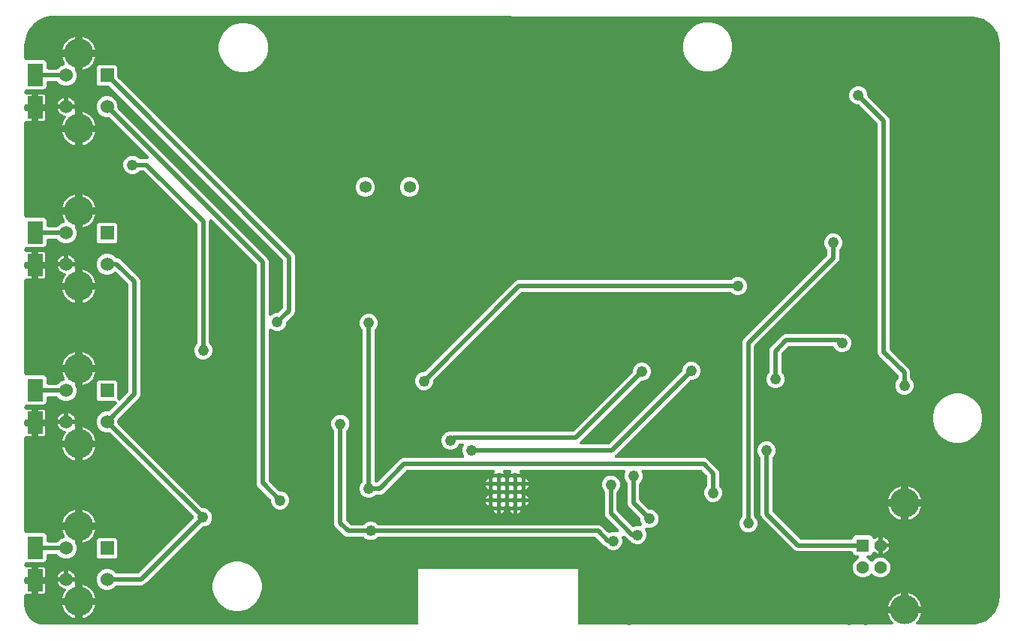
<source format=gbr>
G04 EAGLE Gerber RS-274X export*
G75*
%MOMM*%
%FSLAX34Y34*%
%LPD*%
%INBottom Copper*%
%IPPOS*%
%AMOC8*
5,1,8,0,0,1.08239X$1,22.5*%
G01*
%ADD10C,0.708000*%
%ADD11C,1.530000*%
%ADD12R,1.530000X1.530000*%
%ADD13C,3.316000*%
%ADD14C,1.358000*%
%ADD15R,1.800000X2.500000*%
%ADD16C,1.428000*%
%ADD17R,1.428000X1.428000*%
%ADD18C,0.508000*%
%ADD19C,1.219200*%

G36*
X452566Y10163D02*
X452566Y10163D01*
X452584Y10161D01*
X452766Y10182D01*
X452949Y10201D01*
X452966Y10206D01*
X452983Y10208D01*
X453158Y10265D01*
X453334Y10319D01*
X453349Y10327D01*
X453366Y10333D01*
X453526Y10423D01*
X453688Y10511D01*
X453701Y10522D01*
X453717Y10531D01*
X453856Y10651D01*
X453997Y10768D01*
X454008Y10782D01*
X454022Y10794D01*
X454134Y10939D01*
X454249Y11082D01*
X454257Y11098D01*
X454268Y11112D01*
X454350Y11277D01*
X454435Y11439D01*
X454440Y11456D01*
X454448Y11472D01*
X454495Y11651D01*
X454546Y11826D01*
X454548Y11844D01*
X454552Y11861D01*
X454579Y12192D01*
X454579Y73030D01*
X454580Y73031D01*
X634580Y73031D01*
X634581Y73030D01*
X634581Y12192D01*
X634583Y12174D01*
X634581Y12156D01*
X634602Y11974D01*
X634621Y11791D01*
X634626Y11774D01*
X634628Y11757D01*
X634685Y11582D01*
X634739Y11406D01*
X634747Y11391D01*
X634753Y11374D01*
X634843Y11214D01*
X634931Y11052D01*
X634942Y11039D01*
X634951Y11023D01*
X635071Y10884D01*
X635188Y10743D01*
X635202Y10732D01*
X635214Y10718D01*
X635359Y10606D01*
X635502Y10491D01*
X635518Y10483D01*
X635532Y10472D01*
X635697Y10390D01*
X635859Y10305D01*
X635876Y10300D01*
X635892Y10292D01*
X636071Y10245D01*
X636246Y10194D01*
X636264Y10192D01*
X636281Y10188D01*
X636612Y10161D01*
X987863Y10161D01*
X987872Y10162D01*
X987881Y10161D01*
X988073Y10182D01*
X988264Y10201D01*
X988273Y10203D01*
X988282Y10204D01*
X988464Y10262D01*
X988649Y10319D01*
X988657Y10323D01*
X988665Y10326D01*
X988834Y10419D01*
X989003Y10511D01*
X989010Y10516D01*
X989018Y10521D01*
X989166Y10646D01*
X989312Y10768D01*
X989318Y10775D01*
X989325Y10781D01*
X989445Y10933D01*
X989565Y11082D01*
X989569Y11090D01*
X989574Y11097D01*
X989662Y11270D01*
X989750Y11439D01*
X989753Y11448D01*
X989757Y11456D01*
X989808Y11641D01*
X989862Y11826D01*
X989862Y11835D01*
X989865Y11844D01*
X989879Y12036D01*
X989894Y12228D01*
X989893Y12236D01*
X989894Y12245D01*
X989870Y12436D01*
X989847Y12627D01*
X989845Y12636D01*
X989844Y12645D01*
X989783Y12826D01*
X989723Y13010D01*
X989718Y13018D01*
X989715Y13026D01*
X989619Y13194D01*
X989525Y13361D01*
X989519Y13368D01*
X989514Y13375D01*
X989300Y13628D01*
X988440Y14488D01*
X986914Y16476D01*
X985661Y18647D01*
X984702Y20962D01*
X984140Y23059D01*
X1000815Y23059D01*
X1000833Y23060D01*
X1000850Y23059D01*
X1001033Y23080D01*
X1001215Y23099D01*
X1001232Y23104D01*
X1001250Y23106D01*
X1001425Y23163D01*
X1001600Y23217D01*
X1001616Y23225D01*
X1001633Y23231D01*
X1001793Y23321D01*
X1001954Y23408D01*
X1001968Y23420D01*
X1001984Y23429D01*
X1002123Y23549D01*
X1002264Y23666D01*
X1002275Y23680D01*
X1002288Y23692D01*
X1002401Y23837D01*
X1002516Y23980D01*
X1002524Y23996D01*
X1002535Y24010D01*
X1002617Y24175D01*
X1002701Y24337D01*
X1002706Y24354D01*
X1002714Y24370D01*
X1002762Y24548D01*
X1002813Y24724D01*
X1002814Y24742D01*
X1002819Y24759D01*
X1002846Y25090D01*
X1002846Y27123D01*
X1002848Y27123D01*
X1002848Y25090D01*
X1002850Y25072D01*
X1002848Y25054D01*
X1002870Y24872D01*
X1002888Y24689D01*
X1002893Y24672D01*
X1002895Y24654D01*
X1002952Y24480D01*
X1003006Y24304D01*
X1003014Y24289D01*
X1003020Y24272D01*
X1003110Y24111D01*
X1003198Y23950D01*
X1003209Y23937D01*
X1003218Y23921D01*
X1003338Y23782D01*
X1003455Y23641D01*
X1003469Y23630D01*
X1003481Y23616D01*
X1003626Y23504D01*
X1003769Y23389D01*
X1003785Y23381D01*
X1003799Y23370D01*
X1003964Y23288D01*
X1004126Y23203D01*
X1004143Y23198D01*
X1004160Y23190D01*
X1004338Y23142D01*
X1004513Y23092D01*
X1004531Y23090D01*
X1004548Y23086D01*
X1004879Y23059D01*
X1021553Y23059D01*
X1020992Y20962D01*
X1020033Y18647D01*
X1018779Y16476D01*
X1017253Y14488D01*
X1016394Y13628D01*
X1016388Y13621D01*
X1016382Y13616D01*
X1016262Y13467D01*
X1016139Y13317D01*
X1016135Y13309D01*
X1016129Y13302D01*
X1016041Y13132D01*
X1015950Y12961D01*
X1015948Y12952D01*
X1015944Y12945D01*
X1015891Y12760D01*
X1015836Y12575D01*
X1015835Y12566D01*
X1015832Y12558D01*
X1015817Y12367D01*
X1015799Y12174D01*
X1015800Y12165D01*
X1015799Y12156D01*
X1015822Y11967D01*
X1015843Y11774D01*
X1015845Y11765D01*
X1015846Y11757D01*
X1015906Y11574D01*
X1015964Y11390D01*
X1015968Y11382D01*
X1015971Y11374D01*
X1016066Y11206D01*
X1016159Y11038D01*
X1016165Y11031D01*
X1016169Y11023D01*
X1016295Y10877D01*
X1016419Y10731D01*
X1016426Y10725D01*
X1016432Y10718D01*
X1016585Y10600D01*
X1016735Y10481D01*
X1016743Y10477D01*
X1016750Y10472D01*
X1016922Y10386D01*
X1017094Y10299D01*
X1017103Y10296D01*
X1017111Y10292D01*
X1017296Y10243D01*
X1017482Y10191D01*
X1017491Y10190D01*
X1017500Y10188D01*
X1017830Y10161D01*
X1078532Y10161D01*
X1078581Y10166D01*
X1078646Y10164D01*
X1081946Y10349D01*
X1081951Y10350D01*
X1081956Y10350D01*
X1082284Y10397D01*
X1088718Y11865D01*
X1088776Y11885D01*
X1088837Y11897D01*
X1089020Y11967D01*
X1089099Y11993D01*
X1089120Y12005D01*
X1089147Y12016D01*
X1095093Y14879D01*
X1095145Y14911D01*
X1095202Y14936D01*
X1095365Y15045D01*
X1095436Y15089D01*
X1095453Y15105D01*
X1095478Y15121D01*
X1100637Y19235D01*
X1100681Y19279D01*
X1100731Y19315D01*
X1100866Y19458D01*
X1100925Y19516D01*
X1100939Y19536D01*
X1100959Y19557D01*
X1105073Y24716D01*
X1105107Y24768D01*
X1105147Y24815D01*
X1105246Y24984D01*
X1105292Y25054D01*
X1105300Y25076D01*
X1105315Y25101D01*
X1108178Y31047D01*
X1108200Y31105D01*
X1108229Y31160D01*
X1108288Y31347D01*
X1108316Y31425D01*
X1108320Y31448D01*
X1108329Y31476D01*
X1109797Y37910D01*
X1109798Y37915D01*
X1109799Y37919D01*
X1109845Y38248D01*
X1110030Y41548D01*
X1110028Y41597D01*
X1110033Y41662D01*
X1110033Y665701D01*
X1110028Y665757D01*
X1110029Y665834D01*
X1109787Y669522D01*
X1109782Y669554D01*
X1109782Y669588D01*
X1109723Y669914D01*
X1107815Y677039D01*
X1107780Y677132D01*
X1107754Y677229D01*
X1107701Y677341D01*
X1107673Y677416D01*
X1107644Y677462D01*
X1107612Y677529D01*
X1103927Y683918D01*
X1103869Y683999D01*
X1103819Y684085D01*
X1103739Y684180D01*
X1103692Y684245D01*
X1103652Y684282D01*
X1103604Y684339D01*
X1098392Y689557D01*
X1098315Y689620D01*
X1098244Y689691D01*
X1098142Y689762D01*
X1098080Y689812D01*
X1098032Y689838D01*
X1097972Y689880D01*
X1091587Y693573D01*
X1091496Y693614D01*
X1091410Y693664D01*
X1091293Y693706D01*
X1091220Y693739D01*
X1091167Y693751D01*
X1091097Y693776D01*
X1083974Y695692D01*
X1083942Y695697D01*
X1083910Y695708D01*
X1083582Y695757D01*
X1079894Y696003D01*
X1079838Y696001D01*
X1079762Y696007D01*
X46106Y697179D01*
X46103Y697179D01*
X43682Y697182D01*
X43681Y697182D01*
X43679Y697182D01*
X43678Y697182D01*
X43630Y697177D01*
X43566Y697179D01*
X40042Y696985D01*
X40037Y696984D01*
X40032Y696984D01*
X39704Y696938D01*
X32831Y695377D01*
X32772Y695357D01*
X32711Y695345D01*
X32528Y695275D01*
X32449Y695249D01*
X32429Y695237D01*
X32401Y695227D01*
X26049Y692174D01*
X25995Y692142D01*
X25939Y692117D01*
X25776Y692008D01*
X25705Y691965D01*
X25687Y691949D01*
X25663Y691932D01*
X20150Y687542D01*
X20105Y687498D01*
X20055Y687461D01*
X19921Y687319D01*
X19861Y687261D01*
X19848Y687241D01*
X19828Y687220D01*
X15431Y681712D01*
X15397Y681659D01*
X15356Y681612D01*
X15257Y681443D01*
X15212Y681374D01*
X15203Y681352D01*
X15188Y681326D01*
X12129Y674977D01*
X12107Y674919D01*
X12078Y674864D01*
X12019Y674678D01*
X11991Y674599D01*
X11987Y674576D01*
X11978Y674547D01*
X10409Y667676D01*
X10409Y667671D01*
X10407Y667667D01*
X10362Y667338D01*
X10164Y663814D01*
X10166Y663765D01*
X10161Y663700D01*
X10161Y661292D01*
X10161Y661290D01*
X10161Y661288D01*
X10161Y661278D01*
X10161Y661274D01*
X10161Y649236D01*
X10163Y649218D01*
X10161Y649200D01*
X10182Y649018D01*
X10201Y648835D01*
X10206Y648818D01*
X10208Y648801D01*
X10265Y648626D01*
X10319Y648450D01*
X10327Y648435D01*
X10333Y648418D01*
X10423Y648258D01*
X10511Y648096D01*
X10522Y648083D01*
X10531Y648067D01*
X10651Y647928D01*
X10768Y647787D01*
X10782Y647776D01*
X10794Y647762D01*
X10939Y647650D01*
X11082Y647535D01*
X11098Y647527D01*
X11112Y647516D01*
X11277Y647434D01*
X11439Y647349D01*
X11456Y647344D01*
X11472Y647336D01*
X11651Y647289D01*
X11826Y647238D01*
X11844Y647236D01*
X11861Y647232D01*
X12192Y647205D01*
X31907Y647205D01*
X33400Y646586D01*
X34544Y645442D01*
X35163Y643949D01*
X35163Y638556D01*
X35165Y638538D01*
X35163Y638520D01*
X35184Y638338D01*
X35203Y638155D01*
X35208Y638138D01*
X35210Y638121D01*
X35267Y637946D01*
X35321Y637770D01*
X35329Y637755D01*
X35335Y637738D01*
X35425Y637578D01*
X35513Y637416D01*
X35524Y637403D01*
X35533Y637387D01*
X35653Y637248D01*
X35770Y637107D01*
X35784Y637096D01*
X35796Y637082D01*
X35941Y636970D01*
X36084Y636855D01*
X36100Y636847D01*
X36114Y636836D01*
X36279Y636754D01*
X36441Y636669D01*
X36458Y636664D01*
X36474Y636656D01*
X36653Y636609D01*
X36828Y636558D01*
X36846Y636556D01*
X36863Y636552D01*
X37194Y636525D01*
X46574Y636525D01*
X46601Y636527D01*
X46628Y636525D01*
X46801Y636547D01*
X46975Y636565D01*
X47000Y636572D01*
X47027Y636576D01*
X47193Y636631D01*
X47360Y636683D01*
X47383Y636696D01*
X47409Y636704D01*
X47560Y636791D01*
X47714Y636875D01*
X47734Y636892D01*
X47758Y636905D01*
X48011Y637120D01*
X50742Y639851D01*
X54620Y641458D01*
X54753Y641529D01*
X54889Y641593D01*
X54930Y641624D01*
X54975Y641648D01*
X55091Y641744D01*
X55212Y641834D01*
X55246Y641872D01*
X55285Y641904D01*
X55380Y642021D01*
X55481Y642133D01*
X55507Y642177D01*
X55539Y642217D01*
X55609Y642350D01*
X55686Y642480D01*
X55703Y642528D01*
X55726Y642573D01*
X55768Y642718D01*
X55818Y642860D01*
X55825Y642911D01*
X55839Y642960D01*
X55852Y643110D01*
X55873Y643259D01*
X55869Y643310D01*
X55874Y643361D01*
X55857Y643510D01*
X55848Y643661D01*
X55834Y643710D01*
X55829Y643761D01*
X55783Y643904D01*
X55744Y644050D01*
X55719Y644102D01*
X55706Y644144D01*
X55664Y644219D01*
X55602Y644350D01*
X54392Y646445D01*
X53433Y648761D01*
X52871Y650857D01*
X67515Y650857D01*
X67515Y636464D01*
X67518Y636433D01*
X67516Y636402D01*
X67538Y636232D01*
X67555Y636063D01*
X67564Y636033D01*
X67568Y636002D01*
X67669Y635687D01*
X69093Y632250D01*
X69093Y627590D01*
X67309Y623284D01*
X64014Y619989D01*
X59708Y618205D01*
X55048Y618205D01*
X50742Y619989D01*
X48011Y622720D01*
X47990Y622737D01*
X47972Y622758D01*
X47834Y622865D01*
X47699Y622975D01*
X47675Y622988D01*
X47654Y623004D01*
X47497Y623082D01*
X47343Y623164D01*
X47318Y623172D01*
X47294Y623184D01*
X47124Y623229D01*
X46957Y623279D01*
X46931Y623281D01*
X46905Y623288D01*
X46574Y623315D01*
X37194Y623315D01*
X37176Y623313D01*
X37158Y623315D01*
X36976Y623294D01*
X36793Y623275D01*
X36776Y623270D01*
X36759Y623268D01*
X36584Y623211D01*
X36408Y623157D01*
X36393Y623149D01*
X36376Y623143D01*
X36216Y623053D01*
X36054Y622965D01*
X36041Y622954D01*
X36025Y622945D01*
X35886Y622825D01*
X35745Y622708D01*
X35734Y622694D01*
X35720Y622682D01*
X35608Y622537D01*
X35493Y622394D01*
X35485Y622378D01*
X35474Y622364D01*
X35392Y622199D01*
X35307Y622037D01*
X35302Y622020D01*
X35294Y622004D01*
X35247Y621825D01*
X35196Y621650D01*
X35194Y621632D01*
X35190Y621615D01*
X35163Y621284D01*
X35163Y617331D01*
X34544Y615838D01*
X33400Y614694D01*
X31907Y614075D01*
X12192Y614075D01*
X12174Y614073D01*
X12156Y614075D01*
X11974Y614054D01*
X11791Y614035D01*
X11774Y614030D01*
X11757Y614028D01*
X11582Y613971D01*
X11406Y613917D01*
X11391Y613909D01*
X11374Y613903D01*
X11214Y613813D01*
X11052Y613725D01*
X11039Y613714D01*
X11023Y613705D01*
X10884Y613585D01*
X10743Y613468D01*
X10732Y613454D01*
X10718Y613442D01*
X10606Y613297D01*
X10491Y613154D01*
X10483Y613138D01*
X10472Y613124D01*
X10390Y612959D01*
X10305Y612797D01*
X10300Y612780D01*
X10292Y612764D01*
X10244Y612585D01*
X10194Y612410D01*
X10192Y612392D01*
X10188Y612375D01*
X10161Y612044D01*
X10161Y610630D01*
X10169Y610549D01*
X10167Y610466D01*
X10189Y610349D01*
X10201Y610230D01*
X10225Y610151D01*
X10239Y610070D01*
X10284Y609959D01*
X10319Y609845D01*
X10358Y609773D01*
X10388Y609696D01*
X10454Y609596D01*
X10511Y609491D01*
X10563Y609428D01*
X10608Y609359D01*
X10692Y609273D01*
X10768Y609182D01*
X10832Y609130D01*
X10890Y609071D01*
X10989Y609004D01*
X11082Y608929D01*
X11155Y608891D01*
X11223Y608845D01*
X11333Y608799D01*
X11439Y608744D01*
X11518Y608721D01*
X11594Y608689D01*
X11711Y608665D01*
X11826Y608632D01*
X11908Y608626D01*
X11989Y608609D01*
X12108Y608609D01*
X12228Y608600D01*
X12309Y608609D01*
X12391Y608609D01*
X12541Y608636D01*
X12627Y608646D01*
X12666Y608659D01*
X12718Y608668D01*
X12764Y608681D01*
X18035Y608681D01*
X18035Y597703D01*
X12192Y597703D01*
X12174Y597701D01*
X12156Y597703D01*
X11974Y597681D01*
X11791Y597663D01*
X11774Y597658D01*
X11757Y597656D01*
X11582Y597599D01*
X11406Y597545D01*
X11391Y597537D01*
X11374Y597531D01*
X11214Y597441D01*
X11052Y597353D01*
X11039Y597342D01*
X11023Y597333D01*
X10884Y597213D01*
X10743Y597096D01*
X10732Y597082D01*
X10718Y597070D01*
X10606Y596925D01*
X10491Y596782D01*
X10483Y596766D01*
X10472Y596752D01*
X10390Y596587D01*
X10305Y596425D01*
X10300Y596408D01*
X10292Y596391D01*
X10245Y596213D01*
X10194Y596038D01*
X10192Y596020D01*
X10188Y596003D01*
X10161Y595672D01*
X10161Y591608D01*
X10163Y591590D01*
X10161Y591573D01*
X10182Y591390D01*
X10201Y591207D01*
X10206Y591190D01*
X10208Y591173D01*
X10265Y590998D01*
X10319Y590823D01*
X10327Y590807D01*
X10333Y590790D01*
X10423Y590630D01*
X10511Y590468D01*
X10522Y590455D01*
X10531Y590439D01*
X10651Y590300D01*
X10768Y590159D01*
X10782Y590148D01*
X10794Y590135D01*
X10939Y590022D01*
X11082Y589907D01*
X11098Y589899D01*
X11112Y589888D01*
X11277Y589806D01*
X11439Y589721D01*
X11456Y589716D01*
X11472Y589708D01*
X11651Y589661D01*
X11826Y589610D01*
X11844Y589609D01*
X11861Y589604D01*
X12192Y589577D01*
X18035Y589577D01*
X18035Y578599D01*
X12764Y578599D01*
X12718Y578612D01*
X12637Y578625D01*
X12558Y578648D01*
X12439Y578657D01*
X12321Y578677D01*
X12238Y578674D01*
X12156Y578680D01*
X12038Y578667D01*
X11918Y578662D01*
X11838Y578643D01*
X11757Y578634D01*
X11643Y578596D01*
X11527Y578569D01*
X11452Y578534D01*
X11374Y578509D01*
X11270Y578450D01*
X11161Y578400D01*
X11095Y578351D01*
X11023Y578311D01*
X10933Y578233D01*
X10836Y578162D01*
X10781Y578101D01*
X10718Y578048D01*
X10645Y577953D01*
X10564Y577865D01*
X10522Y577794D01*
X10472Y577730D01*
X10419Y577623D01*
X10357Y577520D01*
X10329Y577443D01*
X10292Y577369D01*
X10261Y577253D01*
X10221Y577141D01*
X10209Y577060D01*
X10188Y576980D01*
X10175Y576828D01*
X10163Y576743D01*
X10165Y576702D01*
X10161Y576650D01*
X10161Y471436D01*
X10163Y471418D01*
X10161Y471400D01*
X10182Y471218D01*
X10201Y471035D01*
X10206Y471018D01*
X10208Y471001D01*
X10265Y470826D01*
X10319Y470650D01*
X10327Y470635D01*
X10333Y470618D01*
X10423Y470458D01*
X10511Y470296D01*
X10522Y470283D01*
X10531Y470267D01*
X10651Y470128D01*
X10768Y469987D01*
X10782Y469976D01*
X10794Y469962D01*
X10939Y469850D01*
X11082Y469735D01*
X11098Y469727D01*
X11112Y469716D01*
X11277Y469634D01*
X11439Y469549D01*
X11456Y469544D01*
X11472Y469536D01*
X11651Y469489D01*
X11826Y469438D01*
X11844Y469436D01*
X11861Y469432D01*
X12192Y469405D01*
X31907Y469405D01*
X33400Y468786D01*
X34544Y467642D01*
X35163Y466149D01*
X35163Y460756D01*
X35165Y460738D01*
X35163Y460720D01*
X35184Y460538D01*
X35203Y460355D01*
X35208Y460338D01*
X35210Y460321D01*
X35267Y460146D01*
X35321Y459970D01*
X35329Y459955D01*
X35335Y459938D01*
X35425Y459778D01*
X35513Y459616D01*
X35524Y459603D01*
X35533Y459587D01*
X35653Y459448D01*
X35770Y459307D01*
X35784Y459296D01*
X35796Y459282D01*
X35941Y459170D01*
X36084Y459055D01*
X36100Y459047D01*
X36114Y459036D01*
X36279Y458954D01*
X36441Y458869D01*
X36458Y458864D01*
X36474Y458856D01*
X36653Y458809D01*
X36828Y458758D01*
X36846Y458756D01*
X36863Y458752D01*
X37194Y458725D01*
X46574Y458725D01*
X46601Y458727D01*
X46628Y458725D01*
X46801Y458747D01*
X46975Y458765D01*
X47000Y458772D01*
X47027Y458776D01*
X47193Y458831D01*
X47360Y458883D01*
X47383Y458896D01*
X47409Y458904D01*
X47560Y458991D01*
X47714Y459075D01*
X47734Y459092D01*
X47758Y459105D01*
X48011Y459320D01*
X50742Y462051D01*
X53727Y463287D01*
X53727Y463288D01*
X54620Y463658D01*
X54753Y463729D01*
X54889Y463793D01*
X54930Y463824D01*
X54975Y463848D01*
X55091Y463944D01*
X55212Y464034D01*
X55246Y464072D01*
X55285Y464104D01*
X55380Y464221D01*
X55481Y464333D01*
X55507Y464377D01*
X55539Y464417D01*
X55609Y464550D01*
X55686Y464680D01*
X55703Y464728D01*
X55726Y464773D01*
X55768Y464918D01*
X55818Y465060D01*
X55825Y465111D01*
X55839Y465160D01*
X55852Y465310D01*
X55873Y465459D01*
X55869Y465510D01*
X55874Y465561D01*
X55857Y465710D01*
X55848Y465861D01*
X55834Y465910D01*
X55829Y465961D01*
X55783Y466104D01*
X55744Y466250D01*
X55719Y466302D01*
X55706Y466344D01*
X55664Y466419D01*
X55602Y466550D01*
X54392Y468645D01*
X53433Y470961D01*
X52871Y473057D01*
X67515Y473057D01*
X67515Y458664D01*
X67518Y458633D01*
X67516Y458602D01*
X67538Y458432D01*
X67555Y458263D01*
X67564Y458233D01*
X67568Y458202D01*
X67669Y457887D01*
X69093Y454450D01*
X69093Y449790D01*
X67309Y445484D01*
X64014Y442189D01*
X59708Y440405D01*
X55048Y440405D01*
X50742Y442189D01*
X48011Y444920D01*
X47990Y444937D01*
X47972Y444958D01*
X47834Y445065D01*
X47699Y445175D01*
X47675Y445188D01*
X47654Y445204D01*
X47497Y445282D01*
X47343Y445364D01*
X47318Y445372D01*
X47294Y445384D01*
X47124Y445429D01*
X46957Y445479D01*
X46931Y445481D01*
X46905Y445488D01*
X46574Y445515D01*
X37194Y445515D01*
X37176Y445513D01*
X37158Y445515D01*
X36976Y445494D01*
X36793Y445475D01*
X36776Y445470D01*
X36759Y445468D01*
X36584Y445411D01*
X36408Y445357D01*
X36393Y445349D01*
X36376Y445343D01*
X36216Y445253D01*
X36054Y445165D01*
X36041Y445154D01*
X36025Y445145D01*
X35886Y445025D01*
X35745Y444908D01*
X35734Y444894D01*
X35720Y444882D01*
X35608Y444737D01*
X35493Y444594D01*
X35485Y444578D01*
X35474Y444564D01*
X35392Y444399D01*
X35307Y444237D01*
X35302Y444220D01*
X35294Y444204D01*
X35247Y444025D01*
X35196Y443850D01*
X35194Y443832D01*
X35190Y443815D01*
X35163Y443484D01*
X35163Y439531D01*
X34544Y438038D01*
X33400Y436894D01*
X31907Y436275D01*
X12192Y436275D01*
X12174Y436273D01*
X12156Y436275D01*
X11974Y436254D01*
X11791Y436235D01*
X11774Y436230D01*
X11757Y436228D01*
X11582Y436171D01*
X11406Y436117D01*
X11391Y436109D01*
X11374Y436103D01*
X11214Y436013D01*
X11052Y435925D01*
X11039Y435914D01*
X11023Y435905D01*
X10884Y435785D01*
X10743Y435668D01*
X10732Y435654D01*
X10718Y435642D01*
X10606Y435497D01*
X10491Y435354D01*
X10483Y435338D01*
X10472Y435324D01*
X10390Y435159D01*
X10305Y434997D01*
X10300Y434980D01*
X10292Y434964D01*
X10244Y434785D01*
X10194Y434610D01*
X10192Y434592D01*
X10188Y434575D01*
X10161Y434244D01*
X10161Y432830D01*
X10169Y432749D01*
X10167Y432666D01*
X10189Y432549D01*
X10201Y432430D01*
X10225Y432351D01*
X10239Y432270D01*
X10284Y432159D01*
X10319Y432045D01*
X10358Y431973D01*
X10388Y431896D01*
X10454Y431796D01*
X10511Y431691D01*
X10563Y431628D01*
X10608Y431559D01*
X10692Y431473D01*
X10768Y431382D01*
X10832Y431330D01*
X10890Y431271D01*
X10989Y431204D01*
X11082Y431129D01*
X11155Y431091D01*
X11223Y431045D01*
X11333Y430999D01*
X11439Y430944D01*
X11518Y430921D01*
X11594Y430889D01*
X11711Y430865D01*
X11826Y430832D01*
X11908Y430826D01*
X11989Y430809D01*
X12108Y430809D01*
X12228Y430800D01*
X12309Y430809D01*
X12391Y430809D01*
X12541Y430836D01*
X12627Y430846D01*
X12666Y430859D01*
X12718Y430868D01*
X12764Y430881D01*
X18035Y430881D01*
X18035Y419903D01*
X12192Y419903D01*
X12174Y419901D01*
X12156Y419903D01*
X11974Y419881D01*
X11791Y419863D01*
X11774Y419858D01*
X11757Y419856D01*
X11582Y419799D01*
X11406Y419745D01*
X11391Y419737D01*
X11374Y419731D01*
X11214Y419641D01*
X11052Y419553D01*
X11039Y419542D01*
X11023Y419533D01*
X10884Y419413D01*
X10743Y419296D01*
X10732Y419282D01*
X10718Y419270D01*
X10606Y419125D01*
X10491Y418982D01*
X10483Y418966D01*
X10472Y418952D01*
X10390Y418787D01*
X10305Y418625D01*
X10300Y418608D01*
X10292Y418591D01*
X10245Y418413D01*
X10194Y418238D01*
X10192Y418220D01*
X10188Y418203D01*
X10161Y417872D01*
X10161Y413808D01*
X10163Y413790D01*
X10161Y413773D01*
X10182Y413590D01*
X10201Y413407D01*
X10206Y413390D01*
X10208Y413373D01*
X10265Y413198D01*
X10319Y413023D01*
X10327Y413007D01*
X10333Y412990D01*
X10423Y412830D01*
X10511Y412668D01*
X10522Y412655D01*
X10531Y412639D01*
X10651Y412500D01*
X10768Y412359D01*
X10782Y412348D01*
X10794Y412335D01*
X10939Y412222D01*
X11082Y412107D01*
X11098Y412099D01*
X11112Y412088D01*
X11277Y412006D01*
X11439Y411921D01*
X11456Y411916D01*
X11472Y411908D01*
X11651Y411861D01*
X11826Y411810D01*
X11844Y411809D01*
X11861Y411804D01*
X12192Y411777D01*
X18035Y411777D01*
X18035Y400799D01*
X12764Y400799D01*
X12718Y400812D01*
X12637Y400825D01*
X12558Y400848D01*
X12439Y400857D01*
X12321Y400877D01*
X12238Y400874D01*
X12156Y400880D01*
X12038Y400867D01*
X11918Y400862D01*
X11838Y400843D01*
X11757Y400834D01*
X11643Y400796D01*
X11527Y400769D01*
X11452Y400734D01*
X11374Y400709D01*
X11270Y400650D01*
X11161Y400600D01*
X11095Y400551D01*
X11023Y400511D01*
X10933Y400433D01*
X10836Y400362D01*
X10781Y400301D01*
X10718Y400248D01*
X10645Y400153D01*
X10564Y400065D01*
X10522Y399994D01*
X10472Y399930D01*
X10419Y399823D01*
X10357Y399720D01*
X10329Y399643D01*
X10292Y399569D01*
X10261Y399453D01*
X10221Y399341D01*
X10209Y399260D01*
X10188Y399180D01*
X10175Y399028D01*
X10163Y398943D01*
X10165Y398902D01*
X10161Y398850D01*
X10161Y293636D01*
X10163Y293618D01*
X10161Y293600D01*
X10182Y293418D01*
X10201Y293235D01*
X10206Y293218D01*
X10208Y293201D01*
X10265Y293026D01*
X10319Y292850D01*
X10327Y292835D01*
X10333Y292818D01*
X10423Y292658D01*
X10511Y292496D01*
X10522Y292483D01*
X10531Y292467D01*
X10651Y292328D01*
X10768Y292187D01*
X10782Y292176D01*
X10794Y292162D01*
X10939Y292050D01*
X11082Y291935D01*
X11098Y291927D01*
X11112Y291916D01*
X11277Y291834D01*
X11439Y291749D01*
X11456Y291744D01*
X11472Y291736D01*
X11651Y291689D01*
X11826Y291638D01*
X11844Y291636D01*
X11861Y291632D01*
X12192Y291605D01*
X31907Y291605D01*
X33400Y290986D01*
X34544Y289842D01*
X35163Y288349D01*
X35163Y282956D01*
X35165Y282938D01*
X35163Y282920D01*
X35184Y282738D01*
X35203Y282555D01*
X35208Y282538D01*
X35210Y282521D01*
X35267Y282346D01*
X35321Y282170D01*
X35329Y282155D01*
X35335Y282138D01*
X35425Y281978D01*
X35513Y281816D01*
X35524Y281803D01*
X35533Y281787D01*
X35653Y281648D01*
X35770Y281507D01*
X35784Y281496D01*
X35796Y281482D01*
X35941Y281370D01*
X36084Y281255D01*
X36100Y281247D01*
X36114Y281236D01*
X36279Y281154D01*
X36441Y281069D01*
X36458Y281064D01*
X36474Y281056D01*
X36653Y281009D01*
X36828Y280958D01*
X36846Y280956D01*
X36863Y280952D01*
X37194Y280925D01*
X46574Y280925D01*
X46601Y280927D01*
X46628Y280925D01*
X46801Y280947D01*
X46975Y280965D01*
X47000Y280972D01*
X47027Y280976D01*
X47193Y281031D01*
X47360Y281083D01*
X47383Y281096D01*
X47409Y281104D01*
X47560Y281191D01*
X47714Y281275D01*
X47734Y281292D01*
X47758Y281305D01*
X48011Y281520D01*
X50742Y284251D01*
X54620Y285858D01*
X54753Y285929D01*
X54889Y285993D01*
X54930Y286024D01*
X54975Y286048D01*
X55091Y286144D01*
X55212Y286234D01*
X55246Y286272D01*
X55285Y286304D01*
X55380Y286421D01*
X55481Y286533D01*
X55507Y286577D01*
X55539Y286617D01*
X55609Y286750D01*
X55686Y286880D01*
X55703Y286928D01*
X55726Y286973D01*
X55768Y287118D01*
X55818Y287260D01*
X55825Y287311D01*
X55839Y287360D01*
X55852Y287510D01*
X55873Y287659D01*
X55869Y287710D01*
X55874Y287761D01*
X55857Y287910D01*
X55848Y288061D01*
X55834Y288110D01*
X55829Y288161D01*
X55783Y288304D01*
X55744Y288450D01*
X55719Y288502D01*
X55706Y288544D01*
X55664Y288619D01*
X55602Y288750D01*
X54392Y290845D01*
X53433Y293161D01*
X52871Y295257D01*
X67515Y295257D01*
X67515Y280864D01*
X67518Y280833D01*
X67516Y280802D01*
X67538Y280632D01*
X67555Y280463D01*
X67564Y280433D01*
X67568Y280402D01*
X67669Y280087D01*
X69093Y276650D01*
X69093Y271990D01*
X67309Y267684D01*
X64014Y264389D01*
X59708Y262605D01*
X55048Y262605D01*
X50742Y264389D01*
X48011Y267120D01*
X47990Y267137D01*
X47972Y267158D01*
X47834Y267265D01*
X47699Y267375D01*
X47675Y267388D01*
X47654Y267404D01*
X47497Y267482D01*
X47343Y267564D01*
X47318Y267572D01*
X47294Y267584D01*
X47124Y267629D01*
X46957Y267679D01*
X46931Y267681D01*
X46905Y267688D01*
X46574Y267715D01*
X37194Y267715D01*
X37176Y267713D01*
X37158Y267715D01*
X36976Y267694D01*
X36793Y267675D01*
X36776Y267670D01*
X36759Y267668D01*
X36584Y267611D01*
X36408Y267557D01*
X36393Y267549D01*
X36376Y267543D01*
X36216Y267453D01*
X36054Y267365D01*
X36041Y267354D01*
X36025Y267345D01*
X35886Y267225D01*
X35745Y267108D01*
X35734Y267094D01*
X35720Y267082D01*
X35608Y266937D01*
X35493Y266794D01*
X35485Y266778D01*
X35474Y266764D01*
X35392Y266599D01*
X35307Y266437D01*
X35302Y266420D01*
X35294Y266404D01*
X35247Y266225D01*
X35196Y266050D01*
X35194Y266032D01*
X35190Y266015D01*
X35163Y265684D01*
X35163Y261731D01*
X34544Y260238D01*
X33400Y259094D01*
X31907Y258475D01*
X12192Y258475D01*
X12174Y258473D01*
X12156Y258475D01*
X11974Y258454D01*
X11791Y258435D01*
X11774Y258430D01*
X11757Y258428D01*
X11582Y258371D01*
X11406Y258317D01*
X11391Y258309D01*
X11374Y258303D01*
X11214Y258213D01*
X11052Y258125D01*
X11039Y258114D01*
X11023Y258105D01*
X10884Y257985D01*
X10743Y257868D01*
X10732Y257854D01*
X10718Y257842D01*
X10606Y257697D01*
X10491Y257554D01*
X10483Y257538D01*
X10472Y257524D01*
X10390Y257359D01*
X10305Y257197D01*
X10300Y257180D01*
X10292Y257164D01*
X10244Y256985D01*
X10194Y256810D01*
X10192Y256792D01*
X10188Y256775D01*
X10161Y256444D01*
X10161Y255030D01*
X10169Y254949D01*
X10167Y254866D01*
X10189Y254749D01*
X10201Y254630D01*
X10225Y254551D01*
X10239Y254470D01*
X10284Y254359D01*
X10319Y254245D01*
X10358Y254173D01*
X10388Y254096D01*
X10454Y253996D01*
X10511Y253891D01*
X10563Y253828D01*
X10608Y253759D01*
X10692Y253673D01*
X10768Y253582D01*
X10832Y253530D01*
X10890Y253471D01*
X10989Y253404D01*
X11082Y253329D01*
X11155Y253291D01*
X11223Y253245D01*
X11333Y253199D01*
X11439Y253144D01*
X11518Y253121D01*
X11594Y253089D01*
X11711Y253065D01*
X11826Y253032D01*
X11908Y253026D01*
X11989Y253009D01*
X12108Y253009D01*
X12228Y253000D01*
X12309Y253009D01*
X12391Y253009D01*
X12541Y253036D01*
X12627Y253046D01*
X12666Y253059D01*
X12718Y253068D01*
X12764Y253081D01*
X18035Y253081D01*
X18035Y242103D01*
X12192Y242103D01*
X12174Y242101D01*
X12156Y242103D01*
X11974Y242081D01*
X11791Y242063D01*
X11774Y242058D01*
X11757Y242056D01*
X11582Y241999D01*
X11406Y241945D01*
X11391Y241937D01*
X11374Y241931D01*
X11214Y241841D01*
X11052Y241753D01*
X11039Y241742D01*
X11023Y241733D01*
X10884Y241613D01*
X10743Y241496D01*
X10732Y241482D01*
X10718Y241470D01*
X10606Y241325D01*
X10491Y241182D01*
X10483Y241166D01*
X10472Y241152D01*
X10390Y240987D01*
X10305Y240825D01*
X10300Y240808D01*
X10292Y240791D01*
X10244Y240613D01*
X10194Y240438D01*
X10192Y240420D01*
X10188Y240403D01*
X10161Y240072D01*
X10161Y236008D01*
X10163Y235990D01*
X10161Y235973D01*
X10182Y235790D01*
X10201Y235607D01*
X10206Y235590D01*
X10208Y235573D01*
X10265Y235398D01*
X10319Y235223D01*
X10327Y235207D01*
X10333Y235190D01*
X10423Y235030D01*
X10511Y234868D01*
X10522Y234855D01*
X10531Y234839D01*
X10651Y234700D01*
X10768Y234559D01*
X10782Y234548D01*
X10794Y234535D01*
X10939Y234422D01*
X11082Y234307D01*
X11098Y234299D01*
X11112Y234288D01*
X11277Y234206D01*
X11439Y234121D01*
X11456Y234116D01*
X11472Y234108D01*
X11651Y234061D01*
X11826Y234010D01*
X11844Y234009D01*
X11861Y234004D01*
X12192Y233977D01*
X18035Y233977D01*
X18035Y222999D01*
X12764Y222999D01*
X12718Y223012D01*
X12637Y223025D01*
X12558Y223048D01*
X12439Y223057D01*
X12321Y223077D01*
X12238Y223074D01*
X12156Y223080D01*
X12038Y223067D01*
X11918Y223062D01*
X11838Y223043D01*
X11757Y223034D01*
X11643Y222996D01*
X11527Y222969D01*
X11452Y222934D01*
X11374Y222909D01*
X11270Y222850D01*
X11161Y222800D01*
X11095Y222751D01*
X11023Y222711D01*
X10933Y222633D01*
X10836Y222562D01*
X10781Y222501D01*
X10718Y222448D01*
X10645Y222353D01*
X10564Y222265D01*
X10522Y222194D01*
X10472Y222130D01*
X10419Y222023D01*
X10357Y221920D01*
X10329Y221843D01*
X10292Y221769D01*
X10261Y221653D01*
X10221Y221541D01*
X10209Y221460D01*
X10188Y221380D01*
X10175Y221228D01*
X10163Y221143D01*
X10165Y221102D01*
X10161Y221050D01*
X10161Y115836D01*
X10163Y115818D01*
X10161Y115800D01*
X10182Y115618D01*
X10201Y115435D01*
X10206Y115418D01*
X10208Y115401D01*
X10265Y115226D01*
X10319Y115050D01*
X10327Y115035D01*
X10333Y115018D01*
X10423Y114858D01*
X10511Y114696D01*
X10522Y114683D01*
X10531Y114667D01*
X10651Y114528D01*
X10768Y114387D01*
X10782Y114376D01*
X10794Y114362D01*
X10939Y114250D01*
X11082Y114135D01*
X11098Y114127D01*
X11112Y114116D01*
X11277Y114034D01*
X11439Y113949D01*
X11456Y113944D01*
X11472Y113936D01*
X11651Y113889D01*
X11826Y113838D01*
X11844Y113836D01*
X11861Y113832D01*
X12192Y113805D01*
X31907Y113805D01*
X33400Y113186D01*
X34544Y112042D01*
X35163Y110549D01*
X35163Y105156D01*
X35165Y105138D01*
X35163Y105120D01*
X35185Y104937D01*
X35203Y104755D01*
X35208Y104738D01*
X35210Y104721D01*
X35267Y104546D01*
X35321Y104370D01*
X35329Y104355D01*
X35335Y104338D01*
X35425Y104178D01*
X35513Y104016D01*
X35524Y104003D01*
X35533Y103987D01*
X35653Y103848D01*
X35770Y103707D01*
X35784Y103696D01*
X35796Y103682D01*
X35941Y103570D01*
X36084Y103455D01*
X36100Y103447D01*
X36114Y103436D01*
X36279Y103354D01*
X36441Y103269D01*
X36458Y103264D01*
X36474Y103256D01*
X36653Y103209D01*
X36828Y103158D01*
X36846Y103156D01*
X36863Y103152D01*
X37194Y103125D01*
X46574Y103125D01*
X46601Y103127D01*
X46628Y103125D01*
X46802Y103147D01*
X46975Y103165D01*
X47000Y103172D01*
X47027Y103176D01*
X47193Y103232D01*
X47360Y103283D01*
X47383Y103296D01*
X47409Y103304D01*
X47560Y103391D01*
X47714Y103475D01*
X47734Y103492D01*
X47758Y103505D01*
X48011Y103720D01*
X50742Y106451D01*
X54620Y108058D01*
X54753Y108129D01*
X54889Y108193D01*
X54930Y108224D01*
X54975Y108248D01*
X55091Y108344D01*
X55212Y108434D01*
X55246Y108472D01*
X55285Y108504D01*
X55380Y108621D01*
X55481Y108733D01*
X55507Y108777D01*
X55539Y108817D01*
X55609Y108950D01*
X55686Y109080D01*
X55703Y109128D01*
X55726Y109173D01*
X55768Y109318D01*
X55818Y109460D01*
X55825Y109511D01*
X55839Y109560D01*
X55852Y109710D01*
X55873Y109859D01*
X55869Y109910D01*
X55874Y109961D01*
X55857Y110110D01*
X55848Y110261D01*
X55834Y110310D01*
X55829Y110361D01*
X55783Y110504D01*
X55744Y110650D01*
X55719Y110702D01*
X55706Y110744D01*
X55664Y110819D01*
X55602Y110950D01*
X54392Y113045D01*
X53433Y115361D01*
X52871Y117457D01*
X67515Y117457D01*
X67515Y103064D01*
X67518Y103033D01*
X67516Y103002D01*
X67538Y102832D01*
X67555Y102663D01*
X67564Y102633D01*
X67568Y102602D01*
X67669Y102287D01*
X69093Y98850D01*
X69093Y94190D01*
X67309Y89884D01*
X64014Y86589D01*
X60562Y85159D01*
X59708Y84805D01*
X55048Y84805D01*
X50742Y86589D01*
X48011Y89320D01*
X47990Y89337D01*
X47972Y89358D01*
X47834Y89465D01*
X47699Y89575D01*
X47675Y89588D01*
X47654Y89604D01*
X47498Y89682D01*
X47343Y89764D01*
X47318Y89772D01*
X47294Y89784D01*
X47125Y89829D01*
X46957Y89879D01*
X46931Y89881D01*
X46905Y89888D01*
X46574Y89915D01*
X37194Y89915D01*
X37176Y89913D01*
X37158Y89915D01*
X36976Y89894D01*
X36793Y89875D01*
X36776Y89870D01*
X36759Y89868D01*
X36584Y89811D01*
X36408Y89757D01*
X36393Y89749D01*
X36376Y89743D01*
X36216Y89653D01*
X36054Y89565D01*
X36041Y89554D01*
X36025Y89545D01*
X35886Y89425D01*
X35745Y89308D01*
X35734Y89294D01*
X35720Y89282D01*
X35608Y89137D01*
X35493Y88994D01*
X35485Y88978D01*
X35474Y88964D01*
X35392Y88799D01*
X35307Y88637D01*
X35302Y88620D01*
X35294Y88604D01*
X35247Y88425D01*
X35196Y88250D01*
X35194Y88232D01*
X35190Y88215D01*
X35163Y87884D01*
X35163Y83931D01*
X34544Y82438D01*
X33400Y81294D01*
X31907Y80675D01*
X12192Y80675D01*
X12174Y80673D01*
X12156Y80675D01*
X11974Y80654D01*
X11791Y80635D01*
X11774Y80630D01*
X11757Y80628D01*
X11582Y80571D01*
X11406Y80517D01*
X11391Y80509D01*
X11374Y80503D01*
X11214Y80413D01*
X11052Y80325D01*
X11039Y80314D01*
X11023Y80305D01*
X10884Y80185D01*
X10743Y80068D01*
X10732Y80054D01*
X10718Y80042D01*
X10606Y79897D01*
X10491Y79754D01*
X10483Y79738D01*
X10472Y79724D01*
X10390Y79559D01*
X10305Y79397D01*
X10300Y79380D01*
X10292Y79364D01*
X10244Y79185D01*
X10194Y79010D01*
X10192Y78992D01*
X10188Y78975D01*
X10161Y78644D01*
X10161Y77230D01*
X10169Y77149D01*
X10167Y77066D01*
X10189Y76949D01*
X10201Y76830D01*
X10225Y76751D01*
X10239Y76670D01*
X10284Y76559D01*
X10319Y76445D01*
X10358Y76373D01*
X10388Y76296D01*
X10454Y76196D01*
X10511Y76091D01*
X10563Y76028D01*
X10608Y75959D01*
X10692Y75873D01*
X10768Y75782D01*
X10832Y75730D01*
X10890Y75671D01*
X10989Y75604D01*
X11082Y75529D01*
X11155Y75491D01*
X11223Y75445D01*
X11333Y75399D01*
X11439Y75344D01*
X11518Y75321D01*
X11594Y75289D01*
X11711Y75265D01*
X11826Y75232D01*
X11908Y75226D01*
X11989Y75209D01*
X12108Y75209D01*
X12228Y75200D01*
X12309Y75209D01*
X12391Y75209D01*
X12541Y75236D01*
X12627Y75246D01*
X12666Y75259D01*
X12718Y75268D01*
X12764Y75281D01*
X18035Y75281D01*
X18035Y64303D01*
X12192Y64303D01*
X12174Y64301D01*
X12156Y64303D01*
X11974Y64281D01*
X11791Y64263D01*
X11774Y64258D01*
X11757Y64256D01*
X11582Y64199D01*
X11406Y64145D01*
X11391Y64137D01*
X11374Y64131D01*
X11214Y64041D01*
X11052Y63953D01*
X11039Y63942D01*
X11023Y63933D01*
X10884Y63813D01*
X10743Y63696D01*
X10732Y63682D01*
X10718Y63670D01*
X10606Y63525D01*
X10491Y63382D01*
X10483Y63366D01*
X10472Y63352D01*
X10390Y63187D01*
X10305Y63025D01*
X10300Y63008D01*
X10292Y62991D01*
X10245Y62813D01*
X10194Y62638D01*
X10192Y62620D01*
X10188Y62603D01*
X10161Y62272D01*
X10161Y58208D01*
X10163Y58190D01*
X10161Y58173D01*
X10183Y57989D01*
X10201Y57807D01*
X10206Y57790D01*
X10208Y57773D01*
X10265Y57598D01*
X10319Y57423D01*
X10327Y57407D01*
X10333Y57390D01*
X10423Y57230D01*
X10511Y57068D01*
X10522Y57055D01*
X10531Y57039D01*
X10651Y56900D01*
X10768Y56759D01*
X10782Y56748D01*
X10794Y56735D01*
X10939Y56622D01*
X11082Y56507D01*
X11098Y56499D01*
X11112Y56488D01*
X11277Y56406D01*
X11439Y56321D01*
X11456Y56316D01*
X11472Y56308D01*
X11651Y56261D01*
X11826Y56210D01*
X11844Y56209D01*
X11861Y56204D01*
X12192Y56177D01*
X18035Y56177D01*
X18035Y45199D01*
X12764Y45199D01*
X12718Y45212D01*
X12637Y45225D01*
X12558Y45248D01*
X12439Y45257D01*
X12321Y45277D01*
X12238Y45274D01*
X12156Y45280D01*
X12038Y45267D01*
X11918Y45262D01*
X11838Y45243D01*
X11757Y45234D01*
X11643Y45196D01*
X11527Y45169D01*
X11452Y45134D01*
X11374Y45109D01*
X11270Y45050D01*
X11161Y45000D01*
X11095Y44951D01*
X11023Y44911D01*
X10933Y44833D01*
X10836Y44762D01*
X10781Y44701D01*
X10718Y44648D01*
X10645Y44553D01*
X10564Y44465D01*
X10522Y44394D01*
X10472Y44330D01*
X10419Y44223D01*
X10357Y44120D01*
X10329Y44043D01*
X10292Y43969D01*
X10261Y43853D01*
X10221Y43741D01*
X10209Y43660D01*
X10188Y43580D01*
X10175Y43428D01*
X10163Y43343D01*
X10165Y43302D01*
X10161Y43250D01*
X10161Y32255D01*
X10166Y32199D01*
X10165Y32123D01*
X10337Y29504D01*
X10342Y29471D01*
X10342Y29437D01*
X10402Y29111D01*
X11757Y24052D01*
X11792Y23958D01*
X11818Y23862D01*
X11871Y23750D01*
X11899Y23675D01*
X11928Y23629D01*
X11960Y23562D01*
X14579Y19026D01*
X14637Y18945D01*
X14687Y18858D01*
X14767Y18764D01*
X14814Y18699D01*
X14854Y18662D01*
X14902Y18605D01*
X18605Y14902D01*
X18683Y14838D01*
X18753Y14768D01*
X18855Y14697D01*
X18917Y14647D01*
X18965Y14621D01*
X19026Y14579D01*
X23562Y11960D01*
X23653Y11919D01*
X23739Y11869D01*
X23856Y11827D01*
X23929Y11794D01*
X23982Y11782D01*
X24052Y11757D01*
X29111Y10402D01*
X29144Y10396D01*
X29176Y10385D01*
X29504Y10337D01*
X32123Y10165D01*
X32179Y10167D01*
X32255Y10161D01*
X452548Y10161D01*
X452566Y10163D01*
G37*
%LPC*%
G36*
X672349Y94741D02*
X672349Y94741D01*
X668614Y96288D01*
X666640Y98263D01*
X666616Y98282D01*
X666595Y98306D01*
X666460Y98410D01*
X666329Y98518D01*
X666301Y98532D01*
X666276Y98551D01*
X665981Y98703D01*
X664533Y99303D01*
X654957Y108878D01*
X654936Y108895D01*
X654919Y108916D01*
X654781Y109023D01*
X654646Y109133D01*
X654622Y109146D01*
X654601Y109162D01*
X654444Y109240D01*
X654290Y109322D01*
X654264Y109330D01*
X654240Y109342D01*
X654071Y109387D01*
X653904Y109437D01*
X653877Y109439D01*
X653852Y109446D01*
X653521Y109473D01*
X409418Y109473D01*
X409392Y109471D01*
X409365Y109473D01*
X409191Y109451D01*
X409017Y109433D01*
X408992Y109426D01*
X408965Y109422D01*
X408800Y109367D01*
X408633Y109315D01*
X408609Y109302D01*
X408584Y109294D01*
X408432Y109207D01*
X408279Y109123D01*
X408258Y109106D01*
X408235Y109093D01*
X407982Y108878D01*
X406568Y107464D01*
X402833Y105917D01*
X398791Y105917D01*
X395056Y107464D01*
X393642Y108878D01*
X393622Y108895D01*
X393604Y108916D01*
X393466Y109023D01*
X393331Y109133D01*
X393307Y109146D01*
X393286Y109162D01*
X393129Y109240D01*
X392975Y109322D01*
X392950Y109330D01*
X392925Y109342D01*
X392756Y109387D01*
X392589Y109437D01*
X392563Y109439D01*
X392537Y109446D01*
X392206Y109473D01*
X374098Y109473D01*
X371671Y110479D01*
X362812Y119337D01*
X360669Y121481D01*
X359663Y123908D01*
X359663Y228630D01*
X359661Y228657D01*
X359663Y228683D01*
X359641Y228857D01*
X359623Y229031D01*
X359616Y229056D01*
X359612Y229083D01*
X359556Y229249D01*
X359505Y229415D01*
X359492Y229439D01*
X359484Y229464D01*
X359397Y229616D01*
X359313Y229770D01*
X359296Y229790D01*
X359283Y229813D01*
X359068Y230066D01*
X357908Y231226D01*
X356361Y234961D01*
X356361Y239003D01*
X357908Y242738D01*
X360766Y245596D01*
X364501Y247143D01*
X368543Y247143D01*
X372278Y245596D01*
X375136Y242738D01*
X376683Y239003D01*
X376683Y234961D01*
X375136Y231226D01*
X373468Y229558D01*
X373451Y229538D01*
X373430Y229520D01*
X373323Y229382D01*
X373213Y229247D01*
X373200Y229223D01*
X373184Y229202D01*
X373106Y229045D01*
X373024Y228891D01*
X373016Y228865D01*
X373004Y228841D01*
X372959Y228672D01*
X372909Y228505D01*
X372907Y228479D01*
X372900Y228453D01*
X372873Y228122D01*
X372873Y128799D01*
X372875Y128773D01*
X372873Y128746D01*
X372895Y128572D01*
X372913Y128398D01*
X372920Y128373D01*
X372924Y128346D01*
X372980Y128181D01*
X373031Y128014D01*
X373044Y127990D01*
X373052Y127965D01*
X373139Y127813D01*
X373223Y127660D01*
X373240Y127639D01*
X373253Y127616D01*
X373468Y127363D01*
X377553Y123278D01*
X377574Y123261D01*
X377591Y123240D01*
X377729Y123134D01*
X377864Y123023D01*
X377888Y123010D01*
X377909Y122994D01*
X378065Y122916D01*
X378220Y122834D01*
X378246Y122826D01*
X378270Y122814D01*
X378439Y122769D01*
X378606Y122719D01*
X378633Y122717D01*
X378658Y122710D01*
X378989Y122683D01*
X392206Y122683D01*
X392232Y122685D01*
X392259Y122683D01*
X392433Y122705D01*
X392607Y122723D01*
X392632Y122730D01*
X392659Y122734D01*
X392824Y122789D01*
X392991Y122841D01*
X393015Y122854D01*
X393040Y122862D01*
X393192Y122949D01*
X393345Y123033D01*
X393366Y123050D01*
X393389Y123063D01*
X393642Y123278D01*
X395056Y124692D01*
X398791Y126239D01*
X402833Y126239D01*
X406568Y124692D01*
X407982Y123278D01*
X408002Y123261D01*
X408020Y123240D01*
X408158Y123133D01*
X408293Y123023D01*
X408317Y123010D01*
X408338Y122994D01*
X408495Y122916D01*
X408649Y122834D01*
X408674Y122826D01*
X408699Y122814D01*
X408868Y122769D01*
X409035Y122719D01*
X409061Y122717D01*
X409087Y122710D01*
X409418Y122683D01*
X658412Y122683D01*
X660839Y121677D01*
X667928Y114589D01*
X667945Y114575D01*
X667960Y114558D01*
X668101Y114447D01*
X668239Y114334D01*
X668259Y114323D01*
X668277Y114309D01*
X668437Y114229D01*
X668595Y114145D01*
X668616Y114139D01*
X668636Y114129D01*
X668810Y114081D01*
X668981Y114030D01*
X669003Y114028D01*
X669025Y114022D01*
X669203Y114010D01*
X669382Y113994D01*
X669404Y113996D01*
X669426Y113995D01*
X669604Y114018D01*
X669782Y114037D01*
X669803Y114044D01*
X669826Y114047D01*
X670141Y114148D01*
X672349Y115063D01*
X676391Y115063D01*
X677678Y114529D01*
X677683Y114528D01*
X677687Y114526D01*
X677875Y114470D01*
X678064Y114413D01*
X678068Y114413D01*
X678073Y114411D01*
X678274Y114393D01*
X678465Y114375D01*
X678469Y114375D01*
X678474Y114375D01*
X678672Y114396D01*
X678865Y114417D01*
X678869Y114418D01*
X678874Y114418D01*
X679061Y114478D01*
X679249Y114536D01*
X679253Y114538D01*
X679258Y114540D01*
X679428Y114634D01*
X679603Y114730D01*
X679606Y114733D01*
X679610Y114735D01*
X679760Y114862D01*
X679911Y114989D01*
X679914Y114992D01*
X679917Y114995D01*
X680038Y115149D01*
X680162Y115304D01*
X680164Y115308D01*
X680167Y115311D01*
X680254Y115484D01*
X680346Y115662D01*
X680347Y115666D01*
X680349Y115670D01*
X680402Y115862D01*
X680455Y116049D01*
X680456Y116054D01*
X680457Y116058D01*
X680472Y116259D01*
X680487Y116451D01*
X680486Y116455D01*
X680486Y116459D01*
X680461Y116657D01*
X680438Y116850D01*
X680436Y116854D01*
X680436Y116859D01*
X680373Y117045D01*
X680311Y117232D01*
X680309Y117236D01*
X680308Y117241D01*
X680210Y117410D01*
X680112Y117582D01*
X680109Y117585D01*
X680107Y117589D01*
X679892Y117842D01*
X665977Y131758D01*
X664971Y134185D01*
X664971Y159796D01*
X664969Y159822D01*
X664971Y159849D01*
X664949Y160023D01*
X664931Y160197D01*
X664924Y160222D01*
X664920Y160249D01*
X664865Y160414D01*
X664813Y160581D01*
X664800Y160605D01*
X664792Y160630D01*
X664705Y160782D01*
X664621Y160935D01*
X664604Y160956D01*
X664591Y160979D01*
X664376Y161232D01*
X662962Y162646D01*
X661415Y166381D01*
X661415Y170423D01*
X662962Y174158D01*
X665820Y177016D01*
X669555Y178563D01*
X673597Y178563D01*
X677332Y177016D01*
X680190Y174158D01*
X681737Y170423D01*
X681737Y166381D01*
X680190Y162646D01*
X678776Y161232D01*
X678759Y161212D01*
X678738Y161194D01*
X678631Y161056D01*
X678521Y160921D01*
X678508Y160897D01*
X678492Y160876D01*
X678413Y160718D01*
X678332Y160565D01*
X678324Y160540D01*
X678312Y160515D01*
X678267Y160346D01*
X678217Y160179D01*
X678215Y160153D01*
X678208Y160127D01*
X678181Y159796D01*
X678181Y139076D01*
X678183Y139050D01*
X678181Y139023D01*
X678203Y138849D01*
X678221Y138676D01*
X678228Y138650D01*
X678232Y138623D01*
X678287Y138458D01*
X678339Y138291D01*
X678352Y138267D01*
X678360Y138242D01*
X678447Y138090D01*
X678531Y137937D01*
X678548Y137916D01*
X678561Y137893D01*
X678776Y137640D01*
X695164Y121251D01*
X695181Y121237D01*
X695196Y121220D01*
X695337Y121110D01*
X695476Y120996D01*
X695495Y120986D01*
X695513Y120972D01*
X695673Y120891D01*
X695831Y120808D01*
X695853Y120801D01*
X695873Y120791D01*
X696046Y120744D01*
X696217Y120693D01*
X696239Y120691D01*
X696261Y120685D01*
X696440Y120673D01*
X696618Y120656D01*
X696640Y120659D01*
X696663Y120657D01*
X696840Y120681D01*
X697018Y120700D01*
X697040Y120707D01*
X697062Y120710D01*
X697378Y120811D01*
X699585Y121725D01*
X703627Y121725D01*
X703992Y121574D01*
X704000Y121572D01*
X704008Y121568D01*
X704194Y121513D01*
X704377Y121458D01*
X704386Y121457D01*
X704395Y121455D01*
X704587Y121438D01*
X704778Y121420D01*
X704787Y121421D01*
X704796Y121420D01*
X704986Y121441D01*
X705178Y121462D01*
X705187Y121464D01*
X705196Y121465D01*
X705378Y121524D01*
X705563Y121581D01*
X705571Y121586D01*
X705579Y121588D01*
X705747Y121682D01*
X705916Y121775D01*
X705923Y121780D01*
X705931Y121785D01*
X706077Y121910D01*
X706224Y122034D01*
X706230Y122041D01*
X706237Y122047D01*
X706354Y122196D01*
X706475Y122349D01*
X706479Y122357D01*
X706485Y122364D01*
X706570Y122534D01*
X706659Y122707D01*
X706662Y122715D01*
X706665Y122723D01*
X706716Y122908D01*
X706769Y123094D01*
X706769Y123103D01*
X706772Y123112D01*
X706785Y123306D01*
X706800Y123496D01*
X706799Y123504D01*
X706799Y123513D01*
X706774Y123706D01*
X706751Y123895D01*
X706748Y123904D01*
X706747Y123913D01*
X706646Y124228D01*
X705230Y127646D01*
X705230Y129646D01*
X705227Y129673D01*
X705229Y129699D01*
X705207Y129873D01*
X705190Y130047D01*
X705182Y130072D01*
X705179Y130099D01*
X705123Y130264D01*
X705072Y130432D01*
X705059Y130455D01*
X705051Y130480D01*
X704963Y130632D01*
X704880Y130786D01*
X704863Y130806D01*
X704850Y130829D01*
X704635Y131082D01*
X691377Y144341D01*
X690371Y146768D01*
X690371Y169194D01*
X690369Y169220D01*
X690371Y169247D01*
X690349Y169421D01*
X690331Y169595D01*
X690324Y169620D01*
X690320Y169647D01*
X690265Y169812D01*
X690213Y169979D01*
X690200Y170003D01*
X690192Y170028D01*
X690105Y170180D01*
X690021Y170333D01*
X690004Y170354D01*
X689991Y170377D01*
X689776Y170630D01*
X688362Y172044D01*
X686815Y175779D01*
X686815Y179821D01*
X687760Y182103D01*
X687764Y182116D01*
X687770Y182127D01*
X687822Y182308D01*
X687877Y182488D01*
X687878Y182501D01*
X687882Y182514D01*
X687897Y182703D01*
X687915Y182889D01*
X687914Y182902D01*
X687915Y182916D01*
X687893Y183102D01*
X687873Y183289D01*
X687869Y183302D01*
X687868Y183315D01*
X687809Y183495D01*
X687753Y183674D01*
X687747Y183685D01*
X687743Y183698D01*
X687650Y183863D01*
X687560Y184027D01*
X687552Y184037D01*
X687545Y184049D01*
X687422Y184191D01*
X687301Y184335D01*
X687291Y184343D01*
X687282Y184354D01*
X687134Y184468D01*
X686986Y184586D01*
X686974Y184592D01*
X686964Y184600D01*
X686795Y184684D01*
X686628Y184770D01*
X686615Y184774D01*
X686603Y184780D01*
X686420Y184829D01*
X686241Y184880D01*
X686227Y184881D01*
X686214Y184884D01*
X685884Y184911D01*
X570438Y184911D01*
X570426Y184910D01*
X570415Y184911D01*
X570226Y184890D01*
X570037Y184871D01*
X570026Y184868D01*
X570015Y184867D01*
X569833Y184809D01*
X569652Y184753D01*
X569642Y184748D01*
X569632Y184745D01*
X569465Y184652D01*
X569298Y184561D01*
X569289Y184554D01*
X569280Y184549D01*
X569134Y184425D01*
X568989Y184304D01*
X568982Y184295D01*
X568973Y184288D01*
X568856Y184138D01*
X568736Y183990D01*
X568731Y183980D01*
X568724Y183971D01*
X568638Y183801D01*
X568551Y183633D01*
X568548Y183622D01*
X568543Y183612D01*
X568492Y183428D01*
X568439Y183246D01*
X568439Y183235D01*
X568436Y183224D01*
X568422Y183034D01*
X568407Y182844D01*
X568408Y182833D01*
X568407Y182822D01*
X568432Y182631D01*
X568454Y182445D01*
X568457Y182434D01*
X568458Y182423D01*
X568519Y182243D01*
X568578Y182062D01*
X568584Y182052D01*
X568587Y182042D01*
X568749Y181751D01*
X569144Y181160D01*
X569495Y180311D01*
X563755Y180311D01*
X558015Y180311D01*
X558366Y181160D01*
X558761Y181751D01*
X558767Y181761D01*
X558774Y181770D01*
X558861Y181938D01*
X558951Y182107D01*
X558954Y182118D01*
X558959Y182127D01*
X559011Y182309D01*
X559066Y182492D01*
X559067Y182504D01*
X559071Y182514D01*
X559086Y182703D01*
X559104Y182893D01*
X559102Y182904D01*
X559103Y182916D01*
X559081Y183104D01*
X559061Y183294D01*
X559058Y183304D01*
X559056Y183315D01*
X558998Y183496D01*
X558940Y183678D01*
X558935Y183688D01*
X558932Y183698D01*
X558838Y183864D01*
X558746Y184031D01*
X558739Y184039D01*
X558734Y184049D01*
X558610Y184193D01*
X558487Y184338D01*
X558478Y184345D01*
X558471Y184354D01*
X558321Y184469D01*
X558171Y184588D01*
X558161Y184594D01*
X558152Y184600D01*
X557983Y184684D01*
X557813Y184772D01*
X557802Y184775D01*
X557792Y184780D01*
X557608Y184829D01*
X557425Y184880D01*
X557414Y184881D01*
X557403Y184884D01*
X557072Y184911D01*
X552088Y184911D01*
X552076Y184910D01*
X552065Y184911D01*
X551876Y184890D01*
X551687Y184871D01*
X551676Y184868D01*
X551665Y184867D01*
X551483Y184809D01*
X551302Y184753D01*
X551292Y184748D01*
X551282Y184745D01*
X551115Y184652D01*
X550948Y184561D01*
X550939Y184554D01*
X550930Y184549D01*
X550784Y184425D01*
X550639Y184304D01*
X550632Y184295D01*
X550623Y184288D01*
X550506Y184138D01*
X550386Y183990D01*
X550381Y183980D01*
X550374Y183971D01*
X550288Y183801D01*
X550201Y183633D01*
X550198Y183622D01*
X550193Y183612D01*
X550142Y183428D01*
X550089Y183246D01*
X550089Y183235D01*
X550086Y183224D01*
X550072Y183034D01*
X550057Y182844D01*
X550058Y182833D01*
X550057Y182822D01*
X550082Y182631D01*
X550104Y182445D01*
X550107Y182434D01*
X550108Y182423D01*
X550169Y182243D01*
X550228Y182062D01*
X550234Y182052D01*
X550237Y182042D01*
X550399Y181751D01*
X550794Y181160D01*
X551145Y180311D01*
X545405Y180311D01*
X539665Y180311D01*
X540016Y181160D01*
X540411Y181751D01*
X540417Y181761D01*
X540424Y181770D01*
X540511Y181938D01*
X540601Y182107D01*
X540604Y182118D01*
X540609Y182127D01*
X540661Y182309D01*
X540716Y182492D01*
X540717Y182504D01*
X540721Y182514D01*
X540736Y182703D01*
X540754Y182893D01*
X540752Y182904D01*
X540753Y182916D01*
X540731Y183104D01*
X540711Y183294D01*
X540708Y183304D01*
X540706Y183315D01*
X540648Y183496D01*
X540590Y183678D01*
X540585Y183688D01*
X540582Y183698D01*
X540488Y183864D01*
X540396Y184031D01*
X540389Y184039D01*
X540384Y184049D01*
X540260Y184193D01*
X540137Y184338D01*
X540128Y184345D01*
X540121Y184354D01*
X539971Y184469D01*
X539821Y184588D01*
X539811Y184594D01*
X539802Y184600D01*
X539633Y184684D01*
X539463Y184772D01*
X539452Y184775D01*
X539442Y184780D01*
X539258Y184829D01*
X539075Y184880D01*
X539064Y184881D01*
X539053Y184884D01*
X538722Y184911D01*
X441981Y184911D01*
X441955Y184909D01*
X441928Y184911D01*
X441754Y184889D01*
X441581Y184871D01*
X441555Y184864D01*
X441528Y184860D01*
X441363Y184805D01*
X441196Y184753D01*
X441172Y184740D01*
X441147Y184732D01*
X440995Y184645D01*
X440842Y184561D01*
X440821Y184544D01*
X440798Y184531D01*
X440545Y184316D01*
X414459Y158231D01*
X412032Y157225D01*
X407132Y157225D01*
X407106Y157223D01*
X407079Y157225D01*
X406905Y157203D01*
X406731Y157185D01*
X406706Y157178D01*
X406679Y157174D01*
X406514Y157119D01*
X406347Y157067D01*
X406323Y157054D01*
X406298Y157046D01*
X406146Y156959D01*
X405993Y156875D01*
X405972Y156858D01*
X405949Y156845D01*
X405696Y156630D01*
X404282Y155216D01*
X400547Y153669D01*
X396505Y153669D01*
X392770Y155216D01*
X389912Y158074D01*
X388365Y161809D01*
X388365Y165851D01*
X389912Y169586D01*
X391326Y171000D01*
X391343Y171020D01*
X391364Y171038D01*
X391471Y171176D01*
X391581Y171311D01*
X391594Y171335D01*
X391610Y171356D01*
X391688Y171513D01*
X391770Y171667D01*
X391778Y171693D01*
X391790Y171717D01*
X391835Y171886D01*
X391885Y172053D01*
X391887Y172079D01*
X391894Y172105D01*
X391921Y172436D01*
X391921Y341914D01*
X391919Y341940D01*
X391921Y341967D01*
X391899Y342141D01*
X391881Y342315D01*
X391874Y342340D01*
X391870Y342367D01*
X391815Y342532D01*
X391763Y342699D01*
X391750Y342723D01*
X391742Y342748D01*
X391655Y342900D01*
X391571Y343053D01*
X391554Y343074D01*
X391541Y343097D01*
X391326Y343350D01*
X389912Y344764D01*
X388365Y348499D01*
X388365Y352541D01*
X389912Y356276D01*
X392770Y359134D01*
X396505Y360681D01*
X400547Y360681D01*
X404282Y359134D01*
X407140Y356276D01*
X408687Y352541D01*
X408687Y348499D01*
X407140Y344764D01*
X405726Y343350D01*
X405709Y343330D01*
X405688Y343312D01*
X405581Y343174D01*
X405471Y343039D01*
X405458Y343015D01*
X405442Y342994D01*
X405363Y342836D01*
X405282Y342683D01*
X405274Y342658D01*
X405262Y342633D01*
X405217Y342464D01*
X405167Y342297D01*
X405165Y342271D01*
X405158Y342245D01*
X405131Y341914D01*
X405131Y172487D01*
X405132Y172478D01*
X405131Y172469D01*
X405152Y172276D01*
X405171Y172086D01*
X405173Y172078D01*
X405174Y172069D01*
X405233Y171883D01*
X405289Y171702D01*
X405293Y171694D01*
X405296Y171685D01*
X405389Y171517D01*
X405481Y171348D01*
X405486Y171341D01*
X405491Y171333D01*
X405615Y171186D01*
X405738Y171038D01*
X405745Y171033D01*
X405751Y171026D01*
X405903Y170906D01*
X406052Y170786D01*
X406060Y170782D01*
X406067Y170776D01*
X406240Y170688D01*
X406409Y170600D01*
X406418Y170598D01*
X406426Y170594D01*
X406612Y170542D01*
X406796Y170489D01*
X406805Y170488D01*
X406814Y170486D01*
X407007Y170472D01*
X407198Y170456D01*
X407206Y170457D01*
X407215Y170457D01*
X407408Y170481D01*
X407597Y170503D01*
X407606Y170506D01*
X407615Y170507D01*
X407797Y170568D01*
X407980Y170628D01*
X407988Y170632D01*
X407996Y170635D01*
X408163Y170731D01*
X408331Y170826D01*
X408338Y170832D01*
X408345Y170836D01*
X408598Y171051D01*
X432519Y194972D01*
X434663Y197115D01*
X437090Y198121D01*
X503994Y198121D01*
X504008Y198122D01*
X504021Y198121D01*
X504207Y198142D01*
X504395Y198161D01*
X504408Y198165D01*
X504421Y198166D01*
X504600Y198224D01*
X504780Y198279D01*
X504791Y198285D01*
X504804Y198289D01*
X504969Y198381D01*
X505134Y198471D01*
X505144Y198479D01*
X505156Y198486D01*
X505299Y198608D01*
X505443Y198728D01*
X505451Y198739D01*
X505462Y198747D01*
X505578Y198896D01*
X505695Y199042D01*
X505702Y199054D01*
X505710Y199064D01*
X505795Y199234D01*
X505881Y199399D01*
X505885Y199412D01*
X505891Y199424D01*
X505941Y199607D01*
X505992Y199786D01*
X505993Y199800D01*
X505997Y199813D01*
X506010Y200001D01*
X506025Y200188D01*
X506024Y200201D01*
X506025Y200214D01*
X506000Y200402D01*
X505978Y200587D01*
X505974Y200600D01*
X505972Y200613D01*
X505871Y200929D01*
X504189Y204989D01*
X504189Y209031D01*
X505450Y212075D01*
X505454Y212088D01*
X505460Y212099D01*
X505512Y212279D01*
X505566Y212460D01*
X505568Y212473D01*
X505571Y212486D01*
X505587Y212674D01*
X505605Y212861D01*
X505603Y212874D01*
X505604Y212888D01*
X505582Y213073D01*
X505563Y213261D01*
X505559Y213274D01*
X505557Y213287D01*
X505499Y213466D01*
X505443Y213646D01*
X505437Y213657D01*
X505433Y213670D01*
X505340Y213834D01*
X505250Y213999D01*
X505241Y214009D01*
X505235Y214021D01*
X505112Y214163D01*
X504991Y214307D01*
X504980Y214315D01*
X504971Y214326D01*
X504824Y214440D01*
X504676Y214558D01*
X504664Y214564D01*
X504653Y214572D01*
X504485Y214656D01*
X504318Y214742D01*
X504305Y214746D01*
X504293Y214752D01*
X504110Y214801D01*
X503930Y214852D01*
X503917Y214853D01*
X503904Y214856D01*
X503573Y214883D01*
X501820Y214883D01*
X501798Y214881D01*
X501776Y214883D01*
X501598Y214861D01*
X501420Y214843D01*
X501398Y214837D01*
X501376Y214834D01*
X501206Y214778D01*
X501035Y214725D01*
X501015Y214715D01*
X500994Y214708D01*
X500838Y214619D01*
X500681Y214533D01*
X500664Y214519D01*
X500644Y214508D01*
X500509Y214390D01*
X500371Y214276D01*
X500358Y214258D01*
X500341Y214244D01*
X500231Y214102D01*
X500119Y213962D01*
X500109Y213942D01*
X500095Y213924D01*
X499944Y213629D01*
X499342Y212176D01*
X496484Y209318D01*
X492749Y207771D01*
X488707Y207771D01*
X484972Y209318D01*
X482114Y212176D01*
X480567Y215911D01*
X480567Y219953D01*
X482114Y223688D01*
X484972Y226546D01*
X488707Y228093D01*
X628629Y228093D01*
X628655Y228095D01*
X628682Y228093D01*
X628856Y228115D01*
X629029Y228133D01*
X629055Y228140D01*
X629082Y228144D01*
X629247Y228199D01*
X629414Y228251D01*
X629438Y228264D01*
X629463Y228272D01*
X629615Y228359D01*
X629768Y228443D01*
X629789Y228460D01*
X629812Y228473D01*
X630065Y228688D01*
X695872Y294495D01*
X695889Y294516D01*
X695910Y294533D01*
X696017Y294671D01*
X696127Y294806D01*
X696140Y294830D01*
X696156Y294851D01*
X696234Y295008D01*
X696316Y295162D01*
X696324Y295188D01*
X696336Y295212D01*
X696381Y295381D01*
X696431Y295548D01*
X696433Y295575D01*
X696440Y295600D01*
X696467Y295931D01*
X696467Y297931D01*
X698014Y301666D01*
X700872Y304524D01*
X704607Y306071D01*
X708649Y306071D01*
X712384Y304524D01*
X715242Y301666D01*
X716789Y297931D01*
X716789Y293889D01*
X715242Y290154D01*
X712384Y287296D01*
X708649Y285749D01*
X706649Y285749D01*
X706623Y285747D01*
X706596Y285749D01*
X706422Y285727D01*
X706249Y285709D01*
X706223Y285702D01*
X706196Y285698D01*
X706031Y285643D01*
X705864Y285591D01*
X705840Y285578D01*
X705815Y285570D01*
X705663Y285483D01*
X705510Y285399D01*
X705489Y285382D01*
X705466Y285369D01*
X705213Y285154D01*
X638091Y218032D01*
X637141Y217082D01*
X637135Y217075D01*
X637128Y217070D01*
X637007Y216919D01*
X636886Y216771D01*
X636881Y216763D01*
X636876Y216756D01*
X636788Y216586D01*
X636697Y216415D01*
X636695Y216406D01*
X636690Y216399D01*
X636637Y216214D01*
X636582Y216029D01*
X636581Y216020D01*
X636579Y216012D01*
X636563Y215821D01*
X636546Y215628D01*
X636547Y215619D01*
X636546Y215610D01*
X636568Y215421D01*
X636589Y215228D01*
X636592Y215219D01*
X636593Y215211D01*
X636653Y215028D01*
X636711Y214844D01*
X636715Y214836D01*
X636718Y214828D01*
X636813Y214660D01*
X636906Y214492D01*
X636911Y214485D01*
X636916Y214477D01*
X637042Y214331D01*
X637166Y214185D01*
X637173Y214179D01*
X637179Y214172D01*
X637332Y214054D01*
X637482Y213935D01*
X637490Y213931D01*
X637497Y213926D01*
X637669Y213840D01*
X637841Y213753D01*
X637850Y213750D01*
X637858Y213746D01*
X638043Y213697D01*
X638229Y213645D01*
X638238Y213644D01*
X638246Y213642D01*
X638577Y213615D01*
X669015Y213615D01*
X669041Y213617D01*
X669068Y213615D01*
X669242Y213637D01*
X669415Y213655D01*
X669441Y213662D01*
X669468Y213666D01*
X669633Y213721D01*
X669800Y213773D01*
X669824Y213786D01*
X669849Y213794D01*
X670001Y213881D01*
X670154Y213965D01*
X670175Y213982D01*
X670198Y213995D01*
X670451Y214210D01*
X751498Y295257D01*
X751515Y295278D01*
X751536Y295295D01*
X751642Y295433D01*
X751753Y295568D01*
X751766Y295592D01*
X751782Y295613D01*
X751860Y295770D01*
X751942Y295924D01*
X751950Y295950D01*
X751962Y295974D01*
X752007Y296143D01*
X752057Y296310D01*
X752059Y296337D01*
X752066Y296362D01*
X752093Y296693D01*
X752093Y298693D01*
X753640Y302428D01*
X756498Y305286D01*
X760233Y306833D01*
X764275Y306833D01*
X768010Y305286D01*
X770868Y302428D01*
X772415Y298693D01*
X772415Y294651D01*
X770868Y290916D01*
X768010Y288058D01*
X764275Y286511D01*
X762275Y286511D01*
X762249Y286509D01*
X762222Y286511D01*
X762048Y286489D01*
X761875Y286471D01*
X761849Y286464D01*
X761822Y286460D01*
X761657Y286405D01*
X761490Y286353D01*
X761466Y286340D01*
X761441Y286332D01*
X761289Y286245D01*
X761136Y286161D01*
X761115Y286144D01*
X761092Y286131D01*
X760839Y285916D01*
X678477Y203554D01*
X676511Y201588D01*
X676505Y201581D01*
X676498Y201576D01*
X676378Y201426D01*
X676256Y201277D01*
X676252Y201269D01*
X676246Y201262D01*
X676157Y201092D01*
X676067Y200921D01*
X676065Y200912D01*
X676060Y200905D01*
X676007Y200720D01*
X675952Y200535D01*
X675951Y200526D01*
X675949Y200518D01*
X675933Y200327D01*
X675916Y200134D01*
X675917Y200125D01*
X675916Y200116D01*
X675938Y199927D01*
X675959Y199734D01*
X675962Y199725D01*
X675963Y199717D01*
X676022Y199535D01*
X676081Y199350D01*
X676085Y199342D01*
X676088Y199334D01*
X676182Y199167D01*
X676276Y198998D01*
X676281Y198991D01*
X676286Y198983D01*
X676411Y198838D01*
X676536Y198691D01*
X676543Y198685D01*
X676549Y198678D01*
X676699Y198562D01*
X676852Y198441D01*
X676860Y198437D01*
X676867Y198432D01*
X677038Y198346D01*
X677211Y198259D01*
X677220Y198256D01*
X677228Y198252D01*
X677414Y198202D01*
X677599Y198151D01*
X677608Y198150D01*
X677616Y198148D01*
X677947Y198121D01*
X777792Y198121D01*
X780219Y197115D01*
X792491Y184843D01*
X793497Y182416D01*
X793497Y167610D01*
X793499Y167584D01*
X793497Y167557D01*
X793519Y167382D01*
X793537Y167209D01*
X793544Y167184D01*
X793548Y167157D01*
X793603Y166992D01*
X793655Y166825D01*
X793668Y166801D01*
X793676Y166776D01*
X793763Y166624D01*
X793847Y166471D01*
X793864Y166450D01*
X793877Y166427D01*
X794092Y166174D01*
X795506Y164760D01*
X797053Y161025D01*
X797053Y156983D01*
X795506Y153248D01*
X792648Y150390D01*
X788913Y148843D01*
X784871Y148843D01*
X781136Y150390D01*
X778278Y153248D01*
X776731Y156983D01*
X776731Y161025D01*
X778278Y164760D01*
X779692Y166174D01*
X779709Y166194D01*
X779730Y166212D01*
X779837Y166350D01*
X779947Y166485D01*
X779960Y166509D01*
X779976Y166530D01*
X780054Y166687D01*
X780136Y166841D01*
X780144Y166866D01*
X780156Y166891D01*
X780201Y167060D01*
X780251Y167227D01*
X780253Y167253D01*
X780260Y167279D01*
X780287Y167610D01*
X780287Y177525D01*
X780285Y177551D01*
X780287Y177578D01*
X780265Y177752D01*
X780247Y177925D01*
X780240Y177951D01*
X780236Y177978D01*
X780181Y178143D01*
X780129Y178310D01*
X780116Y178334D01*
X780108Y178359D01*
X780021Y178511D01*
X779937Y178664D01*
X779920Y178685D01*
X779907Y178708D01*
X779692Y178961D01*
X774337Y184316D01*
X774316Y184333D01*
X774299Y184354D01*
X774161Y184461D01*
X774026Y184571D01*
X774002Y184584D01*
X773981Y184600D01*
X773824Y184678D01*
X773670Y184760D01*
X773644Y184768D01*
X773620Y184780D01*
X773451Y184825D01*
X773284Y184875D01*
X773257Y184877D01*
X773232Y184884D01*
X772901Y184911D01*
X708068Y184911D01*
X708055Y184910D01*
X708042Y184911D01*
X707855Y184890D01*
X707668Y184871D01*
X707655Y184867D01*
X707642Y184866D01*
X707463Y184809D01*
X707283Y184753D01*
X707271Y184747D01*
X707258Y184743D01*
X707094Y184651D01*
X706929Y184561D01*
X706919Y184553D01*
X706907Y184546D01*
X706763Y184423D01*
X706619Y184304D01*
X706611Y184293D01*
X706601Y184285D01*
X706485Y184136D01*
X706367Y183990D01*
X706361Y183978D01*
X706353Y183968D01*
X706268Y183798D01*
X706182Y183633D01*
X706178Y183620D01*
X706172Y183608D01*
X706122Y183425D01*
X706070Y183246D01*
X706069Y183232D01*
X706066Y183219D01*
X706053Y183033D01*
X706037Y182844D01*
X706039Y182831D01*
X706038Y182818D01*
X706062Y182631D01*
X706084Y182445D01*
X706088Y182432D01*
X706090Y182419D01*
X706192Y182103D01*
X707137Y179821D01*
X707137Y175779D01*
X705590Y172044D01*
X704176Y170630D01*
X704159Y170610D01*
X704138Y170592D01*
X704031Y170454D01*
X703921Y170319D01*
X703908Y170295D01*
X703892Y170274D01*
X703813Y170116D01*
X703732Y169963D01*
X703724Y169938D01*
X703712Y169913D01*
X703667Y169744D01*
X703617Y169577D01*
X703615Y169551D01*
X703608Y169525D01*
X703581Y169194D01*
X703581Y151659D01*
X703583Y151633D01*
X703581Y151606D01*
X703603Y151432D01*
X703621Y151259D01*
X703628Y151233D01*
X703632Y151206D01*
X703688Y151040D01*
X703739Y150874D01*
X703752Y150850D01*
X703760Y150825D01*
X703847Y150673D01*
X703931Y150520D01*
X703948Y150499D01*
X703961Y150476D01*
X704176Y150223D01*
X713976Y140423D01*
X713996Y140406D01*
X714014Y140386D01*
X714152Y140279D01*
X714287Y140168D01*
X714311Y140155D01*
X714332Y140139D01*
X714489Y140061D01*
X714643Y139979D01*
X714668Y139972D01*
X714692Y139960D01*
X714862Y139914D01*
X715029Y139864D01*
X715055Y139862D01*
X715081Y139855D01*
X715412Y139828D01*
X717412Y139828D01*
X721146Y138281D01*
X724005Y135423D01*
X725552Y131688D01*
X725552Y127646D01*
X724005Y123912D01*
X721146Y121053D01*
X717412Y119506D01*
X713370Y119506D01*
X713005Y119657D01*
X712997Y119660D01*
X712989Y119664D01*
X712803Y119718D01*
X712620Y119774D01*
X712611Y119775D01*
X712602Y119777D01*
X712410Y119794D01*
X712219Y119812D01*
X712210Y119811D01*
X712201Y119812D01*
X712011Y119790D01*
X711819Y119770D01*
X711810Y119768D01*
X711801Y119767D01*
X711619Y119708D01*
X711434Y119651D01*
X711426Y119646D01*
X711418Y119644D01*
X711250Y119550D01*
X711081Y119457D01*
X711074Y119451D01*
X711066Y119447D01*
X710921Y119322D01*
X710773Y119198D01*
X710767Y119191D01*
X710761Y119185D01*
X710642Y119034D01*
X710522Y118883D01*
X710518Y118875D01*
X710512Y118868D01*
X710427Y118698D01*
X710338Y118525D01*
X710336Y118516D01*
X710332Y118509D01*
X710281Y118324D01*
X710228Y118138D01*
X710228Y118129D01*
X710225Y118120D01*
X710212Y117926D01*
X710197Y117736D01*
X710198Y117728D01*
X710198Y117719D01*
X710223Y117526D01*
X710246Y117337D01*
X710249Y117328D01*
X710250Y117319D01*
X710351Y117003D01*
X711767Y113586D01*
X711767Y109544D01*
X710220Y105809D01*
X707362Y102951D01*
X703627Y101404D01*
X699585Y101404D01*
X695851Y102951D01*
X693876Y104925D01*
X693852Y104945D01*
X693832Y104969D01*
X693697Y105072D01*
X693565Y105180D01*
X693537Y105195D01*
X693513Y105214D01*
X693217Y105366D01*
X691769Y105965D01*
X687310Y110424D01*
X687307Y110427D01*
X687304Y110430D01*
X687151Y110554D01*
X686999Y110679D01*
X686995Y110681D01*
X686991Y110684D01*
X686814Y110777D01*
X686643Y110868D01*
X686639Y110869D01*
X686635Y110871D01*
X686444Y110927D01*
X686257Y110983D01*
X686253Y110983D01*
X686249Y110984D01*
X686056Y111001D01*
X685856Y111019D01*
X685852Y111018D01*
X685847Y111019D01*
X685657Y110997D01*
X685456Y110976D01*
X685452Y110974D01*
X685447Y110974D01*
X685265Y110915D01*
X685072Y110854D01*
X685068Y110852D01*
X685064Y110850D01*
X684889Y110753D01*
X684720Y110659D01*
X684717Y110656D01*
X684713Y110654D01*
X684561Y110524D01*
X684413Y110399D01*
X684410Y110395D01*
X684407Y110392D01*
X684285Y110237D01*
X684163Y110083D01*
X684161Y110079D01*
X684159Y110075D01*
X684070Y109899D01*
X683981Y109724D01*
X683980Y109720D01*
X683978Y109716D01*
X683925Y109524D01*
X683873Y109336D01*
X683873Y109331D01*
X683871Y109327D01*
X683858Y109133D01*
X683844Y108934D01*
X683844Y108930D01*
X683844Y108926D01*
X683870Y108728D01*
X683894Y108535D01*
X683895Y108531D01*
X683896Y108526D01*
X683997Y108210D01*
X684531Y106923D01*
X684531Y102881D01*
X682984Y99146D01*
X680126Y96288D01*
X676391Y94741D01*
X672349Y94741D01*
G37*
%LPD*%
%LPC*%
G36*
X296429Y140461D02*
X296429Y140461D01*
X292694Y142008D01*
X289836Y144866D01*
X288289Y148601D01*
X288289Y150601D01*
X288287Y150627D01*
X288289Y150654D01*
X288267Y150828D01*
X288249Y151001D01*
X288242Y151027D01*
X288238Y151054D01*
X288183Y151219D01*
X288131Y151386D01*
X288118Y151410D01*
X288110Y151435D01*
X288023Y151587D01*
X287939Y151740D01*
X287922Y151761D01*
X287909Y151784D01*
X287694Y152037D01*
X273293Y166439D01*
X272287Y168866D01*
X272287Y415829D01*
X272285Y415855D01*
X272287Y415882D01*
X272265Y416056D01*
X272247Y416229D01*
X272240Y416255D01*
X272236Y416282D01*
X272181Y416447D01*
X272129Y416614D01*
X272116Y416638D01*
X272108Y416663D01*
X272021Y416815D01*
X271937Y416968D01*
X271920Y416989D01*
X271907Y417012D01*
X271692Y417265D01*
X221908Y467049D01*
X221901Y467055D01*
X221896Y467062D01*
X221746Y467182D01*
X221597Y467304D01*
X221589Y467308D01*
X221582Y467314D01*
X221411Y467403D01*
X221241Y467493D01*
X221233Y467495D01*
X221225Y467500D01*
X221039Y467553D01*
X220855Y467608D01*
X220846Y467609D01*
X220838Y467611D01*
X220646Y467627D01*
X220454Y467644D01*
X220445Y467643D01*
X220436Y467644D01*
X220247Y467622D01*
X220054Y467601D01*
X220045Y467598D01*
X220037Y467597D01*
X219855Y467538D01*
X219670Y467479D01*
X219662Y467475D01*
X219654Y467472D01*
X219485Y467377D01*
X219318Y467284D01*
X219311Y467279D01*
X219303Y467274D01*
X219157Y467148D01*
X219011Y467024D01*
X219005Y467017D01*
X218998Y467011D01*
X218881Y466860D01*
X218761Y466708D01*
X218757Y466700D01*
X218752Y466693D01*
X218666Y466521D01*
X218579Y466349D01*
X218576Y466340D01*
X218572Y466332D01*
X218522Y466146D01*
X218471Y465961D01*
X218470Y465952D01*
X218468Y465944D01*
X218441Y465613D01*
X218441Y328392D01*
X218443Y328365D01*
X218441Y328339D01*
X218463Y328165D01*
X218481Y327991D01*
X218488Y327966D01*
X218492Y327939D01*
X218548Y327773D01*
X218599Y327607D01*
X218612Y327583D01*
X218620Y327558D01*
X218707Y327406D01*
X218791Y327252D01*
X218808Y327232D01*
X218821Y327209D01*
X219036Y326956D01*
X220450Y325542D01*
X221997Y321807D01*
X221997Y317765D01*
X220450Y314030D01*
X217592Y311172D01*
X213857Y309625D01*
X209815Y309625D01*
X206080Y311172D01*
X203222Y314030D01*
X201675Y317765D01*
X201675Y321807D01*
X203222Y325542D01*
X204636Y326956D01*
X204653Y326976D01*
X204674Y326994D01*
X204781Y327132D01*
X204891Y327267D01*
X204904Y327291D01*
X204920Y327312D01*
X204998Y327469D01*
X205080Y327623D01*
X205088Y327649D01*
X205100Y327673D01*
X205145Y327842D01*
X205195Y328009D01*
X205197Y328035D01*
X205204Y328061D01*
X205231Y328392D01*
X205231Y461751D01*
X205229Y461777D01*
X205231Y461804D01*
X205209Y461978D01*
X205191Y462151D01*
X205184Y462177D01*
X205180Y462204D01*
X205125Y462369D01*
X205073Y462536D01*
X205060Y462560D01*
X205052Y462585D01*
X204965Y462737D01*
X204881Y462890D01*
X204864Y462911D01*
X204851Y462934D01*
X204636Y463187D01*
X145941Y521882D01*
X145920Y521899D01*
X145903Y521920D01*
X145765Y522027D01*
X145630Y522137D01*
X145606Y522150D01*
X145585Y522166D01*
X145428Y522244D01*
X145274Y522326D01*
X145248Y522334D01*
X145224Y522346D01*
X145055Y522391D01*
X144888Y522441D01*
X144861Y522443D01*
X144836Y522450D01*
X144505Y522477D01*
X140686Y522477D01*
X140660Y522475D01*
X140633Y522477D01*
X140459Y522455D01*
X140285Y522437D01*
X140260Y522430D01*
X140233Y522426D01*
X140068Y522371D01*
X139901Y522319D01*
X139877Y522306D01*
X139852Y522298D01*
X139700Y522211D01*
X139547Y522127D01*
X139526Y522110D01*
X139503Y522097D01*
X139250Y521882D01*
X137836Y520468D01*
X134101Y518921D01*
X130059Y518921D01*
X126324Y520468D01*
X123466Y523326D01*
X121919Y527061D01*
X121919Y531103D01*
X123466Y534838D01*
X126324Y537696D01*
X130059Y539243D01*
X134101Y539243D01*
X137836Y537696D01*
X139250Y536282D01*
X139270Y536265D01*
X139288Y536244D01*
X139426Y536137D01*
X139561Y536027D01*
X139585Y536014D01*
X139606Y535998D01*
X139763Y535920D01*
X139917Y535838D01*
X139942Y535830D01*
X139967Y535818D01*
X140136Y535773D01*
X140303Y535723D01*
X140329Y535721D01*
X140355Y535714D01*
X140686Y535687D01*
X148367Y535687D01*
X148376Y535688D01*
X148385Y535687D01*
X148578Y535708D01*
X148768Y535727D01*
X148776Y535729D01*
X148785Y535730D01*
X148969Y535789D01*
X149152Y535845D01*
X149160Y535849D01*
X149169Y535852D01*
X149337Y535945D01*
X149506Y536037D01*
X149513Y536042D01*
X149521Y536047D01*
X149668Y536171D01*
X149816Y536294D01*
X149821Y536301D01*
X149828Y536307D01*
X149948Y536459D01*
X150068Y536608D01*
X150072Y536616D01*
X150078Y536623D01*
X150166Y536796D01*
X150254Y536965D01*
X150256Y536974D01*
X150260Y536982D01*
X150312Y537168D01*
X150365Y537352D01*
X150366Y537361D01*
X150368Y537370D01*
X150382Y537563D01*
X150398Y537754D01*
X150397Y537762D01*
X150397Y537771D01*
X150373Y537964D01*
X150351Y538153D01*
X150348Y538162D01*
X150347Y538171D01*
X150286Y538353D01*
X150226Y538536D01*
X150222Y538544D01*
X150219Y538552D01*
X150123Y538719D01*
X150028Y538887D01*
X150022Y538894D01*
X150018Y538901D01*
X149803Y539154D01*
X106347Y582610D01*
X106326Y582627D01*
X106309Y582648D01*
X106171Y582755D01*
X106036Y582865D01*
X106012Y582878D01*
X105991Y582894D01*
X105834Y582972D01*
X105680Y583054D01*
X105654Y583062D01*
X105630Y583074D01*
X105461Y583119D01*
X105294Y583169D01*
X105267Y583171D01*
X105242Y583178D01*
X104911Y583205D01*
X101048Y583205D01*
X96742Y584989D01*
X93447Y588284D01*
X91663Y592590D01*
X91663Y597250D01*
X93447Y601556D01*
X96742Y604851D01*
X101048Y606635D01*
X105708Y606635D01*
X110014Y604851D01*
X113309Y601556D01*
X115093Y597250D01*
X115093Y593387D01*
X115095Y593361D01*
X115093Y593334D01*
X115115Y593160D01*
X115133Y592986D01*
X115140Y592961D01*
X115144Y592934D01*
X115199Y592769D01*
X115251Y592602D01*
X115264Y592578D01*
X115272Y592553D01*
X115359Y592401D01*
X115443Y592248D01*
X115460Y592227D01*
X115473Y592204D01*
X115688Y591951D01*
X282348Y425291D01*
X284491Y423147D01*
X285497Y420720D01*
X285497Y360904D01*
X285498Y360895D01*
X285497Y360886D01*
X285518Y360694D01*
X285537Y360503D01*
X285539Y360495D01*
X285540Y360486D01*
X285598Y360304D01*
X285655Y360118D01*
X285659Y360111D01*
X285662Y360102D01*
X285755Y359934D01*
X285847Y359764D01*
X285852Y359758D01*
X285857Y359750D01*
X285982Y359602D01*
X286104Y359455D01*
X286111Y359450D01*
X286117Y359443D01*
X286269Y359323D01*
X286418Y359203D01*
X286426Y359199D01*
X286433Y359193D01*
X286606Y359105D01*
X286775Y359017D01*
X286784Y359015D01*
X286792Y359011D01*
X286977Y358959D01*
X287162Y358906D01*
X287171Y358905D01*
X287180Y358903D01*
X287372Y358889D01*
X287564Y358873D01*
X287572Y358874D01*
X287581Y358873D01*
X287772Y358898D01*
X287963Y358920D01*
X287972Y358923D01*
X287981Y358924D01*
X288162Y358985D01*
X288346Y359045D01*
X288354Y359049D01*
X288362Y359052D01*
X288530Y359148D01*
X288697Y359243D01*
X288704Y359249D01*
X288711Y359253D01*
X288964Y359468D01*
X289646Y360150D01*
X293381Y361697D01*
X295381Y361697D01*
X295407Y361699D01*
X295434Y361697D01*
X295608Y361719D01*
X295781Y361737D01*
X295807Y361744D01*
X295834Y361748D01*
X295999Y361803D01*
X296166Y361855D01*
X296190Y361868D01*
X296215Y361876D01*
X296367Y361963D01*
X296520Y362047D01*
X296541Y362064D01*
X296564Y362077D01*
X296817Y362292D01*
X301410Y366885D01*
X301427Y366906D01*
X301448Y366923D01*
X301555Y367061D01*
X301665Y367196D01*
X301678Y367220D01*
X301694Y367241D01*
X301772Y367398D01*
X301854Y367552D01*
X301862Y367578D01*
X301874Y367602D01*
X301919Y367771D01*
X301969Y367938D01*
X301971Y367965D01*
X301978Y367990D01*
X302005Y368321D01*
X302005Y421111D01*
X302003Y421137D01*
X302005Y421164D01*
X301983Y421338D01*
X301965Y421511D01*
X301958Y421537D01*
X301954Y421564D01*
X301899Y421729D01*
X301847Y421896D01*
X301834Y421920D01*
X301826Y421945D01*
X301739Y422097D01*
X301655Y422250D01*
X301638Y422271D01*
X301625Y422294D01*
X301410Y422547D01*
X106347Y617610D01*
X106326Y617627D01*
X106309Y617648D01*
X106171Y617755D01*
X106036Y617865D01*
X106012Y617878D01*
X105991Y617894D01*
X105834Y617972D01*
X105680Y618054D01*
X105654Y618062D01*
X105630Y618074D01*
X105461Y618119D01*
X105294Y618169D01*
X105267Y618171D01*
X105242Y618178D01*
X104911Y618205D01*
X94919Y618205D01*
X93426Y618824D01*
X92282Y619968D01*
X91663Y621461D01*
X91663Y638379D01*
X92282Y639872D01*
X93426Y641016D01*
X94919Y641635D01*
X111837Y641635D01*
X113330Y641016D01*
X114474Y639872D01*
X115093Y638379D01*
X115093Y628387D01*
X115095Y628361D01*
X115093Y628334D01*
X115115Y628160D01*
X115133Y627987D01*
X115140Y627961D01*
X115144Y627934D01*
X115199Y627769D01*
X115251Y627602D01*
X115264Y627578D01*
X115272Y627553D01*
X115359Y627401D01*
X115443Y627248D01*
X115460Y627227D01*
X115473Y627204D01*
X115688Y626951D01*
X314209Y428429D01*
X315215Y426002D01*
X315215Y363430D01*
X314209Y361003D01*
X306158Y352951D01*
X306141Y352930D01*
X306120Y352913D01*
X306013Y352775D01*
X305903Y352640D01*
X305890Y352616D01*
X305874Y352595D01*
X305796Y352438D01*
X305714Y352284D01*
X305706Y352258D01*
X305694Y352234D01*
X305649Y352065D01*
X305599Y351898D01*
X305597Y351871D01*
X305590Y351846D01*
X305563Y351515D01*
X305563Y349515D01*
X304016Y345780D01*
X301158Y342922D01*
X297423Y341375D01*
X293381Y341375D01*
X289646Y342922D01*
X288964Y343604D01*
X288957Y343610D01*
X288952Y343617D01*
X288803Y343737D01*
X288653Y343859D01*
X288645Y343864D01*
X288638Y343869D01*
X288468Y343957D01*
X288297Y344048D01*
X288288Y344051D01*
X288281Y344055D01*
X288096Y344108D01*
X287911Y344163D01*
X287902Y344164D01*
X287894Y344166D01*
X287703Y344182D01*
X287510Y344199D01*
X287501Y344198D01*
X287492Y344199D01*
X287303Y344177D01*
X287110Y344156D01*
X287101Y344153D01*
X287093Y344152D01*
X286910Y344092D01*
X286726Y344034D01*
X286718Y344030D01*
X286710Y344027D01*
X286542Y343933D01*
X286374Y343839D01*
X286367Y343834D01*
X286359Y343829D01*
X286213Y343703D01*
X286067Y343579D01*
X286061Y343572D01*
X286054Y343566D01*
X285936Y343413D01*
X285817Y343263D01*
X285813Y343255D01*
X285808Y343248D01*
X285722Y343076D01*
X285635Y342904D01*
X285632Y342895D01*
X285628Y342887D01*
X285579Y342702D01*
X285527Y342516D01*
X285526Y342507D01*
X285524Y342499D01*
X285497Y342168D01*
X285497Y173757D01*
X285499Y173731D01*
X285497Y173704D01*
X285519Y173530D01*
X285537Y173357D01*
X285544Y173331D01*
X285548Y173304D01*
X285603Y173139D01*
X285655Y172972D01*
X285668Y172948D01*
X285676Y172923D01*
X285763Y172771D01*
X285847Y172618D01*
X285864Y172597D01*
X285877Y172574D01*
X286092Y172321D01*
X297035Y161378D01*
X297056Y161361D01*
X297073Y161340D01*
X297211Y161233D01*
X297346Y161123D01*
X297370Y161110D01*
X297391Y161094D01*
X297548Y161016D01*
X297702Y160934D01*
X297728Y160926D01*
X297752Y160914D01*
X297921Y160869D01*
X298088Y160819D01*
X298115Y160817D01*
X298140Y160810D01*
X298471Y160783D01*
X300471Y160783D01*
X304206Y159236D01*
X307064Y156378D01*
X308611Y152643D01*
X308611Y148601D01*
X307064Y144866D01*
X304206Y142008D01*
X300471Y140461D01*
X296429Y140461D01*
G37*
%LPD*%
%LPC*%
G36*
X101048Y49805D02*
X101048Y49805D01*
X96742Y51589D01*
X93447Y54884D01*
X91663Y59190D01*
X91663Y63850D01*
X93447Y68156D01*
X96742Y71451D01*
X101048Y73235D01*
X105708Y73235D01*
X110014Y71451D01*
X112745Y68720D01*
X112766Y68703D01*
X112784Y68682D01*
X112922Y68575D01*
X113057Y68465D01*
X113081Y68452D01*
X113102Y68436D01*
X113259Y68358D01*
X113413Y68276D01*
X113438Y68268D01*
X113462Y68256D01*
X113632Y68211D01*
X113799Y68161D01*
X113825Y68159D01*
X113851Y68152D01*
X114182Y68125D01*
X138207Y68125D01*
X138233Y68127D01*
X138260Y68125D01*
X138434Y68147D01*
X138607Y68165D01*
X138633Y68172D01*
X138660Y68176D01*
X138825Y68231D01*
X138992Y68283D01*
X139016Y68296D01*
X139041Y68304D01*
X139193Y68391D01*
X139346Y68475D01*
X139367Y68492D01*
X139390Y68505D01*
X139643Y68720D01*
X200826Y129903D01*
X200843Y129924D01*
X200864Y129941D01*
X200971Y130079D01*
X201081Y130214D01*
X201094Y130238D01*
X201110Y130259D01*
X201188Y130416D01*
X201270Y130570D01*
X201278Y130596D01*
X201290Y130620D01*
X201335Y130789D01*
X201385Y130956D01*
X201387Y130983D01*
X201394Y131008D01*
X201421Y131339D01*
X201421Y131551D01*
X201419Y131577D01*
X201421Y131604D01*
X201399Y131778D01*
X201381Y131951D01*
X201374Y131977D01*
X201370Y132004D01*
X201315Y132169D01*
X201263Y132336D01*
X201250Y132360D01*
X201242Y132385D01*
X201155Y132537D01*
X201071Y132690D01*
X201054Y132711D01*
X201041Y132734D01*
X200826Y132987D01*
X106803Y227010D01*
X106782Y227027D01*
X106765Y227048D01*
X106627Y227155D01*
X106492Y227265D01*
X106468Y227278D01*
X106447Y227294D01*
X106290Y227372D01*
X106136Y227454D01*
X106110Y227462D01*
X106086Y227474D01*
X105917Y227519D01*
X105750Y227569D01*
X105723Y227571D01*
X105698Y227578D01*
X105367Y227605D01*
X101048Y227605D01*
X96742Y229389D01*
X93447Y232684D01*
X91663Y236990D01*
X91663Y241650D01*
X93447Y245956D01*
X96742Y249251D01*
X101048Y251035D01*
X104911Y251035D01*
X104937Y251037D01*
X104964Y251035D01*
X105138Y251057D01*
X105311Y251075D01*
X105337Y251082D01*
X105364Y251086D01*
X105529Y251141D01*
X105696Y251193D01*
X105720Y251206D01*
X105745Y251214D01*
X105897Y251301D01*
X106050Y251385D01*
X106071Y251402D01*
X106094Y251415D01*
X106347Y251630D01*
X113981Y259264D01*
X113984Y259267D01*
X113988Y259270D01*
X114111Y259422D01*
X114236Y259575D01*
X114239Y259579D01*
X114241Y259583D01*
X114332Y259756D01*
X114425Y259931D01*
X114426Y259935D01*
X114428Y259939D01*
X114483Y260127D01*
X114540Y260317D01*
X114540Y260321D01*
X114541Y260326D01*
X114558Y260518D01*
X114576Y260718D01*
X114576Y260723D01*
X114576Y260727D01*
X114555Y260915D01*
X114533Y261118D01*
X114531Y261123D01*
X114531Y261127D01*
X114472Y261312D01*
X114411Y261502D01*
X114409Y261506D01*
X114408Y261510D01*
X114311Y261683D01*
X114216Y261854D01*
X114214Y261858D01*
X114211Y261862D01*
X114082Y262013D01*
X113956Y262161D01*
X113952Y262164D01*
X113950Y262168D01*
X113793Y262290D01*
X113640Y262411D01*
X113636Y262413D01*
X113633Y262416D01*
X113456Y262505D01*
X113281Y262593D01*
X113277Y262595D01*
X113273Y262597D01*
X113085Y262648D01*
X112893Y262701D01*
X112889Y262702D01*
X112884Y262703D01*
X112693Y262716D01*
X112492Y262731D01*
X112487Y262730D01*
X112483Y262730D01*
X112293Y262706D01*
X112092Y262680D01*
X112088Y262679D01*
X112084Y262678D01*
X111856Y262605D01*
X94919Y262605D01*
X93426Y263224D01*
X92282Y264368D01*
X91663Y265861D01*
X91663Y282779D01*
X92282Y284272D01*
X93426Y285416D01*
X94919Y286035D01*
X111837Y286035D01*
X113330Y285416D01*
X114474Y284272D01*
X115093Y282779D01*
X115093Y265838D01*
X115061Y265732D01*
X115005Y265545D01*
X115004Y265540D01*
X115003Y265536D01*
X114985Y265332D01*
X114967Y265144D01*
X114967Y265140D01*
X114967Y265135D01*
X114989Y264931D01*
X115008Y264744D01*
X115010Y264739D01*
X115010Y264735D01*
X115070Y264547D01*
X115128Y264359D01*
X115130Y264355D01*
X115132Y264351D01*
X115226Y264180D01*
X115321Y264006D01*
X115324Y264003D01*
X115326Y263999D01*
X115453Y263849D01*
X115580Y263698D01*
X115584Y263695D01*
X115587Y263692D01*
X115741Y263570D01*
X115895Y263447D01*
X115899Y263445D01*
X115903Y263442D01*
X116078Y263353D01*
X116253Y263263D01*
X116258Y263262D01*
X116262Y263260D01*
X116452Y263207D01*
X116641Y263153D01*
X116645Y263153D01*
X116650Y263152D01*
X116850Y263137D01*
X117042Y263122D01*
X117047Y263123D01*
X117051Y263122D01*
X117250Y263148D01*
X117442Y263171D01*
X117446Y263172D01*
X117451Y263173D01*
X117640Y263236D01*
X117824Y263297D01*
X117828Y263300D01*
X117832Y263301D01*
X118005Y263400D01*
X118174Y263497D01*
X118177Y263500D01*
X118181Y263502D01*
X118434Y263717D01*
X126912Y272195D01*
X126929Y272216D01*
X126950Y272233D01*
X127057Y272371D01*
X127167Y272506D01*
X127180Y272530D01*
X127196Y272551D01*
X127274Y272708D01*
X127356Y272862D01*
X127364Y272888D01*
X127376Y272912D01*
X127421Y273081D01*
X127471Y273248D01*
X127473Y273275D01*
X127480Y273300D01*
X127507Y273631D01*
X127507Y393679D01*
X127505Y393705D01*
X127507Y393732D01*
X127485Y393906D01*
X127467Y394079D01*
X127460Y394105D01*
X127456Y394132D01*
X127401Y394297D01*
X127349Y394464D01*
X127336Y394488D01*
X127328Y394513D01*
X127241Y394665D01*
X127157Y394818D01*
X127140Y394839D01*
X127127Y394862D01*
X126912Y395115D01*
X113863Y408165D01*
X113849Y408176D01*
X113837Y408190D01*
X113693Y408303D01*
X113551Y408420D01*
X113535Y408428D01*
X113521Y408439D01*
X113358Y408522D01*
X113195Y408609D01*
X113178Y408614D01*
X113162Y408622D01*
X112985Y408671D01*
X112810Y408723D01*
X112792Y408725D01*
X112775Y408730D01*
X112591Y408743D01*
X112409Y408760D01*
X112391Y408758D01*
X112373Y408759D01*
X112191Y408736D01*
X112008Y408716D01*
X111991Y408711D01*
X111974Y408709D01*
X111800Y408650D01*
X111624Y408595D01*
X111609Y408586D01*
X111592Y408581D01*
X111433Y408489D01*
X111272Y408400D01*
X111258Y408388D01*
X111243Y408380D01*
X110990Y408165D01*
X110014Y407189D01*
X105708Y405405D01*
X101048Y405405D01*
X96742Y407189D01*
X93447Y410484D01*
X91663Y414790D01*
X91663Y419450D01*
X93447Y423756D01*
X96742Y427051D01*
X100858Y428756D01*
X101048Y428835D01*
X105708Y428835D01*
X110014Y427051D01*
X112745Y424320D01*
X112766Y424303D01*
X112784Y424282D01*
X112922Y424175D01*
X113057Y424065D01*
X113081Y424052D01*
X113102Y424036D01*
X113259Y423958D01*
X113413Y423876D01*
X113438Y423868D01*
X113462Y423856D01*
X113632Y423811D01*
X113799Y423761D01*
X113825Y423759D01*
X113851Y423752D01*
X114182Y423725D01*
X115562Y423725D01*
X117989Y422719D01*
X139711Y400997D01*
X140717Y398570D01*
X140717Y268740D01*
X139711Y266313D01*
X115688Y242289D01*
X115671Y242268D01*
X115650Y242251D01*
X115543Y242113D01*
X115433Y241978D01*
X115420Y241954D01*
X115404Y241933D01*
X115326Y241776D01*
X115244Y241622D01*
X115236Y241596D01*
X115224Y241572D01*
X115179Y241403D01*
X115129Y241236D01*
X115127Y241209D01*
X115120Y241184D01*
X115093Y240853D01*
X115093Y238243D01*
X115095Y238217D01*
X115093Y238190D01*
X115115Y238015D01*
X115133Y237843D01*
X115140Y237817D01*
X115144Y237790D01*
X115199Y237625D01*
X115251Y237458D01*
X115264Y237434D01*
X115272Y237409D01*
X115359Y237257D01*
X115443Y237104D01*
X115460Y237083D01*
X115473Y237060D01*
X115688Y236807D01*
X210421Y142074D01*
X210442Y142057D01*
X210459Y142036D01*
X210597Y141929D01*
X210732Y141819D01*
X210756Y141806D01*
X210777Y141790D01*
X210934Y141712D01*
X211088Y141630D01*
X211114Y141622D01*
X211138Y141610D01*
X211307Y141565D01*
X211474Y141515D01*
X211501Y141513D01*
X211526Y141506D01*
X211857Y141479D01*
X213603Y141479D01*
X217338Y139932D01*
X220196Y137074D01*
X221743Y133339D01*
X221743Y129297D01*
X220196Y125562D01*
X217338Y122704D01*
X213603Y121157D01*
X211603Y121157D01*
X211577Y121155D01*
X211550Y121157D01*
X211376Y121135D01*
X211202Y121117D01*
X211177Y121110D01*
X211150Y121106D01*
X210985Y121051D01*
X210818Y120999D01*
X210794Y120986D01*
X210769Y120978D01*
X210617Y120891D01*
X210464Y120807D01*
X210443Y120790D01*
X210420Y120777D01*
X210167Y120562D01*
X147669Y58064D01*
X145525Y55921D01*
X143098Y54915D01*
X114182Y54915D01*
X114155Y54913D01*
X114128Y54915D01*
X113955Y54893D01*
X113781Y54875D01*
X113756Y54868D01*
X113729Y54864D01*
X113563Y54809D01*
X113396Y54757D01*
X113373Y54744D01*
X113347Y54736D01*
X113196Y54649D01*
X113042Y54565D01*
X113022Y54548D01*
X112998Y54535D01*
X112745Y54320D01*
X110014Y51589D01*
X105708Y49805D01*
X101048Y49805D01*
G37*
%LPD*%
%LPC*%
G36*
X458735Y275081D02*
X458735Y275081D01*
X455000Y276628D01*
X452142Y279486D01*
X450595Y283221D01*
X450595Y287263D01*
X452142Y290998D01*
X455000Y293856D01*
X458735Y295403D01*
X460735Y295403D01*
X460761Y295405D01*
X460788Y295403D01*
X460962Y295425D01*
X461136Y295443D01*
X461161Y295450D01*
X461188Y295454D01*
X461353Y295509D01*
X461520Y295561D01*
X461544Y295574D01*
X461569Y295582D01*
X461721Y295669D01*
X461874Y295753D01*
X461895Y295770D01*
X461918Y295783D01*
X462171Y295998D01*
X561805Y395632D01*
X563949Y397775D01*
X566376Y398781D01*
X806226Y398781D01*
X806252Y398783D01*
X806279Y398781D01*
X806453Y398803D01*
X806627Y398821D01*
X806652Y398828D01*
X806679Y398832D01*
X806844Y398887D01*
X807011Y398939D01*
X807035Y398952D01*
X807060Y398960D01*
X807212Y399047D01*
X807365Y399131D01*
X807386Y399148D01*
X807409Y399161D01*
X807662Y399376D01*
X809076Y400790D01*
X812811Y402337D01*
X816853Y402337D01*
X820588Y400790D01*
X823446Y397932D01*
X824993Y394197D01*
X824993Y390155D01*
X823446Y386420D01*
X820588Y383562D01*
X816853Y382015D01*
X812811Y382015D01*
X809076Y383562D01*
X807662Y384976D01*
X807642Y384993D01*
X807624Y385014D01*
X807486Y385121D01*
X807351Y385231D01*
X807327Y385244D01*
X807306Y385260D01*
X807149Y385338D01*
X806995Y385420D01*
X806970Y385428D01*
X806945Y385440D01*
X806776Y385485D01*
X806609Y385535D01*
X806583Y385537D01*
X806557Y385544D01*
X806226Y385571D01*
X571267Y385571D01*
X571241Y385569D01*
X571214Y385571D01*
X571040Y385549D01*
X570866Y385531D01*
X570841Y385524D01*
X570814Y385520D01*
X570649Y385465D01*
X570482Y385413D01*
X570458Y385400D01*
X570433Y385392D01*
X570281Y385305D01*
X570128Y385221D01*
X570107Y385204D01*
X570084Y385191D01*
X569831Y384976D01*
X471512Y286657D01*
X471495Y286636D01*
X471474Y286619D01*
X471367Y286481D01*
X471257Y286346D01*
X471244Y286322D01*
X471228Y286301D01*
X471150Y286144D01*
X471068Y285990D01*
X471060Y285964D01*
X471048Y285940D01*
X471003Y285771D01*
X470953Y285604D01*
X470951Y285577D01*
X470944Y285552D01*
X470917Y285221D01*
X470917Y283221D01*
X469370Y279486D01*
X466512Y276628D01*
X462777Y275081D01*
X458735Y275081D01*
G37*
%LPD*%
%LPC*%
G36*
X824495Y114299D02*
X824495Y114299D01*
X820760Y115846D01*
X817902Y118704D01*
X816355Y122439D01*
X816355Y126481D01*
X817902Y130216D01*
X819316Y131630D01*
X819333Y131650D01*
X819354Y131668D01*
X819461Y131806D01*
X819571Y131941D01*
X819584Y131965D01*
X819600Y131986D01*
X819678Y132143D01*
X819760Y132297D01*
X819768Y132322D01*
X819780Y132347D01*
X819825Y132516D01*
X819875Y132683D01*
X819877Y132709D01*
X819884Y132735D01*
X819911Y133066D01*
X819911Y329228D01*
X820917Y331655D01*
X915102Y425841D01*
X915119Y425862D01*
X915140Y425879D01*
X915247Y426017D01*
X915357Y426152D01*
X915370Y426176D01*
X915386Y426197D01*
X915464Y426354D01*
X915546Y426508D01*
X915554Y426534D01*
X915566Y426558D01*
X915611Y426727D01*
X915661Y426894D01*
X915663Y426921D01*
X915670Y426946D01*
X915697Y427277D01*
X915697Y432592D01*
X915695Y432618D01*
X915697Y432645D01*
X915675Y432819D01*
X915657Y432993D01*
X915650Y433018D01*
X915646Y433045D01*
X915591Y433210D01*
X915539Y433377D01*
X915526Y433401D01*
X915518Y433426D01*
X915431Y433578D01*
X915347Y433731D01*
X915330Y433752D01*
X915317Y433775D01*
X915102Y434028D01*
X913688Y435442D01*
X912141Y439177D01*
X912141Y443219D01*
X913688Y446954D01*
X916546Y449812D01*
X920281Y451359D01*
X924323Y451359D01*
X928058Y449812D01*
X930916Y446954D01*
X932463Y443219D01*
X932463Y439177D01*
X930916Y435442D01*
X929502Y434028D01*
X929485Y434008D01*
X929464Y433990D01*
X929357Y433852D01*
X929247Y433717D01*
X929234Y433693D01*
X929218Y433672D01*
X929139Y433514D01*
X929058Y433361D01*
X929050Y433336D01*
X929038Y433311D01*
X928993Y433142D01*
X928943Y432975D01*
X928941Y432949D01*
X928934Y432923D01*
X928907Y432592D01*
X928907Y422386D01*
X927901Y419959D01*
X833716Y325773D01*
X833699Y325752D01*
X833678Y325735D01*
X833571Y325597D01*
X833461Y325462D01*
X833448Y325438D01*
X833432Y325417D01*
X833354Y325260D01*
X833272Y325106D01*
X833264Y325080D01*
X833252Y325056D01*
X833207Y324887D01*
X833157Y324720D01*
X833155Y324693D01*
X833148Y324668D01*
X833121Y324337D01*
X833121Y133066D01*
X833123Y133040D01*
X833121Y133013D01*
X833143Y132839D01*
X833161Y132665D01*
X833168Y132640D01*
X833172Y132613D01*
X833228Y132447D01*
X833279Y132281D01*
X833292Y132257D01*
X833300Y132232D01*
X833387Y132080D01*
X833471Y131927D01*
X833488Y131906D01*
X833501Y131883D01*
X833716Y131630D01*
X835130Y130216D01*
X836677Y126481D01*
X836677Y122439D01*
X835130Y118704D01*
X832272Y115846D01*
X828537Y114299D01*
X824495Y114299D01*
G37*
%LPD*%
%LPC*%
G36*
X1000517Y270001D02*
X1000517Y270001D01*
X996782Y271548D01*
X993924Y274406D01*
X992377Y278141D01*
X992377Y282183D01*
X993924Y285918D01*
X995338Y287332D01*
X995355Y287352D01*
X995376Y287370D01*
X995483Y287508D01*
X995593Y287643D01*
X995606Y287667D01*
X995622Y287688D01*
X995700Y287845D01*
X995782Y287999D01*
X995790Y288024D01*
X995802Y288049D01*
X995847Y288217D01*
X995897Y288385D01*
X995899Y288411D01*
X995906Y288437D01*
X995933Y288768D01*
X995933Y291063D01*
X995931Y291089D01*
X995933Y291116D01*
X995911Y291290D01*
X995893Y291463D01*
X995886Y291489D01*
X995882Y291516D01*
X995827Y291681D01*
X995775Y291848D01*
X995762Y291872D01*
X995754Y291897D01*
X995667Y292049D01*
X995583Y292202D01*
X995566Y292223D01*
X995553Y292246D01*
X995338Y292499D01*
X975968Y311869D01*
X973825Y314013D01*
X972819Y316440D01*
X972819Y575069D01*
X972817Y575095D01*
X972819Y575122D01*
X972797Y575296D01*
X972779Y575469D01*
X972772Y575495D01*
X972768Y575522D01*
X972713Y575687D01*
X972661Y575854D01*
X972648Y575878D01*
X972640Y575903D01*
X972553Y576055D01*
X972469Y576208D01*
X972452Y576229D01*
X972439Y576252D01*
X972224Y576505D01*
X952137Y596592D01*
X952116Y596609D01*
X952099Y596630D01*
X951961Y596737D01*
X951826Y596847D01*
X951802Y596860D01*
X951781Y596876D01*
X951624Y596954D01*
X951470Y597036D01*
X951444Y597044D01*
X951420Y597056D01*
X951251Y597101D01*
X951084Y597151D01*
X951057Y597153D01*
X951032Y597160D01*
X950701Y597187D01*
X948701Y597187D01*
X944966Y598734D01*
X942108Y601592D01*
X940561Y605327D01*
X940561Y609369D01*
X942108Y613104D01*
X944966Y615962D01*
X948701Y617509D01*
X952743Y617509D01*
X956478Y615962D01*
X959336Y613104D01*
X960883Y609369D01*
X960883Y607369D01*
X960885Y607343D01*
X960883Y607316D01*
X960905Y607142D01*
X960923Y606969D01*
X960930Y606943D01*
X960934Y606916D01*
X960989Y606751D01*
X961041Y606584D01*
X961054Y606560D01*
X961062Y606535D01*
X961149Y606383D01*
X961233Y606230D01*
X961250Y606209D01*
X961263Y606186D01*
X961478Y605933D01*
X985023Y582387D01*
X986029Y579960D01*
X986029Y321331D01*
X986031Y321305D01*
X986029Y321278D01*
X986051Y321104D01*
X986069Y320930D01*
X986076Y320905D01*
X986080Y320878D01*
X986136Y320713D01*
X986187Y320546D01*
X986200Y320522D01*
X986208Y320497D01*
X986295Y320345D01*
X986379Y320192D01*
X986396Y320171D01*
X986409Y320148D01*
X986624Y319895D01*
X1008137Y298381D01*
X1009143Y295954D01*
X1009143Y288768D01*
X1009145Y288742D01*
X1009143Y288715D01*
X1009165Y288540D01*
X1009183Y288367D01*
X1009190Y288342D01*
X1009194Y288315D01*
X1009249Y288150D01*
X1009301Y287983D01*
X1009314Y287959D01*
X1009322Y287934D01*
X1009409Y287782D01*
X1009493Y287629D01*
X1009510Y287608D01*
X1009523Y287585D01*
X1009738Y287332D01*
X1011152Y285918D01*
X1012699Y282183D01*
X1012699Y278141D01*
X1011152Y274406D01*
X1008294Y271548D01*
X1004559Y270001D01*
X1000517Y270001D01*
G37*
%LPD*%
%LPC*%
G36*
X953518Y63617D02*
X953518Y63617D01*
X949400Y65323D01*
X946248Y68475D01*
X944542Y72593D01*
X944542Y77051D01*
X946248Y81169D01*
X949400Y84321D01*
X950338Y84709D01*
X950342Y84711D01*
X950346Y84713D01*
X950519Y84806D01*
X950693Y84899D01*
X950696Y84902D01*
X950700Y84904D01*
X950849Y85028D01*
X951003Y85156D01*
X951006Y85159D01*
X951009Y85162D01*
X951132Y85315D01*
X951257Y85468D01*
X951259Y85472D01*
X951262Y85476D01*
X951351Y85648D01*
X951444Y85825D01*
X951445Y85829D01*
X951447Y85833D01*
X951500Y86016D01*
X951557Y86211D01*
X951557Y86216D01*
X951559Y86220D01*
X951575Y86417D01*
X951592Y86613D01*
X951591Y86617D01*
X951591Y86621D01*
X951569Y86816D01*
X951546Y87013D01*
X951545Y87017D01*
X951545Y87021D01*
X951484Y87207D01*
X951423Y87396D01*
X951421Y87400D01*
X951420Y87404D01*
X951323Y87575D01*
X951227Y87747D01*
X951224Y87751D01*
X951222Y87755D01*
X951094Y87903D01*
X950965Y88053D01*
X950962Y88056D01*
X950959Y88059D01*
X950804Y88179D01*
X950648Y88301D01*
X950644Y88303D01*
X950641Y88306D01*
X950463Y88394D01*
X950288Y88482D01*
X950284Y88483D01*
X950280Y88485D01*
X950088Y88537D01*
X949900Y88589D01*
X949896Y88589D01*
X949891Y88590D01*
X949561Y88617D01*
X947798Y88617D01*
X946304Y89236D01*
X945161Y90379D01*
X944505Y91963D01*
X944494Y91983D01*
X944488Y92004D01*
X944399Y92160D01*
X944315Y92318D01*
X944301Y92335D01*
X944290Y92355D01*
X944173Y92490D01*
X944058Y92628D01*
X944041Y92643D01*
X944026Y92659D01*
X943885Y92769D01*
X943746Y92882D01*
X943726Y92893D01*
X943708Y92906D01*
X943548Y92986D01*
X943389Y93069D01*
X943368Y93075D01*
X943348Y93085D01*
X943174Y93132D01*
X943003Y93182D01*
X942981Y93184D01*
X942959Y93190D01*
X942628Y93217D01*
X881336Y93217D01*
X878909Y94223D01*
X841745Y131387D01*
X840739Y133814D01*
X840739Y198150D01*
X840737Y198176D01*
X840739Y198203D01*
X840717Y198377D01*
X840699Y198551D01*
X840692Y198576D01*
X840688Y198603D01*
X840633Y198768D01*
X840581Y198935D01*
X840568Y198959D01*
X840560Y198984D01*
X840473Y199136D01*
X840389Y199289D01*
X840372Y199310D01*
X840359Y199333D01*
X840144Y199586D01*
X838730Y201000D01*
X837183Y204735D01*
X837183Y208777D01*
X838730Y212512D01*
X841588Y215370D01*
X845323Y216917D01*
X849365Y216917D01*
X853100Y215370D01*
X855958Y212512D01*
X857505Y208777D01*
X857505Y204735D01*
X855958Y201000D01*
X854544Y199586D01*
X854527Y199566D01*
X854506Y199548D01*
X854399Y199410D01*
X854289Y199275D01*
X854276Y199251D01*
X854260Y199230D01*
X854181Y199072D01*
X854100Y198919D01*
X854092Y198894D01*
X854080Y198869D01*
X854035Y198700D01*
X853985Y198533D01*
X853983Y198507D01*
X853976Y198481D01*
X853949Y198150D01*
X853949Y138705D01*
X853951Y138679D01*
X853949Y138652D01*
X853971Y138478D01*
X853989Y138305D01*
X853996Y138279D01*
X854000Y138252D01*
X854055Y138087D01*
X854107Y137920D01*
X854120Y137896D01*
X854128Y137871D01*
X854215Y137719D01*
X854299Y137566D01*
X854316Y137545D01*
X854329Y137522D01*
X854544Y137269D01*
X884791Y107022D01*
X884812Y107005D01*
X884829Y106984D01*
X884967Y106877D01*
X885102Y106766D01*
X885126Y106754D01*
X885147Y106738D01*
X885304Y106660D01*
X885458Y106578D01*
X885484Y106570D01*
X885508Y106558D01*
X885677Y106513D01*
X885844Y106463D01*
X885871Y106461D01*
X885897Y106454D01*
X886227Y106427D01*
X942628Y106427D01*
X942651Y106429D01*
X942673Y106427D01*
X942850Y106449D01*
X943029Y106467D01*
X943050Y106473D01*
X943072Y106476D01*
X943242Y106532D01*
X943414Y106585D01*
X943434Y106595D01*
X943455Y106602D01*
X943610Y106691D01*
X943768Y106776D01*
X943785Y106791D01*
X943804Y106802D01*
X943940Y106920D01*
X944077Y107034D01*
X944091Y107052D01*
X944108Y107066D01*
X944217Y107208D01*
X944330Y107348D01*
X944340Y107368D01*
X944353Y107385D01*
X944505Y107681D01*
X945161Y109264D01*
X946304Y110408D01*
X947798Y111027D01*
X963695Y111027D01*
X965189Y110408D01*
X966333Y109264D01*
X966721Y108327D01*
X966747Y108278D01*
X966766Y108226D01*
X966842Y108101D01*
X966911Y107972D01*
X966947Y107929D01*
X966976Y107882D01*
X967075Y107775D01*
X967168Y107662D01*
X967211Y107627D01*
X967249Y107586D01*
X967367Y107500D01*
X967480Y107408D01*
X967529Y107382D01*
X967575Y107350D01*
X967708Y107289D01*
X967837Y107221D01*
X967890Y107205D01*
X967941Y107182D01*
X968083Y107149D01*
X968223Y107108D01*
X968279Y107103D01*
X968333Y107091D01*
X968479Y107086D01*
X968624Y107073D01*
X968680Y107080D01*
X968735Y107078D01*
X968879Y107102D01*
X969024Y107119D01*
X969077Y107136D01*
X969132Y107145D01*
X969269Y107197D01*
X969408Y107242D01*
X969456Y107269D01*
X969508Y107289D01*
X969692Y107400D01*
X969759Y107438D01*
X969773Y107450D01*
X969792Y107461D01*
X970673Y108102D01*
X972031Y108793D01*
X973448Y109254D01*
X973448Y100090D01*
X973449Y100072D01*
X973448Y100055D01*
X973469Y99872D01*
X973472Y99848D01*
X973448Y99554D01*
X973448Y90390D01*
X972031Y90850D01*
X970673Y91542D01*
X969792Y92183D01*
X969744Y92211D01*
X969700Y92245D01*
X969570Y92312D01*
X969444Y92386D01*
X969391Y92404D01*
X969342Y92429D01*
X969202Y92469D01*
X969063Y92516D01*
X969008Y92524D01*
X968955Y92539D01*
X968809Y92550D01*
X968664Y92569D01*
X968609Y92566D01*
X968553Y92570D01*
X968409Y92552D01*
X968262Y92543D01*
X968209Y92528D01*
X968154Y92521D01*
X968015Y92476D01*
X967874Y92437D01*
X967824Y92412D01*
X967771Y92395D01*
X967644Y92323D01*
X967514Y92257D01*
X967470Y92223D01*
X967422Y92195D01*
X967311Y92099D01*
X967196Y92010D01*
X967160Y91967D01*
X967118Y91931D01*
X967029Y91815D01*
X966934Y91704D01*
X966907Y91656D01*
X966873Y91612D01*
X966775Y91421D01*
X966737Y91353D01*
X966731Y91336D01*
X966721Y91317D01*
X966333Y90379D01*
X965189Y89236D01*
X963695Y88617D01*
X961933Y88617D01*
X961929Y88617D01*
X961924Y88617D01*
X961730Y88597D01*
X961533Y88577D01*
X961528Y88576D01*
X961524Y88575D01*
X961336Y88517D01*
X961148Y88459D01*
X961144Y88457D01*
X961140Y88456D01*
X960965Y88360D01*
X960794Y88267D01*
X960790Y88265D01*
X960786Y88262D01*
X960634Y88134D01*
X960485Y88010D01*
X960482Y88006D01*
X960478Y88003D01*
X960352Y87845D01*
X960232Y87696D01*
X960230Y87692D01*
X960227Y87688D01*
X960134Y87506D01*
X960047Y87339D01*
X960045Y87334D01*
X960043Y87330D01*
X959989Y87138D01*
X959935Y86952D01*
X959935Y86947D01*
X959934Y86943D01*
X959919Y86747D01*
X959902Y86550D01*
X959903Y86546D01*
X959903Y86541D01*
X959926Y86348D01*
X959949Y86150D01*
X959951Y86146D01*
X959951Y86142D01*
X960013Y85956D01*
X960074Y85768D01*
X960076Y85764D01*
X960078Y85760D01*
X960174Y85590D01*
X960272Y85417D01*
X960275Y85414D01*
X960277Y85410D01*
X960405Y85263D01*
X960535Y85112D01*
X960539Y85110D01*
X960542Y85106D01*
X960699Y84986D01*
X960853Y84866D01*
X960857Y84864D01*
X960861Y84861D01*
X961156Y84709D01*
X962094Y84321D01*
X964311Y82104D01*
X964324Y82093D01*
X964336Y82079D01*
X964480Y81965D01*
X964622Y81849D01*
X964638Y81841D01*
X964652Y81830D01*
X964816Y81746D01*
X964978Y81660D01*
X964995Y81655D01*
X965011Y81647D01*
X965188Y81598D01*
X965364Y81546D01*
X965381Y81544D01*
X965399Y81539D01*
X965582Y81526D01*
X965765Y81509D01*
X965782Y81511D01*
X965800Y81510D01*
X965982Y81533D01*
X966165Y81553D01*
X966182Y81558D01*
X966200Y81560D01*
X966373Y81618D01*
X966549Y81674D01*
X966564Y81683D01*
X966581Y81688D01*
X966741Y81780D01*
X966901Y81869D01*
X966915Y81880D01*
X966930Y81889D01*
X967183Y82104D01*
X969400Y84321D01*
X973518Y86027D01*
X977976Y86027D01*
X982094Y84321D01*
X985246Y81169D01*
X986952Y77051D01*
X986952Y72593D01*
X985246Y68475D01*
X982094Y65323D01*
X977976Y63617D01*
X973518Y63617D01*
X969400Y65323D01*
X967183Y67540D01*
X967169Y67551D01*
X967158Y67565D01*
X967014Y67678D01*
X966872Y67795D01*
X966856Y67803D01*
X966842Y67814D01*
X966677Y67898D01*
X966516Y67983D01*
X966499Y67988D01*
X966483Y67997D01*
X966305Y68046D01*
X966130Y68098D01*
X966112Y68100D01*
X966095Y68105D01*
X965912Y68118D01*
X965729Y68135D01*
X965711Y68133D01*
X965694Y68134D01*
X965512Y68111D01*
X965329Y68091D01*
X965312Y68086D01*
X965294Y68084D01*
X965120Y68025D01*
X964945Y67970D01*
X964929Y67961D01*
X964912Y67955D01*
X964754Y67864D01*
X964593Y67775D01*
X964579Y67763D01*
X964564Y67754D01*
X964311Y67540D01*
X962094Y65323D01*
X957976Y63617D01*
X953518Y63617D01*
G37*
%LPD*%
%LPC*%
G36*
X777154Y634517D02*
X777154Y634517D01*
X770119Y636402D01*
X763812Y640044D01*
X758662Y645194D01*
X755020Y651501D01*
X753135Y658536D01*
X753135Y665820D01*
X755020Y672855D01*
X758662Y679162D01*
X763812Y684312D01*
X770119Y687954D01*
X777154Y689839D01*
X784438Y689839D01*
X791473Y687954D01*
X797780Y684312D01*
X802930Y679162D01*
X806572Y672855D01*
X808457Y665820D01*
X808457Y658536D01*
X806572Y651501D01*
X802930Y645194D01*
X797780Y640044D01*
X791473Y636402D01*
X784438Y634517D01*
X777154Y634517D01*
G37*
%LPD*%
%LPC*%
G36*
X253406Y633755D02*
X253406Y633755D01*
X246371Y635640D01*
X240064Y639282D01*
X234914Y644432D01*
X231272Y650739D01*
X229387Y657774D01*
X229387Y665058D01*
X231272Y672093D01*
X234914Y678400D01*
X240064Y683550D01*
X246371Y687192D01*
X253406Y689077D01*
X260690Y689077D01*
X267725Y687192D01*
X274032Y683550D01*
X279182Y678400D01*
X282824Y672093D01*
X284709Y665058D01*
X284709Y657774D01*
X282824Y650739D01*
X279182Y644432D01*
X274032Y639282D01*
X267725Y635640D01*
X260690Y633755D01*
X253406Y633755D01*
G37*
%LPD*%
%LPC*%
G36*
X1058840Y215671D02*
X1058840Y215671D01*
X1051805Y217556D01*
X1045498Y221198D01*
X1040348Y226348D01*
X1036706Y232655D01*
X1034821Y239690D01*
X1034821Y246974D01*
X1036706Y254009D01*
X1040348Y260316D01*
X1045498Y265466D01*
X1051805Y269108D01*
X1058840Y270993D01*
X1066124Y270993D01*
X1073159Y269108D01*
X1079466Y265466D01*
X1084616Y260316D01*
X1088258Y254009D01*
X1090143Y246974D01*
X1090143Y239690D01*
X1088258Y232655D01*
X1084616Y226348D01*
X1079466Y221198D01*
X1073159Y217556D01*
X1066124Y215671D01*
X1058840Y215671D01*
G37*
%LPD*%
%LPC*%
G36*
X246548Y25933D02*
X246548Y25933D01*
X239513Y27818D01*
X233206Y31460D01*
X228056Y36610D01*
X224414Y42917D01*
X222529Y49952D01*
X222529Y57236D01*
X224414Y64271D01*
X228056Y70578D01*
X233206Y75728D01*
X239513Y79370D01*
X246548Y81255D01*
X253832Y81255D01*
X260867Y79370D01*
X267174Y75728D01*
X272324Y70578D01*
X275966Y64271D01*
X277851Y57236D01*
X277851Y49952D01*
X275966Y42917D01*
X272324Y36610D01*
X267174Y31460D01*
X260867Y27818D01*
X253832Y25933D01*
X246548Y25933D01*
G37*
%LPD*%
%LPC*%
G36*
X855229Y277113D02*
X855229Y277113D01*
X851494Y278660D01*
X848636Y281518D01*
X847089Y285253D01*
X847089Y289295D01*
X848636Y293030D01*
X850050Y294444D01*
X850067Y294464D01*
X850088Y294482D01*
X850195Y294620D01*
X850305Y294755D01*
X850318Y294779D01*
X850334Y294800D01*
X850412Y294957D01*
X850494Y295111D01*
X850502Y295136D01*
X850514Y295161D01*
X850559Y295330D01*
X850609Y295497D01*
X850611Y295523D01*
X850618Y295549D01*
X850645Y295880D01*
X850645Y320338D01*
X851651Y322765D01*
X865701Y336815D01*
X868128Y337821D01*
X928782Y337821D01*
X928813Y337824D01*
X928845Y337822D01*
X929014Y337844D01*
X929183Y337861D01*
X929213Y337870D01*
X929244Y337874D01*
X929560Y337975D01*
X930413Y338329D01*
X934455Y338329D01*
X938190Y336782D01*
X941048Y333924D01*
X942595Y330189D01*
X942595Y326147D01*
X941048Y322412D01*
X938190Y319554D01*
X934455Y318007D01*
X930413Y318007D01*
X926678Y319554D01*
X923820Y322412D01*
X923429Y323357D01*
X923418Y323377D01*
X923411Y323398D01*
X923323Y323554D01*
X923239Y323712D01*
X923224Y323729D01*
X923213Y323749D01*
X923096Y323885D01*
X922982Y324023D01*
X922965Y324037D01*
X922950Y324054D01*
X922809Y324163D01*
X922670Y324276D01*
X922650Y324287D01*
X922632Y324300D01*
X922472Y324380D01*
X922313Y324463D01*
X922292Y324470D01*
X922272Y324480D01*
X922098Y324526D01*
X921927Y324576D01*
X921904Y324578D01*
X921883Y324584D01*
X921552Y324611D01*
X873019Y324611D01*
X872993Y324609D01*
X872966Y324611D01*
X872792Y324589D01*
X872619Y324571D01*
X872593Y324564D01*
X872566Y324560D01*
X872401Y324505D01*
X872234Y324453D01*
X872210Y324440D01*
X872185Y324432D01*
X872033Y324345D01*
X871880Y324261D01*
X871859Y324244D01*
X871836Y324231D01*
X871583Y324016D01*
X864450Y316883D01*
X864433Y316862D01*
X864412Y316845D01*
X864305Y316707D01*
X864195Y316572D01*
X864182Y316548D01*
X864166Y316527D01*
X864088Y316370D01*
X864006Y316216D01*
X863998Y316190D01*
X863986Y316166D01*
X863941Y315997D01*
X863891Y315830D01*
X863889Y315803D01*
X863882Y315778D01*
X863855Y315447D01*
X863855Y295880D01*
X863857Y295854D01*
X863855Y295827D01*
X863877Y295653D01*
X863895Y295479D01*
X863902Y295454D01*
X863906Y295427D01*
X863961Y295262D01*
X864013Y295095D01*
X864026Y295071D01*
X864034Y295046D01*
X864121Y294894D01*
X864205Y294741D01*
X864222Y294720D01*
X864235Y294697D01*
X864450Y294444D01*
X865864Y293030D01*
X867411Y289295D01*
X867411Y285253D01*
X865864Y281518D01*
X863006Y278660D01*
X859271Y277113D01*
X855229Y277113D01*
G37*
%LPD*%
%LPC*%
G36*
X94919Y440405D02*
X94919Y440405D01*
X93426Y441024D01*
X92282Y442168D01*
X91663Y443661D01*
X91663Y460579D01*
X92282Y462072D01*
X93426Y463216D01*
X94919Y463835D01*
X111837Y463835D01*
X113330Y463216D01*
X114474Y462072D01*
X115093Y460579D01*
X115093Y443661D01*
X114474Y442168D01*
X113330Y441024D01*
X111837Y440405D01*
X94919Y440405D01*
G37*
%LPD*%
%LPC*%
G36*
X94919Y84805D02*
X94919Y84805D01*
X93426Y85424D01*
X92282Y86568D01*
X91663Y88061D01*
X91663Y104979D01*
X92282Y106472D01*
X93426Y107616D01*
X94919Y108235D01*
X111837Y108235D01*
X113330Y107616D01*
X114474Y106472D01*
X115093Y104979D01*
X115093Y88061D01*
X114474Y86568D01*
X113330Y85424D01*
X111837Y84805D01*
X94919Y84805D01*
G37*
%LPD*%
%LPC*%
G36*
X392449Y493081D02*
X392449Y493081D01*
X388459Y494734D01*
X385406Y497787D01*
X383753Y501777D01*
X383753Y506095D01*
X385406Y510085D01*
X388459Y513138D01*
X392449Y514791D01*
X396767Y514791D01*
X400757Y513138D01*
X403810Y510085D01*
X405463Y506095D01*
X405463Y501777D01*
X403810Y497787D01*
X400757Y494734D01*
X396767Y493081D01*
X392449Y493081D01*
G37*
%LPD*%
%LPC*%
G36*
X442449Y493081D02*
X442449Y493081D01*
X438459Y494734D01*
X435406Y497787D01*
X433753Y501777D01*
X433753Y506095D01*
X435406Y510085D01*
X438459Y513138D01*
X442449Y514791D01*
X446767Y514791D01*
X450757Y513138D01*
X453810Y510085D01*
X455463Y506095D01*
X455463Y501777D01*
X453810Y497787D01*
X450757Y494734D01*
X446767Y493081D01*
X442449Y493081D01*
G37*
%LPD*%
%LPC*%
G36*
X52871Y396183D02*
X52871Y396183D01*
X53433Y398279D01*
X54392Y400595D01*
X55646Y402766D01*
X56517Y403901D01*
X56580Y404003D01*
X56651Y404099D01*
X56686Y404173D01*
X56729Y404243D01*
X56771Y404355D01*
X56821Y404464D01*
X56841Y404543D01*
X56869Y404620D01*
X56888Y404738D01*
X56917Y404855D01*
X56920Y404937D01*
X56933Y405018D01*
X56928Y405137D01*
X56933Y405257D01*
X56920Y405338D01*
X56917Y405420D01*
X56888Y405536D01*
X56869Y405655D01*
X56841Y405732D01*
X56821Y405811D01*
X56771Y405920D01*
X56729Y406032D01*
X56686Y406102D01*
X56651Y406176D01*
X56580Y406272D01*
X56516Y406374D01*
X56460Y406434D01*
X56412Y406500D01*
X56323Y406580D01*
X56241Y406668D01*
X56174Y406715D01*
X56113Y406770D01*
X56010Y406832D01*
X55913Y406901D01*
X55838Y406934D01*
X55767Y406976D01*
X55654Y407016D01*
X55545Y407065D01*
X55452Y407088D01*
X55388Y407110D01*
X55319Y407120D01*
X55223Y407144D01*
X54991Y407180D01*
X53466Y407676D01*
X52037Y408404D01*
X50739Y409347D01*
X49605Y410481D01*
X48662Y411779D01*
X47934Y413208D01*
X47491Y414571D01*
X56860Y414571D01*
X56878Y414572D01*
X56895Y414571D01*
X57078Y414592D01*
X57260Y414611D01*
X57277Y414616D01*
X57295Y414618D01*
X57383Y414646D01*
X57530Y414604D01*
X57548Y414602D01*
X57565Y414598D01*
X57896Y414571D01*
X67265Y414571D01*
X66993Y413733D01*
X66978Y413668D01*
X66956Y413605D01*
X66936Y413472D01*
X66907Y413340D01*
X66906Y413273D01*
X66896Y413207D01*
X66902Y413072D01*
X66900Y412937D01*
X66912Y412871D01*
X66916Y412805D01*
X66949Y412674D01*
X66973Y412541D01*
X66998Y412479D01*
X67014Y412414D01*
X67073Y412293D01*
X67123Y412167D01*
X67159Y412111D01*
X67188Y412051D01*
X67269Y411943D01*
X67343Y411830D01*
X67390Y411783D01*
X67430Y411729D01*
X67515Y411654D01*
X67515Y396183D01*
X52871Y396183D01*
G37*
%LPD*%
%LPC*%
G36*
X52871Y40583D02*
X52871Y40583D01*
X53433Y42679D01*
X54392Y44995D01*
X55646Y47166D01*
X56517Y48301D01*
X56580Y48403D01*
X56651Y48499D01*
X56686Y48573D01*
X56729Y48643D01*
X56771Y48755D01*
X56821Y48864D01*
X56841Y48943D01*
X56869Y49020D01*
X56888Y49138D01*
X56917Y49255D01*
X56920Y49337D01*
X56933Y49418D01*
X56928Y49537D01*
X56933Y49657D01*
X56920Y49738D01*
X56917Y49820D01*
X56888Y49936D01*
X56869Y50055D01*
X56841Y50132D01*
X56821Y50211D01*
X56771Y50320D01*
X56729Y50432D01*
X56686Y50502D01*
X56651Y50576D01*
X56580Y50672D01*
X56516Y50774D01*
X56460Y50834D01*
X56412Y50900D01*
X56323Y50980D01*
X56241Y51068D01*
X56174Y51115D01*
X56113Y51170D01*
X56010Y51232D01*
X55913Y51301D01*
X55838Y51334D01*
X55767Y51376D01*
X55654Y51416D01*
X55545Y51465D01*
X55452Y51488D01*
X55388Y51510D01*
X55319Y51520D01*
X55223Y51544D01*
X54991Y51580D01*
X53466Y52076D01*
X52037Y52804D01*
X50739Y53747D01*
X49605Y54881D01*
X48662Y56179D01*
X47934Y57608D01*
X47491Y58971D01*
X56860Y58971D01*
X56878Y58972D01*
X56895Y58971D01*
X57078Y58992D01*
X57260Y59011D01*
X57277Y59016D01*
X57295Y59018D01*
X57383Y59046D01*
X57530Y59004D01*
X57548Y59002D01*
X57565Y58998D01*
X57896Y58971D01*
X67265Y58971D01*
X66993Y58133D01*
X66978Y58068D01*
X66956Y58005D01*
X66936Y57872D01*
X66907Y57740D01*
X66906Y57673D01*
X66896Y57607D01*
X66902Y57472D01*
X66900Y57337D01*
X66912Y57271D01*
X66916Y57205D01*
X66949Y57074D01*
X66973Y56941D01*
X66998Y56879D01*
X67014Y56814D01*
X67073Y56693D01*
X67123Y56567D01*
X67159Y56511D01*
X67188Y56451D01*
X67269Y56343D01*
X67343Y56230D01*
X67390Y56183D01*
X67430Y56129D01*
X67515Y56054D01*
X67515Y40583D01*
X52871Y40583D01*
G37*
%LPD*%
%LPC*%
G36*
X52871Y573983D02*
X52871Y573983D01*
X53433Y576079D01*
X54392Y578395D01*
X55646Y580566D01*
X56517Y581701D01*
X56580Y581802D01*
X56651Y581899D01*
X56686Y581973D01*
X56729Y582043D01*
X56771Y582155D01*
X56821Y582264D01*
X56841Y582343D01*
X56869Y582420D01*
X56888Y582538D01*
X56917Y582655D01*
X56920Y582737D01*
X56933Y582818D01*
X56928Y582937D01*
X56933Y583057D01*
X56920Y583138D01*
X56917Y583220D01*
X56888Y583336D01*
X56869Y583455D01*
X56841Y583531D01*
X56821Y583611D01*
X56771Y583720D01*
X56729Y583832D01*
X56686Y583901D01*
X56651Y583976D01*
X56579Y584072D01*
X56516Y584174D01*
X56460Y584234D01*
X56412Y584300D01*
X56323Y584380D01*
X56241Y584468D01*
X56174Y584515D01*
X56113Y584570D01*
X56010Y584632D01*
X55913Y584701D01*
X55838Y584734D01*
X55767Y584776D01*
X55655Y584816D01*
X55545Y584865D01*
X55452Y584888D01*
X55388Y584910D01*
X55319Y584920D01*
X55223Y584944D01*
X54992Y584980D01*
X53466Y585476D01*
X52037Y586204D01*
X50739Y587147D01*
X49605Y588281D01*
X48662Y589579D01*
X47934Y591008D01*
X47491Y592371D01*
X56860Y592371D01*
X56878Y592372D01*
X56895Y592371D01*
X57078Y592392D01*
X57260Y592411D01*
X57277Y592416D01*
X57295Y592418D01*
X57383Y592446D01*
X57530Y592404D01*
X57548Y592402D01*
X57565Y592398D01*
X57896Y592371D01*
X67265Y592371D01*
X66993Y591533D01*
X66978Y591468D01*
X66956Y591405D01*
X66936Y591272D01*
X66907Y591140D01*
X66906Y591073D01*
X66896Y591007D01*
X66902Y590872D01*
X66900Y590737D01*
X66912Y590671D01*
X66916Y590605D01*
X66949Y590474D01*
X66973Y590341D01*
X66998Y590279D01*
X67014Y590214D01*
X67073Y590093D01*
X67123Y589967D01*
X67159Y589911D01*
X67188Y589851D01*
X67269Y589743D01*
X67343Y589630D01*
X67390Y589583D01*
X67430Y589529D01*
X67515Y589454D01*
X67515Y573983D01*
X52871Y573983D01*
G37*
%LPD*%
%LPC*%
G36*
X52871Y218383D02*
X52871Y218383D01*
X53433Y220479D01*
X54392Y222795D01*
X55646Y224966D01*
X56517Y226101D01*
X56580Y226202D01*
X56651Y226299D01*
X56686Y226373D01*
X56729Y226443D01*
X56771Y226555D01*
X56821Y226664D01*
X56841Y226743D01*
X56869Y226820D01*
X56888Y226938D01*
X56917Y227055D01*
X56920Y227137D01*
X56933Y227218D01*
X56928Y227337D01*
X56933Y227457D01*
X56920Y227538D01*
X56917Y227620D01*
X56888Y227736D01*
X56869Y227855D01*
X56841Y227931D01*
X56821Y228011D01*
X56771Y228120D01*
X56729Y228232D01*
X56686Y228301D01*
X56651Y228376D01*
X56579Y228472D01*
X56516Y228574D01*
X56460Y228634D01*
X56412Y228700D01*
X56323Y228780D01*
X56241Y228868D01*
X56174Y228915D01*
X56113Y228970D01*
X56010Y229032D01*
X55913Y229101D01*
X55838Y229134D01*
X55767Y229176D01*
X55655Y229216D01*
X55545Y229265D01*
X55452Y229288D01*
X55388Y229310D01*
X55319Y229320D01*
X55223Y229344D01*
X54992Y229380D01*
X53466Y229876D01*
X52037Y230604D01*
X50739Y231547D01*
X49605Y232681D01*
X48662Y233979D01*
X47934Y235408D01*
X47491Y236771D01*
X56860Y236771D01*
X56878Y236772D01*
X56895Y236771D01*
X57078Y236792D01*
X57260Y236811D01*
X57277Y236816D01*
X57295Y236818D01*
X57383Y236846D01*
X57530Y236804D01*
X57548Y236802D01*
X57565Y236798D01*
X57896Y236771D01*
X67265Y236771D01*
X66993Y235933D01*
X66978Y235868D01*
X66956Y235805D01*
X66936Y235672D01*
X66907Y235540D01*
X66906Y235473D01*
X66896Y235407D01*
X66902Y235272D01*
X66900Y235137D01*
X66912Y235071D01*
X66916Y235005D01*
X66949Y234874D01*
X66973Y234741D01*
X66998Y234679D01*
X67014Y234614D01*
X67073Y234493D01*
X67123Y234367D01*
X67159Y234311D01*
X67188Y234251D01*
X67269Y234143D01*
X67343Y234030D01*
X67390Y233983D01*
X67430Y233929D01*
X67515Y233854D01*
X67515Y218383D01*
X52871Y218383D01*
G37*
%LPD*%
%LPC*%
G36*
X75641Y125583D02*
X75641Y125583D01*
X75641Y140227D01*
X77737Y139665D01*
X80053Y138706D01*
X82224Y137452D01*
X84212Y135927D01*
X85985Y134154D01*
X87510Y132166D01*
X88764Y129995D01*
X89723Y127679D01*
X90285Y125583D01*
X75641Y125583D01*
G37*
%LPD*%
%LPC*%
G36*
X75641Y658983D02*
X75641Y658983D01*
X75641Y673627D01*
X77737Y673065D01*
X80053Y672106D01*
X82224Y670852D01*
X84212Y669327D01*
X85985Y667554D01*
X87510Y665566D01*
X88764Y663395D01*
X89723Y661079D01*
X90285Y658983D01*
X75641Y658983D01*
G37*
%LPD*%
%LPC*%
G36*
X75641Y481183D02*
X75641Y481183D01*
X75641Y495827D01*
X77737Y495265D01*
X80053Y494306D01*
X82224Y493052D01*
X84212Y491527D01*
X85985Y489754D01*
X87510Y487766D01*
X88764Y485595D01*
X89723Y483279D01*
X90285Y481183D01*
X75641Y481183D01*
G37*
%LPD*%
%LPC*%
G36*
X1006910Y31185D02*
X1006910Y31185D01*
X1006910Y45828D01*
X1009006Y45267D01*
X1011322Y44308D01*
X1013493Y43054D01*
X1015481Y41528D01*
X1017253Y39756D01*
X1018779Y37768D01*
X1020033Y35597D01*
X1020992Y33281D01*
X1021553Y31185D01*
X1006910Y31185D01*
G37*
%LPD*%
%LPC*%
G36*
X75641Y40583D02*
X75641Y40583D01*
X75641Y55227D01*
X77737Y54665D01*
X80053Y53706D01*
X82224Y52452D01*
X84212Y50927D01*
X85985Y49154D01*
X87510Y47166D01*
X88764Y44995D01*
X89723Y42679D01*
X90285Y40583D01*
X75641Y40583D01*
G37*
%LPD*%
%LPC*%
G36*
X75641Y218383D02*
X75641Y218383D01*
X75641Y233027D01*
X77737Y232465D01*
X80053Y231506D01*
X82224Y230252D01*
X84212Y228727D01*
X85985Y226954D01*
X87510Y224966D01*
X88764Y222795D01*
X89723Y220479D01*
X90285Y218383D01*
X75641Y218383D01*
G37*
%LPD*%
%LPC*%
G36*
X75641Y573983D02*
X75641Y573983D01*
X75641Y588627D01*
X77737Y588065D01*
X80053Y587106D01*
X82224Y585852D01*
X84212Y584327D01*
X85985Y582554D01*
X87510Y580566D01*
X88764Y578395D01*
X89723Y576079D01*
X90285Y573983D01*
X75641Y573983D01*
G37*
%LPD*%
%LPC*%
G36*
X75641Y396183D02*
X75641Y396183D01*
X75641Y410827D01*
X77737Y410265D01*
X80053Y409306D01*
X82224Y408052D01*
X84212Y406527D01*
X85985Y404754D01*
X87510Y402766D01*
X88764Y400595D01*
X89723Y398279D01*
X90285Y396183D01*
X75641Y396183D01*
G37*
%LPD*%
%LPC*%
G36*
X1006910Y151585D02*
X1006910Y151585D01*
X1006910Y166228D01*
X1009006Y165667D01*
X1011322Y164708D01*
X1013493Y163454D01*
X1015481Y161928D01*
X1017253Y160156D01*
X1018779Y158168D01*
X1020033Y155997D01*
X1020992Y153681D01*
X1021553Y151585D01*
X1006910Y151585D01*
G37*
%LPD*%
%LPC*%
G36*
X75641Y303383D02*
X75641Y303383D01*
X75641Y318027D01*
X77737Y317465D01*
X80053Y316506D01*
X82224Y315252D01*
X84212Y313727D01*
X85985Y311954D01*
X87510Y309966D01*
X88764Y307795D01*
X89723Y305479D01*
X90285Y303383D01*
X75641Y303383D01*
G37*
%LPD*%
%LPC*%
G36*
X52871Y125583D02*
X52871Y125583D01*
X53433Y127679D01*
X54392Y129995D01*
X55646Y132166D01*
X57171Y134154D01*
X58944Y135927D01*
X60932Y137452D01*
X63103Y138706D01*
X65419Y139665D01*
X67515Y140227D01*
X67515Y125583D01*
X52871Y125583D01*
G37*
%LPD*%
%LPC*%
G36*
X75641Y473057D02*
X75641Y473057D01*
X90285Y473057D01*
X89723Y470961D01*
X88764Y468645D01*
X87510Y466474D01*
X85985Y464486D01*
X84212Y462713D01*
X82224Y461188D01*
X80053Y459934D01*
X77737Y458975D01*
X75641Y458413D01*
X75641Y473057D01*
G37*
%LPD*%
%LPC*%
G36*
X75641Y32457D02*
X75641Y32457D01*
X90285Y32457D01*
X89723Y30361D01*
X88764Y28045D01*
X87510Y25874D01*
X85985Y23886D01*
X84212Y22113D01*
X82224Y20588D01*
X80053Y19334D01*
X77737Y18375D01*
X75641Y17813D01*
X75641Y32457D01*
G37*
%LPD*%
%LPC*%
G36*
X1006910Y143459D02*
X1006910Y143459D01*
X1021553Y143459D01*
X1020992Y141362D01*
X1020033Y139047D01*
X1018779Y136876D01*
X1017253Y134888D01*
X1015481Y133115D01*
X1013493Y131589D01*
X1011322Y130336D01*
X1009006Y129377D01*
X1006910Y128815D01*
X1006910Y143459D01*
G37*
%LPD*%
%LPC*%
G36*
X75641Y388057D02*
X75641Y388057D01*
X90285Y388057D01*
X89723Y385961D01*
X88764Y383645D01*
X87510Y381474D01*
X85985Y379486D01*
X84212Y377713D01*
X82224Y376188D01*
X80053Y374934D01*
X77737Y373975D01*
X75641Y373413D01*
X75641Y388057D01*
G37*
%LPD*%
%LPC*%
G36*
X75641Y565857D02*
X75641Y565857D01*
X90285Y565857D01*
X89723Y563761D01*
X88764Y561445D01*
X87510Y559274D01*
X85985Y557286D01*
X84212Y555513D01*
X82224Y553988D01*
X80053Y552734D01*
X77737Y551775D01*
X75641Y551213D01*
X75641Y565857D01*
G37*
%LPD*%
%LPC*%
G36*
X75641Y295257D02*
X75641Y295257D01*
X90285Y295257D01*
X89723Y293161D01*
X88764Y290845D01*
X87510Y288674D01*
X85985Y286686D01*
X84212Y284913D01*
X82224Y283388D01*
X80053Y282134D01*
X77737Y281175D01*
X75641Y280613D01*
X75641Y295257D01*
G37*
%LPD*%
%LPC*%
G36*
X52871Y658983D02*
X52871Y658983D01*
X53433Y661079D01*
X54392Y663395D01*
X55646Y665566D01*
X57171Y667554D01*
X58944Y669327D01*
X60932Y670852D01*
X63103Y672106D01*
X65419Y673065D01*
X67515Y673627D01*
X67515Y658983D01*
X52871Y658983D01*
G37*
%LPD*%
%LPC*%
G36*
X52871Y481183D02*
X52871Y481183D01*
X53433Y483279D01*
X54392Y485595D01*
X55646Y487766D01*
X57171Y489754D01*
X58944Y491527D01*
X60932Y493052D01*
X63103Y494306D01*
X65419Y495265D01*
X67515Y495827D01*
X67515Y481183D01*
X52871Y481183D01*
G37*
%LPD*%
%LPC*%
G36*
X984140Y31185D02*
X984140Y31185D01*
X984702Y33281D01*
X985661Y35597D01*
X986914Y37768D01*
X988440Y39756D01*
X990213Y41528D01*
X992201Y43054D01*
X994372Y44308D01*
X996688Y45267D01*
X998784Y45828D01*
X998784Y31185D01*
X984140Y31185D01*
G37*
%LPD*%
%LPC*%
G36*
X984140Y151585D02*
X984140Y151585D01*
X984702Y153681D01*
X985661Y155997D01*
X986914Y158168D01*
X988440Y160156D01*
X990213Y161928D01*
X992201Y163454D01*
X994372Y164708D01*
X996688Y165667D01*
X998784Y166228D01*
X998784Y151585D01*
X984140Y151585D01*
G37*
%LPD*%
%LPC*%
G36*
X52871Y303383D02*
X52871Y303383D01*
X53433Y305479D01*
X54392Y307795D01*
X55646Y309966D01*
X57171Y311954D01*
X58944Y313727D01*
X60932Y315252D01*
X63103Y316506D01*
X65419Y317465D01*
X67515Y318027D01*
X67515Y303383D01*
X52871Y303383D01*
G37*
%LPD*%
%LPC*%
G36*
X75641Y650857D02*
X75641Y650857D01*
X90285Y650857D01*
X89723Y648761D01*
X88764Y646445D01*
X87510Y644274D01*
X85985Y642286D01*
X84212Y640513D01*
X82224Y638988D01*
X80053Y637734D01*
X79871Y637659D01*
X77737Y636775D01*
X75641Y636213D01*
X75641Y650857D01*
G37*
%LPD*%
%LPC*%
G36*
X75641Y117457D02*
X75641Y117457D01*
X90285Y117457D01*
X89723Y115361D01*
X88764Y113045D01*
X87510Y110874D01*
X85985Y108886D01*
X84212Y107113D01*
X82224Y105588D01*
X80053Y104334D01*
X77894Y103440D01*
X77737Y103375D01*
X75641Y102813D01*
X75641Y117457D01*
G37*
%LPD*%
%LPC*%
G36*
X75641Y210257D02*
X75641Y210257D01*
X90285Y210257D01*
X89723Y208161D01*
X88764Y205845D01*
X87510Y203674D01*
X85985Y201686D01*
X84212Y199913D01*
X82224Y198388D01*
X80053Y197134D01*
X79434Y196878D01*
X79433Y196878D01*
X77737Y196175D01*
X75641Y195613D01*
X75641Y210257D01*
G37*
%LPD*%
%LPC*%
G36*
X65419Y18375D02*
X65419Y18375D01*
X63103Y19334D01*
X60932Y20588D01*
X58944Y22113D01*
X57171Y23886D01*
X55646Y25874D01*
X54392Y28045D01*
X53433Y30361D01*
X52871Y32457D01*
X67515Y32457D01*
X67515Y17813D01*
X65419Y18375D01*
G37*
%LPD*%
%LPC*%
G36*
X996688Y129377D02*
X996688Y129377D01*
X994372Y130336D01*
X992201Y131589D01*
X990213Y133115D01*
X988440Y134888D01*
X986914Y136876D01*
X985661Y139047D01*
X984702Y141362D01*
X984140Y143459D01*
X998784Y143459D01*
X998784Y128815D01*
X996688Y129377D01*
G37*
%LPD*%
%LPC*%
G36*
X65419Y551775D02*
X65419Y551775D01*
X63103Y552734D01*
X60932Y553988D01*
X58944Y555513D01*
X57171Y557286D01*
X55646Y559274D01*
X54392Y561445D01*
X53433Y563761D01*
X52871Y565857D01*
X67515Y565857D01*
X67515Y551213D01*
X65419Y551775D01*
G37*
%LPD*%
%LPC*%
G36*
X65419Y373975D02*
X65419Y373975D01*
X63103Y374934D01*
X60932Y376188D01*
X58944Y377713D01*
X57171Y379486D01*
X55646Y381474D01*
X54392Y383645D01*
X53433Y385961D01*
X52871Y388057D01*
X67515Y388057D01*
X67515Y373413D01*
X65419Y373975D01*
G37*
%LPD*%
%LPC*%
G36*
X65419Y196175D02*
X65419Y196175D01*
X63103Y197134D01*
X60932Y198388D01*
X58944Y199913D01*
X57171Y201686D01*
X55646Y203674D01*
X54392Y205845D01*
X53433Y208161D01*
X52871Y210257D01*
X67515Y210257D01*
X67515Y195613D01*
X65419Y196175D01*
G37*
%LPD*%
%LPC*%
G36*
X26161Y597703D02*
X26161Y597703D01*
X26161Y608681D01*
X31433Y608681D01*
X32079Y608508D01*
X32658Y608173D01*
X33131Y607700D01*
X33466Y607121D01*
X33639Y606475D01*
X33639Y597703D01*
X26161Y597703D01*
G37*
%LPD*%
%LPC*%
G36*
X26161Y242103D02*
X26161Y242103D01*
X26161Y253081D01*
X31433Y253081D01*
X32079Y252908D01*
X32658Y252573D01*
X33131Y252100D01*
X33466Y251521D01*
X33639Y250875D01*
X33639Y242103D01*
X26161Y242103D01*
G37*
%LPD*%
%LPC*%
G36*
X26161Y64303D02*
X26161Y64303D01*
X26161Y75281D01*
X31433Y75281D01*
X32079Y75108D01*
X32658Y74773D01*
X33131Y74300D01*
X33466Y73721D01*
X33639Y73075D01*
X33639Y64303D01*
X26161Y64303D01*
G37*
%LPD*%
%LPC*%
G36*
X26161Y419903D02*
X26161Y419903D01*
X26161Y430881D01*
X31433Y430881D01*
X32079Y430708D01*
X32658Y430373D01*
X33131Y429900D01*
X33466Y429321D01*
X33639Y428675D01*
X33639Y419903D01*
X26161Y419903D01*
G37*
%LPD*%
%LPC*%
G36*
X26161Y578599D02*
X26161Y578599D01*
X26161Y589577D01*
X33639Y589577D01*
X33639Y580805D01*
X33466Y580159D01*
X33131Y579580D01*
X32658Y579107D01*
X32079Y578772D01*
X31433Y578599D01*
X26161Y578599D01*
G37*
%LPD*%
%LPC*%
G36*
X26161Y45199D02*
X26161Y45199D01*
X26161Y56177D01*
X33639Y56177D01*
X33639Y47405D01*
X33466Y46759D01*
X33131Y46180D01*
X32658Y45707D01*
X32079Y45372D01*
X31433Y45199D01*
X26161Y45199D01*
G37*
%LPD*%
%LPC*%
G36*
X26161Y400799D02*
X26161Y400799D01*
X26161Y411777D01*
X33639Y411777D01*
X33639Y403005D01*
X33466Y402359D01*
X33131Y401780D01*
X32658Y401307D01*
X32079Y400972D01*
X31433Y400799D01*
X26161Y400799D01*
G37*
%LPD*%
%LPC*%
G36*
X26161Y222999D02*
X26161Y222999D01*
X26161Y233977D01*
X33639Y233977D01*
X33639Y225205D01*
X33466Y224559D01*
X33131Y223980D01*
X32658Y223507D01*
X32079Y223172D01*
X31433Y222999D01*
X26161Y222999D01*
G37*
%LPD*%
%LPC*%
G36*
X59927Y597469D02*
X59927Y597469D01*
X59927Y604807D01*
X61290Y604364D01*
X62719Y603636D01*
X64017Y602693D01*
X65151Y601559D01*
X66094Y600261D01*
X66822Y598832D01*
X67265Y597469D01*
X59927Y597469D01*
G37*
%LPD*%
%LPC*%
G36*
X59927Y241869D02*
X59927Y241869D01*
X59927Y249207D01*
X61290Y248764D01*
X62719Y248036D01*
X64017Y247093D01*
X65151Y245959D01*
X66094Y244661D01*
X66822Y243232D01*
X67265Y241869D01*
X59927Y241869D01*
G37*
%LPD*%
%LPC*%
G36*
X59927Y419669D02*
X59927Y419669D01*
X59927Y427007D01*
X61290Y426564D01*
X62719Y425836D01*
X64017Y424893D01*
X65151Y423759D01*
X66094Y422461D01*
X66822Y421032D01*
X67265Y419669D01*
X59927Y419669D01*
G37*
%LPD*%
%LPC*%
G36*
X59927Y64069D02*
X59927Y64069D01*
X59927Y71407D01*
X61290Y70964D01*
X62719Y70236D01*
X64017Y69293D01*
X65151Y68159D01*
X66094Y66861D01*
X66822Y65432D01*
X67265Y64069D01*
X59927Y64069D01*
G37*
%LPD*%
%LPC*%
G36*
X47491Y597469D02*
X47491Y597469D01*
X47934Y598832D01*
X48662Y600261D01*
X49605Y601559D01*
X50739Y602693D01*
X52037Y603636D01*
X53466Y604364D01*
X54829Y604807D01*
X54829Y597469D01*
X47491Y597469D01*
G37*
%LPD*%
%LPC*%
G36*
X47491Y64069D02*
X47491Y64069D01*
X47934Y65432D01*
X48662Y66861D01*
X49605Y68159D01*
X50739Y69293D01*
X52037Y70236D01*
X53466Y70964D01*
X54829Y71407D01*
X54829Y64069D01*
X47491Y64069D01*
G37*
%LPD*%
%LPC*%
G36*
X47491Y241869D02*
X47491Y241869D01*
X47934Y243232D01*
X48662Y244661D01*
X49605Y245959D01*
X50739Y247093D01*
X52037Y248036D01*
X53466Y248764D01*
X54829Y249207D01*
X54829Y241869D01*
X47491Y241869D01*
G37*
%LPD*%
%LPC*%
G36*
X47491Y419669D02*
X47491Y419669D01*
X47934Y421032D01*
X48662Y422461D01*
X49605Y423759D01*
X50739Y424893D01*
X52037Y425836D01*
X53466Y426564D01*
X54829Y427007D01*
X54829Y419669D01*
X47491Y419669D01*
G37*
%LPD*%
%LPC*%
G36*
X978046Y102121D02*
X978046Y102121D01*
X978046Y109254D01*
X979463Y108793D01*
X980821Y108102D01*
X982053Y107206D01*
X983131Y106128D01*
X984027Y104896D01*
X984718Y103538D01*
X985179Y102121D01*
X978046Y102121D01*
G37*
%LPD*%
%LPC*%
G36*
X978046Y97523D02*
X978046Y97523D01*
X985179Y97523D01*
X984718Y96106D01*
X984027Y94748D01*
X983131Y93515D01*
X982053Y92438D01*
X980821Y91542D01*
X979463Y90850D01*
X978046Y90390D01*
X978046Y97523D01*
G37*
%LPD*%
%LPC*%
G36*
X556611Y152786D02*
X556611Y152786D01*
X556611Y156990D01*
X556686Y157032D01*
X556852Y157122D01*
X556862Y157131D01*
X556874Y157138D01*
X557015Y157259D01*
X557161Y157381D01*
X557169Y157391D01*
X557179Y157400D01*
X557294Y157548D01*
X557412Y157695D01*
X557418Y157707D01*
X557427Y157718D01*
X557510Y157884D01*
X557517Y157899D01*
X561724Y157899D01*
X561724Y153695D01*
X561649Y153653D01*
X561483Y153563D01*
X561473Y153554D01*
X561461Y153547D01*
X561320Y153426D01*
X561174Y153304D01*
X561166Y153294D01*
X561156Y153285D01*
X561041Y153137D01*
X560923Y152990D01*
X560917Y152978D01*
X560908Y152967D01*
X560825Y152800D01*
X560818Y152786D01*
X556611Y152786D01*
G37*
%LPD*%
%LPC*%
G36*
X538261Y171136D02*
X538261Y171136D01*
X538261Y175340D01*
X538336Y175382D01*
X538502Y175472D01*
X538512Y175481D01*
X538524Y175488D01*
X538665Y175609D01*
X538811Y175731D01*
X538819Y175741D01*
X538829Y175750D01*
X538944Y175898D01*
X539062Y176045D01*
X539068Y176057D01*
X539077Y176068D01*
X539160Y176235D01*
X539167Y176249D01*
X543374Y176249D01*
X543374Y172045D01*
X543299Y172003D01*
X543133Y171913D01*
X543123Y171904D01*
X543111Y171897D01*
X542970Y171776D01*
X542824Y171654D01*
X542816Y171644D01*
X542806Y171635D01*
X542691Y171487D01*
X542573Y171340D01*
X542567Y171328D01*
X542558Y171317D01*
X542475Y171150D01*
X542468Y171136D01*
X538261Y171136D01*
G37*
%LPD*%
%LPC*%
G36*
X556611Y171136D02*
X556611Y171136D01*
X556611Y175340D01*
X556686Y175382D01*
X556852Y175472D01*
X556862Y175481D01*
X556874Y175488D01*
X557015Y175609D01*
X557161Y175731D01*
X557169Y175741D01*
X557179Y175750D01*
X557294Y175898D01*
X557412Y176045D01*
X557418Y176057D01*
X557427Y176068D01*
X557510Y176235D01*
X557517Y176249D01*
X561724Y176249D01*
X561724Y172045D01*
X561649Y172003D01*
X561483Y171913D01*
X561473Y171904D01*
X561461Y171897D01*
X561320Y171776D01*
X561174Y171654D01*
X561166Y171644D01*
X561156Y171635D01*
X561041Y171487D01*
X560923Y171340D01*
X560917Y171328D01*
X560908Y171317D01*
X560825Y171150D01*
X560818Y171136D01*
X556611Y171136D01*
G37*
%LPD*%
%LPC*%
G36*
X548345Y171136D02*
X548345Y171136D01*
X548303Y171211D01*
X548213Y171377D01*
X548204Y171387D01*
X548197Y171399D01*
X548076Y171540D01*
X547954Y171686D01*
X547944Y171694D01*
X547935Y171704D01*
X547787Y171819D01*
X547640Y171937D01*
X547628Y171943D01*
X547617Y171952D01*
X547450Y172035D01*
X547436Y172042D01*
X547436Y176249D01*
X551640Y176249D01*
X551682Y176174D01*
X551772Y176008D01*
X551781Y175998D01*
X551788Y175986D01*
X551909Y175845D01*
X552031Y175699D01*
X552041Y175691D01*
X552050Y175681D01*
X552198Y175566D01*
X552345Y175448D01*
X552357Y175442D01*
X552368Y175433D01*
X552535Y175350D01*
X552549Y175343D01*
X552549Y171136D01*
X548345Y171136D01*
G37*
%LPD*%
%LPC*%
G36*
X547436Y143611D02*
X547436Y143611D01*
X547436Y147815D01*
X547511Y147857D01*
X547677Y147947D01*
X547687Y147956D01*
X547699Y147963D01*
X547840Y148084D01*
X547986Y148206D01*
X547994Y148216D01*
X548004Y148225D01*
X548119Y148373D01*
X548237Y148520D01*
X548243Y148532D01*
X548252Y148543D01*
X548335Y148710D01*
X548342Y148724D01*
X552549Y148724D01*
X552549Y144520D01*
X552474Y144478D01*
X552308Y144388D01*
X552298Y144379D01*
X552286Y144372D01*
X552144Y144250D01*
X551999Y144129D01*
X551991Y144119D01*
X551981Y144110D01*
X551866Y143962D01*
X551748Y143815D01*
X551742Y143803D01*
X551733Y143792D01*
X551650Y143625D01*
X551643Y143611D01*
X547436Y143611D01*
G37*
%LPD*%
%LPC*%
G36*
X539170Y143611D02*
X539170Y143611D01*
X539128Y143685D01*
X539038Y143852D01*
X539029Y143862D01*
X539022Y143874D01*
X538901Y144015D01*
X538779Y144161D01*
X538769Y144169D01*
X538760Y144179D01*
X538612Y144294D01*
X538465Y144412D01*
X538453Y144418D01*
X538442Y144427D01*
X538275Y144510D01*
X538261Y144517D01*
X538261Y148724D01*
X542465Y148724D01*
X542507Y148649D01*
X542597Y148483D01*
X542606Y148473D01*
X542613Y148461D01*
X542734Y148320D01*
X542856Y148174D01*
X542866Y148166D01*
X542875Y148156D01*
X543023Y148041D01*
X543170Y147923D01*
X543182Y147917D01*
X543193Y147908D01*
X543360Y147825D01*
X543374Y147818D01*
X543374Y143611D01*
X539170Y143611D01*
G37*
%LPD*%
%LPC*%
G36*
X566695Y171136D02*
X566695Y171136D01*
X566653Y171212D01*
X566563Y171377D01*
X566554Y171387D01*
X566547Y171399D01*
X566425Y171541D01*
X566304Y171685D01*
X566294Y171694D01*
X566285Y171704D01*
X566136Y171820D01*
X565990Y171937D01*
X565978Y171943D01*
X565967Y171952D01*
X565800Y172035D01*
X565786Y172042D01*
X565786Y176249D01*
X569990Y176249D01*
X570033Y176173D01*
X570122Y176008D01*
X570131Y175998D01*
X570138Y175986D01*
X570261Y175843D01*
X570381Y175699D01*
X570391Y175691D01*
X570400Y175681D01*
X570549Y175565D01*
X570695Y175448D01*
X570707Y175442D01*
X570718Y175433D01*
X570886Y175349D01*
X570899Y175343D01*
X570899Y171136D01*
X566695Y171136D01*
G37*
%LPD*%
%LPC*%
G36*
X539170Y161961D02*
X539170Y161961D01*
X539128Y162037D01*
X539038Y162202D01*
X539029Y162212D01*
X539022Y162224D01*
X538900Y162366D01*
X538779Y162510D01*
X538769Y162519D01*
X538760Y162529D01*
X538611Y162645D01*
X538465Y162762D01*
X538453Y162768D01*
X538442Y162777D01*
X538274Y162861D01*
X538261Y162867D01*
X538261Y167074D01*
X542465Y167074D01*
X542508Y166998D01*
X542597Y166833D01*
X542606Y166823D01*
X542613Y166811D01*
X542736Y166668D01*
X542856Y166524D01*
X542866Y166516D01*
X542875Y166506D01*
X543024Y166390D01*
X543170Y166273D01*
X543182Y166267D01*
X543193Y166258D01*
X543361Y166174D01*
X543374Y166168D01*
X543374Y161961D01*
X539170Y161961D01*
G37*
%LPD*%
%LPC*%
G36*
X565786Y143611D02*
X565786Y143611D01*
X565786Y147815D01*
X565862Y147857D01*
X566027Y147947D01*
X566037Y147956D01*
X566049Y147963D01*
X566191Y148085D01*
X566335Y148206D01*
X566344Y148216D01*
X566354Y148225D01*
X566470Y148374D01*
X566587Y148520D01*
X566593Y148532D01*
X566602Y148543D01*
X566686Y148711D01*
X566692Y148724D01*
X570899Y148724D01*
X570899Y144520D01*
X570823Y144477D01*
X570658Y144388D01*
X570648Y144379D01*
X570636Y144372D01*
X570493Y144249D01*
X570349Y144129D01*
X570341Y144119D01*
X570331Y144110D01*
X570215Y143961D01*
X570098Y143815D01*
X570092Y143803D01*
X570083Y143792D01*
X569999Y143623D01*
X569993Y143611D01*
X565786Y143611D01*
G37*
%LPD*%
%LPC*%
G36*
X566695Y152786D02*
X566695Y152786D01*
X566652Y152862D01*
X566563Y153027D01*
X566554Y153037D01*
X566547Y153049D01*
X566424Y153192D01*
X566304Y153336D01*
X566294Y153344D01*
X566285Y153354D01*
X566136Y153470D01*
X565990Y153587D01*
X565978Y153593D01*
X565967Y153602D01*
X565799Y153686D01*
X565786Y153692D01*
X565786Y157899D01*
X569990Y157899D01*
X570032Y157823D01*
X570122Y157658D01*
X570131Y157648D01*
X570138Y157636D01*
X570260Y157494D01*
X570381Y157350D01*
X570391Y157341D01*
X570400Y157331D01*
X570549Y157215D01*
X570695Y157098D01*
X570707Y157092D01*
X570718Y157083D01*
X570886Y156999D01*
X570899Y156993D01*
X570899Y152786D01*
X566695Y152786D01*
G37*
%LPD*%
%LPC*%
G36*
X548345Y152786D02*
X548345Y152786D01*
X548302Y152862D01*
X548213Y153027D01*
X548204Y153037D01*
X548197Y153049D01*
X548074Y153192D01*
X547954Y153336D01*
X547944Y153344D01*
X547935Y153354D01*
X547786Y153470D01*
X547640Y153587D01*
X547628Y153593D01*
X547617Y153602D01*
X547449Y153686D01*
X547436Y153692D01*
X547436Y157899D01*
X551640Y157899D01*
X551682Y157823D01*
X551772Y157658D01*
X551781Y157648D01*
X551788Y157636D01*
X551910Y157494D01*
X552031Y157350D01*
X552041Y157341D01*
X552050Y157331D01*
X552199Y157215D01*
X552345Y157098D01*
X552357Y157092D01*
X552368Y157083D01*
X552536Y156999D01*
X552549Y156993D01*
X552549Y152786D01*
X548345Y152786D01*
G37*
%LPD*%
%LPC*%
G36*
X538261Y152786D02*
X538261Y152786D01*
X538261Y156990D01*
X538337Y157033D01*
X538502Y157122D01*
X538512Y157131D01*
X538524Y157138D01*
X538667Y157261D01*
X538811Y157381D01*
X538819Y157391D01*
X538829Y157400D01*
X538945Y157549D01*
X539062Y157695D01*
X539068Y157707D01*
X539077Y157718D01*
X539161Y157886D01*
X539167Y157899D01*
X543374Y157899D01*
X543374Y153695D01*
X543298Y153653D01*
X543133Y153563D01*
X543123Y153554D01*
X543111Y153547D01*
X542969Y153425D01*
X542825Y153304D01*
X542816Y153294D01*
X542806Y153285D01*
X542690Y153136D01*
X542573Y152990D01*
X542567Y152978D01*
X542558Y152967D01*
X542474Y152799D01*
X542468Y152786D01*
X538261Y152786D01*
G37*
%LPD*%
%LPC*%
G36*
X557520Y143611D02*
X557520Y143611D01*
X557478Y143685D01*
X557388Y143852D01*
X557379Y143862D01*
X557372Y143874D01*
X557250Y144016D01*
X557129Y144160D01*
X557119Y144169D01*
X557110Y144179D01*
X556961Y144295D01*
X556815Y144412D01*
X556803Y144418D01*
X556792Y144427D01*
X556624Y144511D01*
X556611Y144517D01*
X556611Y148724D01*
X560815Y148724D01*
X560858Y148648D01*
X560947Y148483D01*
X560956Y148473D01*
X560963Y148461D01*
X561086Y148318D01*
X561206Y148174D01*
X561216Y148166D01*
X561225Y148156D01*
X561374Y148040D01*
X561520Y147923D01*
X561532Y147917D01*
X561543Y147908D01*
X561711Y147824D01*
X561724Y147818D01*
X561724Y143611D01*
X557520Y143611D01*
G37*
%LPD*%
%LPC*%
G36*
X557520Y161961D02*
X557520Y161961D01*
X557477Y162038D01*
X557388Y162202D01*
X557379Y162212D01*
X557372Y162224D01*
X557249Y162367D01*
X557129Y162510D01*
X557119Y162519D01*
X557110Y162529D01*
X556961Y162645D01*
X556815Y162762D01*
X556803Y162768D01*
X556792Y162777D01*
X556624Y162861D01*
X556611Y162867D01*
X556611Y167074D01*
X560815Y167074D01*
X560858Y166997D01*
X560947Y166833D01*
X560956Y166823D01*
X560963Y166811D01*
X561086Y166668D01*
X561206Y166525D01*
X561216Y166516D01*
X561225Y166506D01*
X561374Y166390D01*
X561520Y166273D01*
X561532Y166267D01*
X561543Y166258D01*
X561712Y166174D01*
X561724Y166168D01*
X561724Y161961D01*
X557520Y161961D01*
G37*
%LPD*%
%LPC*%
G36*
X547436Y161961D02*
X547436Y161961D01*
X547436Y166165D01*
X547513Y166208D01*
X547677Y166297D01*
X547687Y166306D01*
X547699Y166313D01*
X547842Y166436D01*
X547985Y166556D01*
X547994Y166566D01*
X548004Y166575D01*
X548120Y166724D01*
X548237Y166870D01*
X548243Y166882D01*
X548252Y166893D01*
X548336Y167061D01*
X548342Y167074D01*
X552549Y167074D01*
X552549Y162870D01*
X552472Y162827D01*
X552308Y162738D01*
X552298Y162729D01*
X552286Y162722D01*
X552143Y162599D01*
X552000Y162479D01*
X551991Y162469D01*
X551981Y162460D01*
X551865Y162311D01*
X551748Y162165D01*
X551742Y162153D01*
X551733Y162142D01*
X551649Y161974D01*
X551643Y161961D01*
X547436Y161961D01*
G37*
%LPD*%
%LPC*%
G36*
X565786Y161961D02*
X565786Y161961D01*
X565786Y166165D01*
X565863Y166208D01*
X566027Y166297D01*
X566037Y166306D01*
X566049Y166313D01*
X566192Y166436D01*
X566335Y166556D01*
X566344Y166566D01*
X566354Y166575D01*
X566470Y166724D01*
X566587Y166870D01*
X566593Y166882D01*
X566602Y166893D01*
X566686Y167061D01*
X566692Y167074D01*
X570899Y167074D01*
X570899Y162870D01*
X570822Y162827D01*
X570658Y162738D01*
X570648Y162729D01*
X570636Y162722D01*
X570493Y162599D01*
X570350Y162479D01*
X570341Y162469D01*
X570331Y162460D01*
X570215Y162311D01*
X570098Y162165D01*
X570092Y162153D01*
X570083Y162142D01*
X569999Y161974D01*
X569993Y161961D01*
X565786Y161961D01*
G37*
%LPD*%
%LPC*%
G36*
X574961Y152786D02*
X574961Y152786D01*
X574961Y156495D01*
X575810Y156144D01*
X576806Y155478D01*
X577653Y154631D01*
X578319Y153635D01*
X578670Y152786D01*
X574961Y152786D01*
G37*
%LPD*%
%LPC*%
G36*
X574961Y171136D02*
X574961Y171136D01*
X574961Y174845D01*
X575810Y174494D01*
X576806Y173828D01*
X577653Y172981D01*
X578319Y171985D01*
X578670Y171136D01*
X574961Y171136D01*
G37*
%LPD*%
%LPC*%
G36*
X530490Y152786D02*
X530490Y152786D01*
X530841Y153635D01*
X531507Y154631D01*
X532354Y155478D01*
X533350Y156144D01*
X534199Y156495D01*
X534199Y152786D01*
X530490Y152786D01*
G37*
%LPD*%
%LPC*%
G36*
X565786Y139549D02*
X565786Y139549D01*
X569495Y139549D01*
X569144Y138700D01*
X568478Y137704D01*
X567631Y136857D01*
X566635Y136191D01*
X565786Y135840D01*
X565786Y139549D01*
G37*
%LPD*%
%LPC*%
G36*
X574961Y148724D02*
X574961Y148724D01*
X578670Y148724D01*
X578319Y147875D01*
X577653Y146879D01*
X576806Y146032D01*
X575810Y145366D01*
X574961Y145015D01*
X574961Y148724D01*
G37*
%LPD*%
%LPC*%
G36*
X574961Y167074D02*
X574961Y167074D01*
X578670Y167074D01*
X578319Y166225D01*
X577653Y165229D01*
X576806Y164382D01*
X575810Y163716D01*
X574961Y163365D01*
X574961Y167074D01*
G37*
%LPD*%
%LPC*%
G36*
X530490Y171136D02*
X530490Y171136D01*
X530841Y171985D01*
X531507Y172981D01*
X532354Y173828D01*
X533350Y174494D01*
X534199Y174845D01*
X534199Y171136D01*
X530490Y171136D01*
G37*
%LPD*%
%LPC*%
G36*
X547436Y139549D02*
X547436Y139549D01*
X551145Y139549D01*
X550794Y138700D01*
X550128Y137704D01*
X549281Y136857D01*
X548285Y136191D01*
X547436Y135840D01*
X547436Y139549D01*
G37*
%LPD*%
%LPC*%
G36*
X533350Y163716D02*
X533350Y163716D01*
X532354Y164382D01*
X531507Y165229D01*
X530841Y166225D01*
X530490Y167074D01*
X534199Y167074D01*
X534199Y163365D01*
X533350Y163716D01*
G37*
%LPD*%
%LPC*%
G36*
X533350Y145366D02*
X533350Y145366D01*
X532354Y146032D01*
X531507Y146879D01*
X530841Y147875D01*
X530490Y148724D01*
X534199Y148724D01*
X534199Y145015D01*
X533350Y145366D01*
G37*
%LPD*%
%LPC*%
G36*
X542525Y136191D02*
X542525Y136191D01*
X541529Y136857D01*
X540682Y137704D01*
X540016Y138700D01*
X539665Y139549D01*
X543374Y139549D01*
X543374Y135840D01*
X542525Y136191D01*
G37*
%LPD*%
%LPC*%
G36*
X560875Y136191D02*
X560875Y136191D01*
X559879Y136857D01*
X559032Y137704D01*
X558366Y138700D01*
X558015Y139549D01*
X561724Y139549D01*
X561724Y135840D01*
X560875Y136191D01*
G37*
%LPD*%
%LPC*%
G36*
X71577Y569919D02*
X71577Y569919D01*
X71577Y569921D01*
X71579Y569921D01*
X71579Y569919D01*
X71577Y569919D01*
G37*
%LPD*%
%LPC*%
G36*
X71577Y121519D02*
X71577Y121519D01*
X71577Y121521D01*
X71579Y121521D01*
X71579Y121519D01*
X71577Y121519D01*
G37*
%LPD*%
%LPC*%
G36*
X1002846Y147521D02*
X1002846Y147521D01*
X1002846Y147523D01*
X1002848Y147523D01*
X1002848Y147521D01*
X1002846Y147521D01*
G37*
%LPD*%
%LPC*%
G36*
X71577Y299319D02*
X71577Y299319D01*
X71577Y299321D01*
X71579Y299321D01*
X71579Y299319D01*
X71577Y299319D01*
G37*
%LPD*%
%LPC*%
G36*
X71577Y654919D02*
X71577Y654919D01*
X71577Y654921D01*
X71579Y654921D01*
X71579Y654919D01*
X71577Y654919D01*
G37*
%LPD*%
%LPC*%
G36*
X71577Y392119D02*
X71577Y392119D01*
X71577Y392121D01*
X71579Y392121D01*
X71579Y392119D01*
X71577Y392119D01*
G37*
%LPD*%
%LPC*%
G36*
X71577Y214319D02*
X71577Y214319D01*
X71577Y214321D01*
X71579Y214321D01*
X71579Y214319D01*
X71577Y214319D01*
G37*
%LPD*%
%LPC*%
G36*
X71577Y36519D02*
X71577Y36519D01*
X71577Y36521D01*
X71579Y36521D01*
X71579Y36519D01*
X71577Y36519D01*
G37*
%LPD*%
%LPC*%
G36*
X71577Y477119D02*
X71577Y477119D01*
X71577Y477121D01*
X71579Y477121D01*
X71579Y477119D01*
X71577Y477119D01*
G37*
%LPD*%
%LPC*%
G36*
X22097Y593639D02*
X22097Y593639D01*
X22097Y593641D01*
X22099Y593641D01*
X22099Y593639D01*
X22097Y593639D01*
G37*
%LPD*%
%LPC*%
G36*
X22097Y238039D02*
X22097Y238039D01*
X22097Y238041D01*
X22099Y238041D01*
X22099Y238039D01*
X22097Y238039D01*
G37*
%LPD*%
%LPC*%
G36*
X22097Y60239D02*
X22097Y60239D01*
X22097Y60241D01*
X22099Y60241D01*
X22099Y60239D01*
X22097Y60239D01*
G37*
%LPD*%
%LPC*%
G36*
X22097Y415839D02*
X22097Y415839D01*
X22097Y415841D01*
X22099Y415841D01*
X22099Y415839D01*
X22097Y415839D01*
G37*
%LPD*%
D10*
X563755Y141580D03*
X545405Y141580D03*
X572930Y150755D03*
X554580Y150755D03*
X536230Y150755D03*
X563755Y159930D03*
X545405Y159930D03*
X572930Y169105D03*
X554580Y169105D03*
X536230Y169105D03*
X563755Y178280D03*
X545405Y178280D03*
D11*
X103378Y61520D03*
D12*
X103378Y96520D03*
D11*
X57378Y61520D03*
X57378Y96520D03*
D13*
X71578Y121520D03*
X71578Y36520D03*
D11*
X103378Y239320D03*
D12*
X103378Y274320D03*
D11*
X57378Y239320D03*
X57378Y274320D03*
D13*
X71578Y299320D03*
X71578Y214320D03*
D11*
X103378Y417120D03*
D12*
X103378Y452120D03*
D11*
X57378Y417120D03*
X57378Y452120D03*
D13*
X71578Y477120D03*
X71578Y392120D03*
D11*
X103378Y594920D03*
D12*
X103378Y629920D03*
D11*
X57378Y594920D03*
X57378Y629920D03*
D13*
X71578Y654920D03*
X71578Y569920D03*
D14*
X394608Y503936D03*
X444608Y503936D03*
D15*
X22098Y452840D03*
X22098Y415840D03*
X22098Y630640D03*
X22098Y593640D03*
X22098Y275040D03*
X22098Y238040D03*
X22098Y97240D03*
X22098Y60240D03*
D13*
X1002847Y27122D03*
X1002847Y147522D03*
D16*
X955747Y74822D03*
X975747Y74822D03*
D17*
X955747Y99822D03*
D16*
X975747Y99822D03*
D18*
X57378Y594920D02*
X23886Y594920D01*
X22098Y593640D01*
X23378Y417120D02*
X57378Y417120D01*
X23378Y417120D02*
X22098Y415840D01*
X23378Y61520D02*
X57378Y61520D01*
X23378Y61520D02*
X22098Y60240D01*
X23378Y239320D02*
X57378Y239320D01*
X23378Y239320D02*
X22098Y238040D01*
D19*
X883920Y316992D03*
D18*
X883920Y299974D01*
X896620Y287274D02*
X933958Y287274D01*
X896620Y287274D02*
X883920Y299974D01*
D19*
X933958Y287274D03*
X270002Y606806D03*
X333502Y664718D03*
X420878Y659384D03*
X347980Y618490D03*
X330200Y572008D03*
X273558Y555752D03*
X321056Y530352D03*
X324612Y469646D03*
X231648Y547624D03*
X146050Y646938D03*
X140462Y469392D03*
X197866Y449580D03*
X148844Y438404D03*
X82804Y431546D03*
X110236Y390652D03*
X235966Y406654D03*
X195072Y359918D03*
X104140Y351790D03*
X61722Y348488D03*
X210058Y299974D03*
X229616Y264668D03*
X238760Y219710D03*
X301752Y271780D03*
X160020Y281178D03*
X161036Y235712D03*
X79756Y255778D03*
X58166Y169418D03*
X93218Y166370D03*
X156210Y159258D03*
X200914Y173482D03*
X248412Y194564D03*
X224536Y95758D03*
X153670Y102870D03*
X154940Y46990D03*
X77724Y83058D03*
X215392Y24638D03*
X215646Y66040D03*
X292862Y25400D03*
X353060Y21590D03*
X407670Y48006D03*
X442214Y24384D03*
X345440Y216916D03*
X330962Y257810D03*
X451358Y330200D03*
X438912Y301244D03*
X433832Y277876D03*
X429260Y362712D03*
X407670Y402844D03*
X442214Y419862D03*
X487934Y441706D03*
X512572Y478028D03*
X540004Y444500D03*
X348996Y431546D03*
X282956Y506984D03*
X300990Y643890D03*
X380746Y683514D03*
X382524Y642112D03*
X500380Y521208D03*
X567690Y519430D03*
X625348Y510794D03*
X663956Y445262D03*
X720598Y471170D03*
X698500Y517906D03*
X655828Y515112D03*
X591312Y519938D03*
X541782Y521462D03*
X711200Y569468D03*
X723900Y629666D03*
X655574Y637032D03*
X759968Y613664D03*
X823976Y673100D03*
X870458Y678434D03*
X836422Y624078D03*
X865632Y562864D03*
X948436Y541528D03*
X943864Y573024D03*
X959866Y522478D03*
X882396Y498094D03*
X860552Y495300D03*
X785622Y529336D03*
X947166Y430530D03*
X843280Y413512D03*
X749808Y418084D03*
X668020Y494030D03*
X643382Y448818D03*
X834898Y371348D03*
X730758Y315722D03*
X687070Y311912D03*
X614934Y308864D03*
X577850Y309118D03*
X519430Y300482D03*
X574802Y341884D03*
X590804Y375666D03*
X598424Y163068D03*
X496062Y96012D03*
X541274Y91440D03*
X581660Y93472D03*
X599948Y134874D03*
X488950Y159258D03*
X509016Y237744D03*
X557022Y236220D03*
X593090Y238252D03*
X433832Y63246D03*
X404114Y26162D03*
X316230Y115316D03*
X286258Y108712D03*
X318008Y322326D03*
X378206Y324358D03*
X256032Y398780D03*
X237744Y438404D03*
X236728Y371348D03*
X211582Y572262D03*
X223520Y601472D03*
X213360Y634492D03*
X159004Y613664D03*
X261620Y517906D03*
X291592Y581152D03*
X349250Y590296D03*
X416814Y610362D03*
X381000Y610870D03*
X323850Y610362D03*
X413004Y533146D03*
X423164Y477012D03*
X693420Y254508D03*
X731774Y295148D03*
X751840Y261112D03*
X715010Y219710D03*
X814578Y351790D03*
X811276Y166624D03*
X806704Y191008D03*
X812800Y221234D03*
X766826Y174498D03*
X765556Y128270D03*
X774192Y115062D03*
X780796Y92964D03*
X760222Y105918D03*
X827786Y76962D03*
X856234Y76962D03*
X890778Y78740D03*
X894334Y51054D03*
X865124Y47752D03*
X834898Y48006D03*
X747522Y17780D03*
X723646Y33274D03*
X693674Y39624D03*
X720852Y17780D03*
X691896Y16002D03*
X671068Y17526D03*
X651002Y22606D03*
X651002Y41910D03*
X645922Y65532D03*
X879856Y141986D03*
X865378Y165354D03*
X899922Y160274D03*
X925830Y120396D03*
X1049782Y51816D03*
X1035304Y95250D03*
X1077976Y129794D03*
X1096772Y68834D03*
X1099820Y176276D03*
X1055116Y167640D03*
X1031748Y207010D03*
X1034796Y278892D03*
X1025906Y251714D03*
X1102106Y287782D03*
X954532Y330708D03*
X1004062Y320294D03*
X1015238Y350266D03*
X994156Y360934D03*
X961644Y379730D03*
X940562Y375666D03*
X877824Y347218D03*
X996188Y549656D03*
X1075690Y671322D03*
X1085088Y385572D03*
X920242Y201168D03*
X846582Y244094D03*
X877824Y226822D03*
X934720Y238506D03*
X947674Y277114D03*
X988314Y223012D03*
X1099566Y255524D03*
X1098804Y213868D03*
X1077722Y198374D03*
X1074928Y284480D03*
X116840Y170180D03*
X18288Y154686D03*
X18034Y181356D03*
X17780Y208280D03*
X19812Y232410D03*
X19558Y54610D03*
X18288Y358394D03*
X19558Y409194D03*
X19558Y588518D03*
X1044194Y474218D03*
X1050290Y510286D03*
X1043178Y557276D03*
X1052068Y591566D03*
X984504Y620776D03*
X933958Y627634D03*
X863346Y630174D03*
X860044Y605282D03*
X924560Y535686D03*
X957580Y499364D03*
X890016Y569468D03*
X864108Y537464D03*
X739394Y581660D03*
X529844Y378968D03*
X484886Y379476D03*
X631952Y84836D03*
X160528Y685546D03*
X137668Y687578D03*
X98806Y687324D03*
X58674Y691642D03*
X29210Y687324D03*
X79756Y612902D03*
X20828Y532384D03*
X19558Y29210D03*
X249174Y18288D03*
X145796Y17780D03*
X105156Y18034D03*
X322072Y18288D03*
X380238Y19304D03*
X958850Y15240D03*
X940308Y15240D03*
X1043686Y16764D03*
X1070610Y16256D03*
X1092708Y94742D03*
X1044702Y125984D03*
X1068578Y85852D03*
X1085850Y42926D03*
X1010158Y71374D03*
X1034288Y183388D03*
X601218Y333756D03*
X1102614Y655828D03*
X1103376Y625094D03*
X1096264Y495300D03*
X1087374Y518922D03*
X197104Y679450D03*
X546862Y306578D03*
X625094Y433578D03*
X676148Y408686D03*
X615188Y408686D03*
X734060Y408686D03*
X816356Y420878D03*
X846836Y460502D03*
X868172Y457454D03*
X892556Y454406D03*
X749300Y158750D03*
X718820Y82550D03*
X718820Y61214D03*
X748030Y30226D03*
X330454Y130810D03*
X299974Y194818D03*
X321310Y213106D03*
X382270Y191770D03*
X382270Y219202D03*
X385318Y261874D03*
D18*
X57378Y452120D02*
X22818Y452120D01*
X22098Y452840D01*
X22098Y275040D02*
X22648Y274320D01*
X22818Y96520D02*
X57378Y96520D01*
X22818Y96520D02*
X22098Y97240D01*
X22648Y274320D02*
X57378Y274320D01*
D19*
X398526Y163830D03*
D18*
X410718Y163830D02*
X438404Y191516D01*
X410718Y163830D02*
X398526Y163830D01*
X438404Y191516D02*
X776478Y191516D01*
X786892Y181102D02*
X786892Y159004D01*
X786892Y181102D02*
X776478Y191516D01*
D19*
X786892Y159004D03*
X847344Y206756D03*
D18*
X398526Y163830D02*
X398526Y350520D01*
D19*
X398526Y350520D03*
D18*
X847344Y206756D02*
X847344Y135128D01*
X882650Y99822D01*
X955747Y99822D01*
X57378Y629920D02*
X23326Y629920D01*
X22098Y630640D01*
D19*
X400812Y116078D03*
D18*
X657098Y116078D01*
X668274Y104902D02*
X674370Y104902D01*
X668274Y104902D02*
X657098Y116078D01*
D19*
X674370Y104902D03*
X132080Y529082D03*
D18*
X148082Y529082D01*
X211836Y465328D01*
X211836Y319786D01*
D19*
X211836Y319786D03*
D18*
X375412Y116078D02*
X400812Y116078D01*
X375412Y116078D02*
X366268Y125222D01*
X366268Y236728D02*
X366522Y236982D01*
D19*
X366522Y236982D03*
X857250Y287274D03*
D18*
X857250Y319024D01*
D19*
X932434Y328168D03*
D18*
X366268Y236728D02*
X366268Y125222D01*
X857250Y319024D02*
X869442Y331216D01*
X929386Y331216D02*
X932434Y328168D01*
X929386Y331216D02*
X869442Y331216D01*
D19*
X762254Y296672D03*
D18*
X672592Y207010D01*
X514350Y207010D01*
D19*
X514350Y207010D03*
X706628Y295910D03*
D18*
X632206Y221488D01*
X494284Y221488D01*
X490728Y217932D01*
D19*
X490728Y217932D03*
X826516Y124460D03*
D18*
X826516Y327914D01*
D19*
X922302Y441198D03*
D18*
X922302Y423700D02*
X826516Y327914D01*
X922302Y423700D02*
X922302Y441198D01*
D19*
X671576Y168402D03*
X701606Y111565D03*
D18*
X671576Y135499D02*
X671576Y168402D01*
X695510Y111565D02*
X701606Y111565D01*
X695510Y111565D02*
X671576Y135499D01*
D19*
X696976Y177800D03*
X715391Y129667D03*
D18*
X696976Y148082D01*
X696976Y177800D01*
D19*
X460756Y285242D03*
D18*
X567690Y392176D01*
X814832Y392176D01*
D19*
X814832Y392176D03*
X1002538Y280162D03*
D18*
X1002538Y294640D01*
X979424Y317754D01*
D19*
X950722Y607348D03*
D18*
X979424Y578646D01*
X979424Y317754D01*
X278892Y419406D02*
X103378Y594920D01*
X278892Y419406D02*
X278892Y170180D01*
X298450Y150622D01*
D19*
X298450Y150622D03*
D18*
X308610Y424688D02*
X103378Y629920D01*
X308610Y424688D02*
X308610Y364744D01*
D19*
X295402Y351536D03*
D18*
X308610Y364744D01*
X210185Y129921D02*
X141784Y61520D01*
X103378Y61520D01*
X210185Y132969D02*
X103834Y239320D01*
X103378Y239320D01*
X134112Y270054D01*
X134112Y397256D01*
X114248Y417120D01*
X103378Y417120D01*
X211582Y131318D02*
X210185Y129921D01*
D19*
X211582Y131318D03*
D18*
X210185Y129921D02*
X210185Y132969D01*
M02*

</source>
